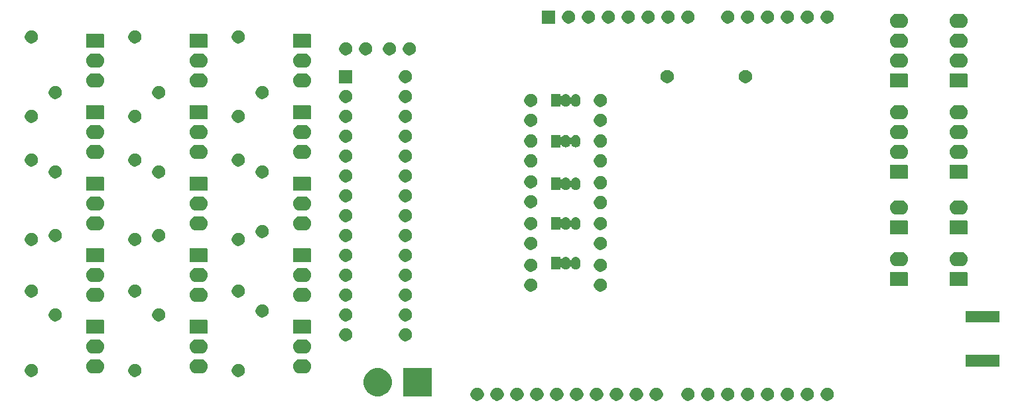
<source format=gbs>
G04 #@! TF.GenerationSoftware,KiCad,Pcbnew,5.1.5+dfsg1-2build2*
G04 #@! TF.CreationDate,2020-11-09T00:10:50+01:00*
G04 #@! TF.ProjectId,motherboard,6d6f7468-6572-4626-9f61-72642e6b6963,rev?*
G04 #@! TF.SameCoordinates,Original*
G04 #@! TF.FileFunction,Soldermask,Bot*
G04 #@! TF.FilePolarity,Negative*
%FSLAX46Y46*%
G04 Gerber Fmt 4.6, Leading zero omitted, Abs format (unit mm)*
G04 Created by KiCad (PCBNEW 5.1.5+dfsg1-2build2) date 2020-11-09 00:10:50*
%MOMM*%
%LPD*%
G04 APERTURE LIST*
%ADD10C,0.100000*%
G04 APERTURE END LIST*
D10*
G36*
X98800228Y-101289703D02*
G01*
X98955100Y-101353853D01*
X99094481Y-101446985D01*
X99213015Y-101565519D01*
X99306147Y-101704900D01*
X99370297Y-101859772D01*
X99403000Y-102024184D01*
X99403000Y-102191816D01*
X99370297Y-102356228D01*
X99306147Y-102511100D01*
X99213015Y-102650481D01*
X99094481Y-102769015D01*
X98955100Y-102862147D01*
X98800228Y-102926297D01*
X98635816Y-102959000D01*
X98468184Y-102959000D01*
X98303772Y-102926297D01*
X98148900Y-102862147D01*
X98009519Y-102769015D01*
X97890985Y-102650481D01*
X97797853Y-102511100D01*
X97733703Y-102356228D01*
X97701000Y-102191816D01*
X97701000Y-102024184D01*
X97733703Y-101859772D01*
X97797853Y-101704900D01*
X97890985Y-101565519D01*
X98009519Y-101446985D01*
X98148900Y-101353853D01*
X98303772Y-101289703D01*
X98468184Y-101257000D01*
X98635816Y-101257000D01*
X98800228Y-101289703D01*
G37*
G36*
X76960228Y-101289703D02*
G01*
X77115100Y-101353853D01*
X77254481Y-101446985D01*
X77373015Y-101565519D01*
X77466147Y-101704900D01*
X77530297Y-101859772D01*
X77563000Y-102024184D01*
X77563000Y-102191816D01*
X77530297Y-102356228D01*
X77466147Y-102511100D01*
X77373015Y-102650481D01*
X77254481Y-102769015D01*
X77115100Y-102862147D01*
X76960228Y-102926297D01*
X76795816Y-102959000D01*
X76628184Y-102959000D01*
X76463772Y-102926297D01*
X76308900Y-102862147D01*
X76169519Y-102769015D01*
X76050985Y-102650481D01*
X75957853Y-102511100D01*
X75893703Y-102356228D01*
X75861000Y-102191816D01*
X75861000Y-102024184D01*
X75893703Y-101859772D01*
X75957853Y-101704900D01*
X76050985Y-101565519D01*
X76169519Y-101446985D01*
X76308900Y-101353853D01*
X76463772Y-101289703D01*
X76628184Y-101257000D01*
X76795816Y-101257000D01*
X76960228Y-101289703D01*
G37*
G36*
X59180228Y-101289703D02*
G01*
X59335100Y-101353853D01*
X59474481Y-101446985D01*
X59593015Y-101565519D01*
X59686147Y-101704900D01*
X59750297Y-101859772D01*
X59783000Y-102024184D01*
X59783000Y-102191816D01*
X59750297Y-102356228D01*
X59686147Y-102511100D01*
X59593015Y-102650481D01*
X59474481Y-102769015D01*
X59335100Y-102862147D01*
X59180228Y-102926297D01*
X59015816Y-102959000D01*
X58848184Y-102959000D01*
X58683772Y-102926297D01*
X58528900Y-102862147D01*
X58389519Y-102769015D01*
X58270985Y-102650481D01*
X58177853Y-102511100D01*
X58113703Y-102356228D01*
X58081000Y-102191816D01*
X58081000Y-102024184D01*
X58113703Y-101859772D01*
X58177853Y-101704900D01*
X58270985Y-101565519D01*
X58389519Y-101446985D01*
X58528900Y-101353853D01*
X58683772Y-101289703D01*
X58848184Y-101257000D01*
X59015816Y-101257000D01*
X59180228Y-101289703D01*
G37*
G36*
X61720228Y-101289703D02*
G01*
X61875100Y-101353853D01*
X62014481Y-101446985D01*
X62133015Y-101565519D01*
X62226147Y-101704900D01*
X62290297Y-101859772D01*
X62323000Y-102024184D01*
X62323000Y-102191816D01*
X62290297Y-102356228D01*
X62226147Y-102511100D01*
X62133015Y-102650481D01*
X62014481Y-102769015D01*
X61875100Y-102862147D01*
X61720228Y-102926297D01*
X61555816Y-102959000D01*
X61388184Y-102959000D01*
X61223772Y-102926297D01*
X61068900Y-102862147D01*
X60929519Y-102769015D01*
X60810985Y-102650481D01*
X60717853Y-102511100D01*
X60653703Y-102356228D01*
X60621000Y-102191816D01*
X60621000Y-102024184D01*
X60653703Y-101859772D01*
X60717853Y-101704900D01*
X60810985Y-101565519D01*
X60929519Y-101446985D01*
X61068900Y-101353853D01*
X61223772Y-101289703D01*
X61388184Y-101257000D01*
X61555816Y-101257000D01*
X61720228Y-101289703D01*
G37*
G36*
X64260228Y-101289703D02*
G01*
X64415100Y-101353853D01*
X64554481Y-101446985D01*
X64673015Y-101565519D01*
X64766147Y-101704900D01*
X64830297Y-101859772D01*
X64863000Y-102024184D01*
X64863000Y-102191816D01*
X64830297Y-102356228D01*
X64766147Y-102511100D01*
X64673015Y-102650481D01*
X64554481Y-102769015D01*
X64415100Y-102862147D01*
X64260228Y-102926297D01*
X64095816Y-102959000D01*
X63928184Y-102959000D01*
X63763772Y-102926297D01*
X63608900Y-102862147D01*
X63469519Y-102769015D01*
X63350985Y-102650481D01*
X63257853Y-102511100D01*
X63193703Y-102356228D01*
X63161000Y-102191816D01*
X63161000Y-102024184D01*
X63193703Y-101859772D01*
X63257853Y-101704900D01*
X63350985Y-101565519D01*
X63469519Y-101446985D01*
X63608900Y-101353853D01*
X63763772Y-101289703D01*
X63928184Y-101257000D01*
X64095816Y-101257000D01*
X64260228Y-101289703D01*
G37*
G36*
X66800228Y-101289703D02*
G01*
X66955100Y-101353853D01*
X67094481Y-101446985D01*
X67213015Y-101565519D01*
X67306147Y-101704900D01*
X67370297Y-101859772D01*
X67403000Y-102024184D01*
X67403000Y-102191816D01*
X67370297Y-102356228D01*
X67306147Y-102511100D01*
X67213015Y-102650481D01*
X67094481Y-102769015D01*
X66955100Y-102862147D01*
X66800228Y-102926297D01*
X66635816Y-102959000D01*
X66468184Y-102959000D01*
X66303772Y-102926297D01*
X66148900Y-102862147D01*
X66009519Y-102769015D01*
X65890985Y-102650481D01*
X65797853Y-102511100D01*
X65733703Y-102356228D01*
X65701000Y-102191816D01*
X65701000Y-102024184D01*
X65733703Y-101859772D01*
X65797853Y-101704900D01*
X65890985Y-101565519D01*
X66009519Y-101446985D01*
X66148900Y-101353853D01*
X66303772Y-101289703D01*
X66468184Y-101257000D01*
X66635816Y-101257000D01*
X66800228Y-101289703D01*
G37*
G36*
X69340228Y-101289703D02*
G01*
X69495100Y-101353853D01*
X69634481Y-101446985D01*
X69753015Y-101565519D01*
X69846147Y-101704900D01*
X69910297Y-101859772D01*
X69943000Y-102024184D01*
X69943000Y-102191816D01*
X69910297Y-102356228D01*
X69846147Y-102511100D01*
X69753015Y-102650481D01*
X69634481Y-102769015D01*
X69495100Y-102862147D01*
X69340228Y-102926297D01*
X69175816Y-102959000D01*
X69008184Y-102959000D01*
X68843772Y-102926297D01*
X68688900Y-102862147D01*
X68549519Y-102769015D01*
X68430985Y-102650481D01*
X68337853Y-102511100D01*
X68273703Y-102356228D01*
X68241000Y-102191816D01*
X68241000Y-102024184D01*
X68273703Y-101859772D01*
X68337853Y-101704900D01*
X68430985Y-101565519D01*
X68549519Y-101446985D01*
X68688900Y-101353853D01*
X68843772Y-101289703D01*
X69008184Y-101257000D01*
X69175816Y-101257000D01*
X69340228Y-101289703D01*
G37*
G36*
X71880228Y-101289703D02*
G01*
X72035100Y-101353853D01*
X72174481Y-101446985D01*
X72293015Y-101565519D01*
X72386147Y-101704900D01*
X72450297Y-101859772D01*
X72483000Y-102024184D01*
X72483000Y-102191816D01*
X72450297Y-102356228D01*
X72386147Y-102511100D01*
X72293015Y-102650481D01*
X72174481Y-102769015D01*
X72035100Y-102862147D01*
X71880228Y-102926297D01*
X71715816Y-102959000D01*
X71548184Y-102959000D01*
X71383772Y-102926297D01*
X71228900Y-102862147D01*
X71089519Y-102769015D01*
X70970985Y-102650481D01*
X70877853Y-102511100D01*
X70813703Y-102356228D01*
X70781000Y-102191816D01*
X70781000Y-102024184D01*
X70813703Y-101859772D01*
X70877853Y-101704900D01*
X70970985Y-101565519D01*
X71089519Y-101446985D01*
X71228900Y-101353853D01*
X71383772Y-101289703D01*
X71548184Y-101257000D01*
X71715816Y-101257000D01*
X71880228Y-101289703D01*
G37*
G36*
X74420228Y-101289703D02*
G01*
X74575100Y-101353853D01*
X74714481Y-101446985D01*
X74833015Y-101565519D01*
X74926147Y-101704900D01*
X74990297Y-101859772D01*
X75023000Y-102024184D01*
X75023000Y-102191816D01*
X74990297Y-102356228D01*
X74926147Y-102511100D01*
X74833015Y-102650481D01*
X74714481Y-102769015D01*
X74575100Y-102862147D01*
X74420228Y-102926297D01*
X74255816Y-102959000D01*
X74088184Y-102959000D01*
X73923772Y-102926297D01*
X73768900Y-102862147D01*
X73629519Y-102769015D01*
X73510985Y-102650481D01*
X73417853Y-102511100D01*
X73353703Y-102356228D01*
X73321000Y-102191816D01*
X73321000Y-102024184D01*
X73353703Y-101859772D01*
X73417853Y-101704900D01*
X73510985Y-101565519D01*
X73629519Y-101446985D01*
X73768900Y-101353853D01*
X73923772Y-101289703D01*
X74088184Y-101257000D01*
X74255816Y-101257000D01*
X74420228Y-101289703D01*
G37*
G36*
X96260228Y-101289703D02*
G01*
X96415100Y-101353853D01*
X96554481Y-101446985D01*
X96673015Y-101565519D01*
X96766147Y-101704900D01*
X96830297Y-101859772D01*
X96863000Y-102024184D01*
X96863000Y-102191816D01*
X96830297Y-102356228D01*
X96766147Y-102511100D01*
X96673015Y-102650481D01*
X96554481Y-102769015D01*
X96415100Y-102862147D01*
X96260228Y-102926297D01*
X96095816Y-102959000D01*
X95928184Y-102959000D01*
X95763772Y-102926297D01*
X95608900Y-102862147D01*
X95469519Y-102769015D01*
X95350985Y-102650481D01*
X95257853Y-102511100D01*
X95193703Y-102356228D01*
X95161000Y-102191816D01*
X95161000Y-102024184D01*
X95193703Y-101859772D01*
X95257853Y-101704900D01*
X95350985Y-101565519D01*
X95469519Y-101446985D01*
X95608900Y-101353853D01*
X95763772Y-101289703D01*
X95928184Y-101257000D01*
X96095816Y-101257000D01*
X96260228Y-101289703D01*
G37*
G36*
X83560228Y-101289703D02*
G01*
X83715100Y-101353853D01*
X83854481Y-101446985D01*
X83973015Y-101565519D01*
X84066147Y-101704900D01*
X84130297Y-101859772D01*
X84163000Y-102024184D01*
X84163000Y-102191816D01*
X84130297Y-102356228D01*
X84066147Y-102511100D01*
X83973015Y-102650481D01*
X83854481Y-102769015D01*
X83715100Y-102862147D01*
X83560228Y-102926297D01*
X83395816Y-102959000D01*
X83228184Y-102959000D01*
X83063772Y-102926297D01*
X82908900Y-102862147D01*
X82769519Y-102769015D01*
X82650985Y-102650481D01*
X82557853Y-102511100D01*
X82493703Y-102356228D01*
X82461000Y-102191816D01*
X82461000Y-102024184D01*
X82493703Y-101859772D01*
X82557853Y-101704900D01*
X82650985Y-101565519D01*
X82769519Y-101446985D01*
X82908900Y-101353853D01*
X83063772Y-101289703D01*
X83228184Y-101257000D01*
X83395816Y-101257000D01*
X83560228Y-101289703D01*
G37*
G36*
X81020228Y-101289703D02*
G01*
X81175100Y-101353853D01*
X81314481Y-101446985D01*
X81433015Y-101565519D01*
X81526147Y-101704900D01*
X81590297Y-101859772D01*
X81623000Y-102024184D01*
X81623000Y-102191816D01*
X81590297Y-102356228D01*
X81526147Y-102511100D01*
X81433015Y-102650481D01*
X81314481Y-102769015D01*
X81175100Y-102862147D01*
X81020228Y-102926297D01*
X80855816Y-102959000D01*
X80688184Y-102959000D01*
X80523772Y-102926297D01*
X80368900Y-102862147D01*
X80229519Y-102769015D01*
X80110985Y-102650481D01*
X80017853Y-102511100D01*
X79953703Y-102356228D01*
X79921000Y-102191816D01*
X79921000Y-102024184D01*
X79953703Y-101859772D01*
X80017853Y-101704900D01*
X80110985Y-101565519D01*
X80229519Y-101446985D01*
X80368900Y-101353853D01*
X80523772Y-101289703D01*
X80688184Y-101257000D01*
X80855816Y-101257000D01*
X81020228Y-101289703D01*
G37*
G36*
X54100228Y-101289703D02*
G01*
X54255100Y-101353853D01*
X54394481Y-101446985D01*
X54513015Y-101565519D01*
X54606147Y-101704900D01*
X54670297Y-101859772D01*
X54703000Y-102024184D01*
X54703000Y-102191816D01*
X54670297Y-102356228D01*
X54606147Y-102511100D01*
X54513015Y-102650481D01*
X54394481Y-102769015D01*
X54255100Y-102862147D01*
X54100228Y-102926297D01*
X53935816Y-102959000D01*
X53768184Y-102959000D01*
X53603772Y-102926297D01*
X53448900Y-102862147D01*
X53309519Y-102769015D01*
X53190985Y-102650481D01*
X53097853Y-102511100D01*
X53033703Y-102356228D01*
X53001000Y-102191816D01*
X53001000Y-102024184D01*
X53033703Y-101859772D01*
X53097853Y-101704900D01*
X53190985Y-101565519D01*
X53309519Y-101446985D01*
X53448900Y-101353853D01*
X53603772Y-101289703D01*
X53768184Y-101257000D01*
X53935816Y-101257000D01*
X54100228Y-101289703D01*
G37*
G36*
X56640228Y-101289703D02*
G01*
X56795100Y-101353853D01*
X56934481Y-101446985D01*
X57053015Y-101565519D01*
X57146147Y-101704900D01*
X57210297Y-101859772D01*
X57243000Y-102024184D01*
X57243000Y-102191816D01*
X57210297Y-102356228D01*
X57146147Y-102511100D01*
X57053015Y-102650481D01*
X56934481Y-102769015D01*
X56795100Y-102862147D01*
X56640228Y-102926297D01*
X56475816Y-102959000D01*
X56308184Y-102959000D01*
X56143772Y-102926297D01*
X55988900Y-102862147D01*
X55849519Y-102769015D01*
X55730985Y-102650481D01*
X55637853Y-102511100D01*
X55573703Y-102356228D01*
X55541000Y-102191816D01*
X55541000Y-102024184D01*
X55573703Y-101859772D01*
X55637853Y-101704900D01*
X55730985Y-101565519D01*
X55849519Y-101446985D01*
X55988900Y-101353853D01*
X56143772Y-101289703D01*
X56308184Y-101257000D01*
X56475816Y-101257000D01*
X56640228Y-101289703D01*
G37*
G36*
X93720228Y-101289703D02*
G01*
X93875100Y-101353853D01*
X94014481Y-101446985D01*
X94133015Y-101565519D01*
X94226147Y-101704900D01*
X94290297Y-101859772D01*
X94323000Y-102024184D01*
X94323000Y-102191816D01*
X94290297Y-102356228D01*
X94226147Y-102511100D01*
X94133015Y-102650481D01*
X94014481Y-102769015D01*
X93875100Y-102862147D01*
X93720228Y-102926297D01*
X93555816Y-102959000D01*
X93388184Y-102959000D01*
X93223772Y-102926297D01*
X93068900Y-102862147D01*
X92929519Y-102769015D01*
X92810985Y-102650481D01*
X92717853Y-102511100D01*
X92653703Y-102356228D01*
X92621000Y-102191816D01*
X92621000Y-102024184D01*
X92653703Y-101859772D01*
X92717853Y-101704900D01*
X92810985Y-101565519D01*
X92929519Y-101446985D01*
X93068900Y-101353853D01*
X93223772Y-101289703D01*
X93388184Y-101257000D01*
X93555816Y-101257000D01*
X93720228Y-101289703D01*
G37*
G36*
X88640228Y-101289703D02*
G01*
X88795100Y-101353853D01*
X88934481Y-101446985D01*
X89053015Y-101565519D01*
X89146147Y-101704900D01*
X89210297Y-101859772D01*
X89243000Y-102024184D01*
X89243000Y-102191816D01*
X89210297Y-102356228D01*
X89146147Y-102511100D01*
X89053015Y-102650481D01*
X88934481Y-102769015D01*
X88795100Y-102862147D01*
X88640228Y-102926297D01*
X88475816Y-102959000D01*
X88308184Y-102959000D01*
X88143772Y-102926297D01*
X87988900Y-102862147D01*
X87849519Y-102769015D01*
X87730985Y-102650481D01*
X87637853Y-102511100D01*
X87573703Y-102356228D01*
X87541000Y-102191816D01*
X87541000Y-102024184D01*
X87573703Y-101859772D01*
X87637853Y-101704900D01*
X87730985Y-101565519D01*
X87849519Y-101446985D01*
X87988900Y-101353853D01*
X88143772Y-101289703D01*
X88308184Y-101257000D01*
X88475816Y-101257000D01*
X88640228Y-101289703D01*
G37*
G36*
X91180228Y-101289703D02*
G01*
X91335100Y-101353853D01*
X91474481Y-101446985D01*
X91593015Y-101565519D01*
X91686147Y-101704900D01*
X91750297Y-101859772D01*
X91783000Y-102024184D01*
X91783000Y-102191816D01*
X91750297Y-102356228D01*
X91686147Y-102511100D01*
X91593015Y-102650481D01*
X91474481Y-102769015D01*
X91335100Y-102862147D01*
X91180228Y-102926297D01*
X91015816Y-102959000D01*
X90848184Y-102959000D01*
X90683772Y-102926297D01*
X90528900Y-102862147D01*
X90389519Y-102769015D01*
X90270985Y-102650481D01*
X90177853Y-102511100D01*
X90113703Y-102356228D01*
X90081000Y-102191816D01*
X90081000Y-102024184D01*
X90113703Y-101859772D01*
X90177853Y-101704900D01*
X90270985Y-101565519D01*
X90389519Y-101446985D01*
X90528900Y-101353853D01*
X90683772Y-101289703D01*
X90848184Y-101257000D01*
X91015816Y-101257000D01*
X91180228Y-101289703D01*
G37*
G36*
X86100228Y-101289703D02*
G01*
X86255100Y-101353853D01*
X86394481Y-101446985D01*
X86513015Y-101565519D01*
X86606147Y-101704900D01*
X86670297Y-101859772D01*
X86703000Y-102024184D01*
X86703000Y-102191816D01*
X86670297Y-102356228D01*
X86606147Y-102511100D01*
X86513015Y-102650481D01*
X86394481Y-102769015D01*
X86255100Y-102862147D01*
X86100228Y-102926297D01*
X85935816Y-102959000D01*
X85768184Y-102959000D01*
X85603772Y-102926297D01*
X85448900Y-102862147D01*
X85309519Y-102769015D01*
X85190985Y-102650481D01*
X85097853Y-102511100D01*
X85033703Y-102356228D01*
X85001000Y-102191816D01*
X85001000Y-102024184D01*
X85033703Y-101859772D01*
X85097853Y-101704900D01*
X85190985Y-101565519D01*
X85309519Y-101446985D01*
X85448900Y-101353853D01*
X85603772Y-101289703D01*
X85768184Y-101257000D01*
X85935816Y-101257000D01*
X86100228Y-101289703D01*
G37*
G36*
X48029060Y-102385060D02*
G01*
X44426940Y-102385060D01*
X44426940Y-98782940D01*
X48029060Y-98782940D01*
X48029060Y-102385060D01*
G37*
G36*
X41374905Y-98792789D02*
G01*
X41673350Y-98852153D01*
X42001122Y-98987921D01*
X42296109Y-99185025D01*
X42546975Y-99435891D01*
X42744079Y-99730878D01*
X42879847Y-100058650D01*
X42949060Y-100406611D01*
X42949060Y-100761389D01*
X42879847Y-101109350D01*
X42744079Y-101437122D01*
X42546975Y-101732109D01*
X42296109Y-101982975D01*
X42001122Y-102180079D01*
X41673350Y-102315847D01*
X41374905Y-102375211D01*
X41325390Y-102385060D01*
X40970610Y-102385060D01*
X40921095Y-102375211D01*
X40622650Y-102315847D01*
X40294878Y-102180079D01*
X39999891Y-101982975D01*
X39749025Y-101732109D01*
X39551921Y-101437122D01*
X39416153Y-101109350D01*
X39346940Y-100761389D01*
X39346940Y-100406611D01*
X39416153Y-100058650D01*
X39551921Y-99730878D01*
X39749025Y-99435891D01*
X39999891Y-99185025D01*
X40294878Y-98987921D01*
X40622650Y-98852153D01*
X40921095Y-98792789D01*
X40970610Y-98782940D01*
X41325390Y-98782940D01*
X41374905Y-98792789D01*
G37*
G36*
X-2799772Y-98241703D02*
G01*
X-2644900Y-98305853D01*
X-2505519Y-98398985D01*
X-2386985Y-98517519D01*
X-2293853Y-98656900D01*
X-2229703Y-98811772D01*
X-2197000Y-98976184D01*
X-2197000Y-99143816D01*
X-2229703Y-99308228D01*
X-2293853Y-99463100D01*
X-2386985Y-99602481D01*
X-2505519Y-99721015D01*
X-2644900Y-99814147D01*
X-2799772Y-99878297D01*
X-2964184Y-99911000D01*
X-3131816Y-99911000D01*
X-3296228Y-99878297D01*
X-3451100Y-99814147D01*
X-3590481Y-99721015D01*
X-3709015Y-99602481D01*
X-3802147Y-99463100D01*
X-3866297Y-99308228D01*
X-3899000Y-99143816D01*
X-3899000Y-98976184D01*
X-3866297Y-98811772D01*
X-3802147Y-98656900D01*
X-3709015Y-98517519D01*
X-3590481Y-98398985D01*
X-3451100Y-98305853D01*
X-3296228Y-98241703D01*
X-3131816Y-98209000D01*
X-2964184Y-98209000D01*
X-2799772Y-98241703D01*
G37*
G36*
X23616228Y-98241703D02*
G01*
X23771100Y-98305853D01*
X23910481Y-98398985D01*
X24029015Y-98517519D01*
X24122147Y-98656900D01*
X24186297Y-98811772D01*
X24219000Y-98976184D01*
X24219000Y-99143816D01*
X24186297Y-99308228D01*
X24122147Y-99463100D01*
X24029015Y-99602481D01*
X23910481Y-99721015D01*
X23771100Y-99814147D01*
X23616228Y-99878297D01*
X23451816Y-99911000D01*
X23284184Y-99911000D01*
X23119772Y-99878297D01*
X22964900Y-99814147D01*
X22825519Y-99721015D01*
X22706985Y-99602481D01*
X22613853Y-99463100D01*
X22549703Y-99308228D01*
X22517000Y-99143816D01*
X22517000Y-98976184D01*
X22549703Y-98811772D01*
X22613853Y-98656900D01*
X22706985Y-98517519D01*
X22825519Y-98398985D01*
X22964900Y-98305853D01*
X23119772Y-98241703D01*
X23284184Y-98209000D01*
X23451816Y-98209000D01*
X23616228Y-98241703D01*
G37*
G36*
X10408228Y-98241703D02*
G01*
X10563100Y-98305853D01*
X10702481Y-98398985D01*
X10821015Y-98517519D01*
X10914147Y-98656900D01*
X10978297Y-98811772D01*
X11011000Y-98976184D01*
X11011000Y-99143816D01*
X10978297Y-99308228D01*
X10914147Y-99463100D01*
X10821015Y-99602481D01*
X10702481Y-99721015D01*
X10563100Y-99814147D01*
X10408228Y-99878297D01*
X10243816Y-99911000D01*
X10076184Y-99911000D01*
X9911772Y-99878297D01*
X9756900Y-99814147D01*
X9617519Y-99721015D01*
X9498985Y-99602481D01*
X9405853Y-99463100D01*
X9341703Y-99308228D01*
X9309000Y-99143816D01*
X9309000Y-98976184D01*
X9341703Y-98811772D01*
X9405853Y-98656900D01*
X9498985Y-98517519D01*
X9617519Y-98398985D01*
X9756900Y-98305853D01*
X9911772Y-98241703D01*
X10076184Y-98209000D01*
X10243816Y-98209000D01*
X10408228Y-98241703D01*
G37*
G36*
X31816345Y-97635442D02*
G01*
X31906548Y-97644326D01*
X32080157Y-97696990D01*
X32240156Y-97782511D01*
X32283729Y-97818271D01*
X32380397Y-97897603D01*
X32459729Y-97994271D01*
X32495489Y-98037844D01*
X32581010Y-98197843D01*
X32633674Y-98371452D01*
X32651456Y-98552000D01*
X32633674Y-98732548D01*
X32581010Y-98906157D01*
X32495489Y-99066156D01*
X32459729Y-99109729D01*
X32380397Y-99206397D01*
X32283729Y-99285729D01*
X32240156Y-99321489D01*
X32080157Y-99407010D01*
X31906548Y-99459674D01*
X31816345Y-99468558D01*
X31771245Y-99473000D01*
X31220755Y-99473000D01*
X31175655Y-99468558D01*
X31085452Y-99459674D01*
X30911843Y-99407010D01*
X30751844Y-99321489D01*
X30708271Y-99285729D01*
X30611603Y-99206397D01*
X30532271Y-99109729D01*
X30496511Y-99066156D01*
X30410990Y-98906157D01*
X30358326Y-98732548D01*
X30340544Y-98552000D01*
X30358326Y-98371452D01*
X30410990Y-98197843D01*
X30496511Y-98037844D01*
X30532271Y-97994271D01*
X30611603Y-97897603D01*
X30708271Y-97818271D01*
X30751844Y-97782511D01*
X30911843Y-97696990D01*
X31085452Y-97644326D01*
X31175655Y-97635442D01*
X31220755Y-97631000D01*
X31771245Y-97631000D01*
X31816345Y-97635442D01*
G37*
G36*
X18608345Y-97635442D02*
G01*
X18698548Y-97644326D01*
X18872157Y-97696990D01*
X19032156Y-97782511D01*
X19075729Y-97818271D01*
X19172397Y-97897603D01*
X19251729Y-97994271D01*
X19287489Y-98037844D01*
X19373010Y-98197843D01*
X19425674Y-98371452D01*
X19443456Y-98552000D01*
X19425674Y-98732548D01*
X19373010Y-98906157D01*
X19287489Y-99066156D01*
X19251729Y-99109729D01*
X19172397Y-99206397D01*
X19075729Y-99285729D01*
X19032156Y-99321489D01*
X18872157Y-99407010D01*
X18698548Y-99459674D01*
X18608345Y-99468558D01*
X18563245Y-99473000D01*
X18012755Y-99473000D01*
X17967655Y-99468558D01*
X17877452Y-99459674D01*
X17703843Y-99407010D01*
X17543844Y-99321489D01*
X17500271Y-99285729D01*
X17403603Y-99206397D01*
X17324271Y-99109729D01*
X17288511Y-99066156D01*
X17202990Y-98906157D01*
X17150326Y-98732548D01*
X17132544Y-98552000D01*
X17150326Y-98371452D01*
X17202990Y-98197843D01*
X17288511Y-98037844D01*
X17324271Y-97994271D01*
X17403603Y-97897603D01*
X17500271Y-97818271D01*
X17543844Y-97782511D01*
X17703843Y-97696990D01*
X17877452Y-97644326D01*
X17967655Y-97635442D01*
X18012755Y-97631000D01*
X18563245Y-97631000D01*
X18608345Y-97635442D01*
G37*
G36*
X5400345Y-97635442D02*
G01*
X5490548Y-97644326D01*
X5664157Y-97696990D01*
X5824156Y-97782511D01*
X5867729Y-97818271D01*
X5964397Y-97897603D01*
X6043729Y-97994271D01*
X6079489Y-98037844D01*
X6165010Y-98197843D01*
X6217674Y-98371452D01*
X6235456Y-98552000D01*
X6217674Y-98732548D01*
X6165010Y-98906157D01*
X6079489Y-99066156D01*
X6043729Y-99109729D01*
X5964397Y-99206397D01*
X5867729Y-99285729D01*
X5824156Y-99321489D01*
X5664157Y-99407010D01*
X5490548Y-99459674D01*
X5400345Y-99468558D01*
X5355245Y-99473000D01*
X4804755Y-99473000D01*
X4759655Y-99468558D01*
X4669452Y-99459674D01*
X4495843Y-99407010D01*
X4335844Y-99321489D01*
X4292271Y-99285729D01*
X4195603Y-99206397D01*
X4116271Y-99109729D01*
X4080511Y-99066156D01*
X3994990Y-98906157D01*
X3942326Y-98732548D01*
X3924544Y-98552000D01*
X3942326Y-98371452D01*
X3994990Y-98197843D01*
X4080511Y-98037844D01*
X4116271Y-97994271D01*
X4195603Y-97897603D01*
X4292271Y-97818271D01*
X4335844Y-97782511D01*
X4495843Y-97696990D01*
X4669452Y-97644326D01*
X4759655Y-97635442D01*
X4804755Y-97631000D01*
X5355245Y-97631000D01*
X5400345Y-97635442D01*
G37*
G36*
X120515000Y-98547000D02*
G01*
X116213000Y-98547000D01*
X116213000Y-97095000D01*
X120515000Y-97095000D01*
X120515000Y-98547000D01*
G37*
G36*
X31816345Y-95095442D02*
G01*
X31906548Y-95104326D01*
X32080157Y-95156990D01*
X32240156Y-95242511D01*
X32283729Y-95278271D01*
X32380397Y-95357603D01*
X32459729Y-95454271D01*
X32495489Y-95497844D01*
X32581010Y-95657843D01*
X32633674Y-95831452D01*
X32651456Y-96012000D01*
X32633674Y-96192548D01*
X32581010Y-96366157D01*
X32495489Y-96526156D01*
X32459729Y-96569729D01*
X32380397Y-96666397D01*
X32283729Y-96745729D01*
X32240156Y-96781489D01*
X32080157Y-96867010D01*
X31906548Y-96919674D01*
X31816345Y-96928558D01*
X31771245Y-96933000D01*
X31220755Y-96933000D01*
X31175655Y-96928558D01*
X31085452Y-96919674D01*
X30911843Y-96867010D01*
X30751844Y-96781489D01*
X30708271Y-96745729D01*
X30611603Y-96666397D01*
X30532271Y-96569729D01*
X30496511Y-96526156D01*
X30410990Y-96366157D01*
X30358326Y-96192548D01*
X30340544Y-96012000D01*
X30358326Y-95831452D01*
X30410990Y-95657843D01*
X30496511Y-95497844D01*
X30532271Y-95454271D01*
X30611603Y-95357603D01*
X30708271Y-95278271D01*
X30751844Y-95242511D01*
X30911843Y-95156990D01*
X31085452Y-95104326D01*
X31175655Y-95095442D01*
X31220755Y-95091000D01*
X31771245Y-95091000D01*
X31816345Y-95095442D01*
G37*
G36*
X18608345Y-95095442D02*
G01*
X18698548Y-95104326D01*
X18872157Y-95156990D01*
X19032156Y-95242511D01*
X19075729Y-95278271D01*
X19172397Y-95357603D01*
X19251729Y-95454271D01*
X19287489Y-95497844D01*
X19373010Y-95657843D01*
X19425674Y-95831452D01*
X19443456Y-96012000D01*
X19425674Y-96192548D01*
X19373010Y-96366157D01*
X19287489Y-96526156D01*
X19251729Y-96569729D01*
X19172397Y-96666397D01*
X19075729Y-96745729D01*
X19032156Y-96781489D01*
X18872157Y-96867010D01*
X18698548Y-96919674D01*
X18608345Y-96928558D01*
X18563245Y-96933000D01*
X18012755Y-96933000D01*
X17967655Y-96928558D01*
X17877452Y-96919674D01*
X17703843Y-96867010D01*
X17543844Y-96781489D01*
X17500271Y-96745729D01*
X17403603Y-96666397D01*
X17324271Y-96569729D01*
X17288511Y-96526156D01*
X17202990Y-96366157D01*
X17150326Y-96192548D01*
X17132544Y-96012000D01*
X17150326Y-95831452D01*
X17202990Y-95657843D01*
X17288511Y-95497844D01*
X17324271Y-95454271D01*
X17403603Y-95357603D01*
X17500271Y-95278271D01*
X17543844Y-95242511D01*
X17703843Y-95156990D01*
X17877452Y-95104326D01*
X17967655Y-95095442D01*
X18012755Y-95091000D01*
X18563245Y-95091000D01*
X18608345Y-95095442D01*
G37*
G36*
X5400345Y-95095442D02*
G01*
X5490548Y-95104326D01*
X5664157Y-95156990D01*
X5824156Y-95242511D01*
X5867729Y-95278271D01*
X5964397Y-95357603D01*
X6043729Y-95454271D01*
X6079489Y-95497844D01*
X6165010Y-95657843D01*
X6217674Y-95831452D01*
X6235456Y-96012000D01*
X6217674Y-96192548D01*
X6165010Y-96366157D01*
X6079489Y-96526156D01*
X6043729Y-96569729D01*
X5964397Y-96666397D01*
X5867729Y-96745729D01*
X5824156Y-96781489D01*
X5664157Y-96867010D01*
X5490548Y-96919674D01*
X5400345Y-96928558D01*
X5355245Y-96933000D01*
X4804755Y-96933000D01*
X4759655Y-96928558D01*
X4669452Y-96919674D01*
X4495843Y-96867010D01*
X4335844Y-96781489D01*
X4292271Y-96745729D01*
X4195603Y-96666397D01*
X4116271Y-96569729D01*
X4080511Y-96526156D01*
X3994990Y-96366157D01*
X3942326Y-96192548D01*
X3924544Y-96012000D01*
X3942326Y-95831452D01*
X3994990Y-95657843D01*
X4080511Y-95497844D01*
X4116271Y-95454271D01*
X4195603Y-95357603D01*
X4292271Y-95278271D01*
X4335844Y-95242511D01*
X4495843Y-95156990D01*
X4669452Y-95104326D01*
X4759655Y-95095442D01*
X4804755Y-95091000D01*
X5355245Y-95091000D01*
X5400345Y-95095442D01*
G37*
G36*
X37332228Y-93669703D02*
G01*
X37487100Y-93733853D01*
X37626481Y-93826985D01*
X37745015Y-93945519D01*
X37838147Y-94084900D01*
X37902297Y-94239772D01*
X37935000Y-94404184D01*
X37935000Y-94571816D01*
X37902297Y-94736228D01*
X37838147Y-94891100D01*
X37745015Y-95030481D01*
X37626481Y-95149015D01*
X37487100Y-95242147D01*
X37332228Y-95306297D01*
X37167816Y-95339000D01*
X37000184Y-95339000D01*
X36835772Y-95306297D01*
X36680900Y-95242147D01*
X36541519Y-95149015D01*
X36422985Y-95030481D01*
X36329853Y-94891100D01*
X36265703Y-94736228D01*
X36233000Y-94571816D01*
X36233000Y-94404184D01*
X36265703Y-94239772D01*
X36329853Y-94084900D01*
X36422985Y-93945519D01*
X36541519Y-93826985D01*
X36680900Y-93733853D01*
X36835772Y-93669703D01*
X37000184Y-93637000D01*
X37167816Y-93637000D01*
X37332228Y-93669703D01*
G37*
G36*
X44952228Y-93669703D02*
G01*
X45107100Y-93733853D01*
X45246481Y-93826985D01*
X45365015Y-93945519D01*
X45458147Y-94084900D01*
X45522297Y-94239772D01*
X45555000Y-94404184D01*
X45555000Y-94571816D01*
X45522297Y-94736228D01*
X45458147Y-94891100D01*
X45365015Y-95030481D01*
X45246481Y-95149015D01*
X45107100Y-95242147D01*
X44952228Y-95306297D01*
X44787816Y-95339000D01*
X44620184Y-95339000D01*
X44455772Y-95306297D01*
X44300900Y-95242147D01*
X44161519Y-95149015D01*
X44042985Y-95030481D01*
X43949853Y-94891100D01*
X43885703Y-94736228D01*
X43853000Y-94571816D01*
X43853000Y-94404184D01*
X43885703Y-94239772D01*
X43949853Y-94084900D01*
X44042985Y-93945519D01*
X44161519Y-93826985D01*
X44300900Y-93733853D01*
X44455772Y-93669703D01*
X44620184Y-93637000D01*
X44787816Y-93637000D01*
X44952228Y-93669703D01*
G37*
G36*
X32505561Y-92554966D02*
G01*
X32538383Y-92564923D01*
X32568632Y-92581092D01*
X32595148Y-92602852D01*
X32616908Y-92629368D01*
X32633077Y-92659617D01*
X32643034Y-92692439D01*
X32647000Y-92732713D01*
X32647000Y-94211287D01*
X32643034Y-94251561D01*
X32633077Y-94284383D01*
X32616908Y-94314632D01*
X32595148Y-94341148D01*
X32568632Y-94362908D01*
X32538383Y-94379077D01*
X32505561Y-94389034D01*
X32465287Y-94393000D01*
X30526713Y-94393000D01*
X30486439Y-94389034D01*
X30453617Y-94379077D01*
X30423368Y-94362908D01*
X30396852Y-94341148D01*
X30375092Y-94314632D01*
X30358923Y-94284383D01*
X30348966Y-94251561D01*
X30345000Y-94211287D01*
X30345000Y-92732713D01*
X30348966Y-92692439D01*
X30358923Y-92659617D01*
X30375092Y-92629368D01*
X30396852Y-92602852D01*
X30423368Y-92581092D01*
X30453617Y-92564923D01*
X30486439Y-92554966D01*
X30526713Y-92551000D01*
X32465287Y-92551000D01*
X32505561Y-92554966D01*
G37*
G36*
X19297561Y-92554966D02*
G01*
X19330383Y-92564923D01*
X19360632Y-92581092D01*
X19387148Y-92602852D01*
X19408908Y-92629368D01*
X19425077Y-92659617D01*
X19435034Y-92692439D01*
X19439000Y-92732713D01*
X19439000Y-94211287D01*
X19435034Y-94251561D01*
X19425077Y-94284383D01*
X19408908Y-94314632D01*
X19387148Y-94341148D01*
X19360632Y-94362908D01*
X19330383Y-94379077D01*
X19297561Y-94389034D01*
X19257287Y-94393000D01*
X17318713Y-94393000D01*
X17278439Y-94389034D01*
X17245617Y-94379077D01*
X17215368Y-94362908D01*
X17188852Y-94341148D01*
X17167092Y-94314632D01*
X17150923Y-94284383D01*
X17140966Y-94251561D01*
X17137000Y-94211287D01*
X17137000Y-92732713D01*
X17140966Y-92692439D01*
X17150923Y-92659617D01*
X17167092Y-92629368D01*
X17188852Y-92602852D01*
X17215368Y-92581092D01*
X17245617Y-92564923D01*
X17278439Y-92554966D01*
X17318713Y-92551000D01*
X19257287Y-92551000D01*
X19297561Y-92554966D01*
G37*
G36*
X6089561Y-92554966D02*
G01*
X6122383Y-92564923D01*
X6152632Y-92581092D01*
X6179148Y-92602852D01*
X6200908Y-92629368D01*
X6217077Y-92659617D01*
X6227034Y-92692439D01*
X6231000Y-92732713D01*
X6231000Y-94211287D01*
X6227034Y-94251561D01*
X6217077Y-94284383D01*
X6200908Y-94314632D01*
X6179148Y-94341148D01*
X6152632Y-94362908D01*
X6122383Y-94379077D01*
X6089561Y-94389034D01*
X6049287Y-94393000D01*
X4110713Y-94393000D01*
X4070439Y-94389034D01*
X4037617Y-94379077D01*
X4007368Y-94362908D01*
X3980852Y-94341148D01*
X3959092Y-94314632D01*
X3942923Y-94284383D01*
X3932966Y-94251561D01*
X3929000Y-94211287D01*
X3929000Y-92732713D01*
X3932966Y-92692439D01*
X3942923Y-92659617D01*
X3959092Y-92629368D01*
X3980852Y-92602852D01*
X4007368Y-92581092D01*
X4037617Y-92564923D01*
X4070439Y-92554966D01*
X4110713Y-92551000D01*
X6049287Y-92551000D01*
X6089561Y-92554966D01*
G37*
G36*
X120515000Y-92897000D02*
G01*
X116213000Y-92897000D01*
X116213000Y-91445000D01*
X120515000Y-91445000D01*
X120515000Y-92897000D01*
G37*
G36*
X44952228Y-91129703D02*
G01*
X45107100Y-91193853D01*
X45246481Y-91286985D01*
X45365015Y-91405519D01*
X45458147Y-91544900D01*
X45522297Y-91699772D01*
X45555000Y-91864184D01*
X45555000Y-92031816D01*
X45522297Y-92196228D01*
X45458147Y-92351100D01*
X45365015Y-92490481D01*
X45246481Y-92609015D01*
X45107100Y-92702147D01*
X44952228Y-92766297D01*
X44787816Y-92799000D01*
X44620184Y-92799000D01*
X44455772Y-92766297D01*
X44300900Y-92702147D01*
X44161519Y-92609015D01*
X44042985Y-92490481D01*
X43949853Y-92351100D01*
X43885703Y-92196228D01*
X43853000Y-92031816D01*
X43853000Y-91864184D01*
X43885703Y-91699772D01*
X43949853Y-91544900D01*
X44042985Y-91405519D01*
X44161519Y-91286985D01*
X44300900Y-91193853D01*
X44455772Y-91129703D01*
X44620184Y-91097000D01*
X44787816Y-91097000D01*
X44952228Y-91129703D01*
G37*
G36*
X248228Y-91129703D02*
G01*
X403100Y-91193853D01*
X542481Y-91286985D01*
X661015Y-91405519D01*
X754147Y-91544900D01*
X818297Y-91699772D01*
X851000Y-91864184D01*
X851000Y-92031816D01*
X818297Y-92196228D01*
X754147Y-92351100D01*
X661015Y-92490481D01*
X542481Y-92609015D01*
X403100Y-92702147D01*
X248228Y-92766297D01*
X83816Y-92799000D01*
X-83816Y-92799000D01*
X-248228Y-92766297D01*
X-403100Y-92702147D01*
X-542481Y-92609015D01*
X-661015Y-92490481D01*
X-754147Y-92351100D01*
X-818297Y-92196228D01*
X-851000Y-92031816D01*
X-851000Y-91864184D01*
X-818297Y-91699772D01*
X-754147Y-91544900D01*
X-661015Y-91405519D01*
X-542481Y-91286985D01*
X-403100Y-91193853D01*
X-248228Y-91129703D01*
X-83816Y-91097000D01*
X83816Y-91097000D01*
X248228Y-91129703D01*
G37*
G36*
X13456228Y-91129703D02*
G01*
X13611100Y-91193853D01*
X13750481Y-91286985D01*
X13869015Y-91405519D01*
X13962147Y-91544900D01*
X14026297Y-91699772D01*
X14059000Y-91864184D01*
X14059000Y-92031816D01*
X14026297Y-92196228D01*
X13962147Y-92351100D01*
X13869015Y-92490481D01*
X13750481Y-92609015D01*
X13611100Y-92702147D01*
X13456228Y-92766297D01*
X13291816Y-92799000D01*
X13124184Y-92799000D01*
X12959772Y-92766297D01*
X12804900Y-92702147D01*
X12665519Y-92609015D01*
X12546985Y-92490481D01*
X12453853Y-92351100D01*
X12389703Y-92196228D01*
X12357000Y-92031816D01*
X12357000Y-91864184D01*
X12389703Y-91699772D01*
X12453853Y-91544900D01*
X12546985Y-91405519D01*
X12665519Y-91286985D01*
X12804900Y-91193853D01*
X12959772Y-91129703D01*
X13124184Y-91097000D01*
X13291816Y-91097000D01*
X13456228Y-91129703D01*
G37*
G36*
X37332228Y-91129703D02*
G01*
X37487100Y-91193853D01*
X37626481Y-91286985D01*
X37745015Y-91405519D01*
X37838147Y-91544900D01*
X37902297Y-91699772D01*
X37935000Y-91864184D01*
X37935000Y-92031816D01*
X37902297Y-92196228D01*
X37838147Y-92351100D01*
X37745015Y-92490481D01*
X37626481Y-92609015D01*
X37487100Y-92702147D01*
X37332228Y-92766297D01*
X37167816Y-92799000D01*
X37000184Y-92799000D01*
X36835772Y-92766297D01*
X36680900Y-92702147D01*
X36541519Y-92609015D01*
X36422985Y-92490481D01*
X36329853Y-92351100D01*
X36265703Y-92196228D01*
X36233000Y-92031816D01*
X36233000Y-91864184D01*
X36265703Y-91699772D01*
X36329853Y-91544900D01*
X36422985Y-91405519D01*
X36541519Y-91286985D01*
X36680900Y-91193853D01*
X36835772Y-91129703D01*
X37000184Y-91097000D01*
X37167816Y-91097000D01*
X37332228Y-91129703D01*
G37*
G36*
X26664228Y-90621703D02*
G01*
X26819100Y-90685853D01*
X26958481Y-90778985D01*
X27077015Y-90897519D01*
X27170147Y-91036900D01*
X27234297Y-91191772D01*
X27267000Y-91356184D01*
X27267000Y-91523816D01*
X27234297Y-91688228D01*
X27170147Y-91843100D01*
X27077015Y-91982481D01*
X26958481Y-92101015D01*
X26819100Y-92194147D01*
X26664228Y-92258297D01*
X26499816Y-92291000D01*
X26332184Y-92291000D01*
X26167772Y-92258297D01*
X26012900Y-92194147D01*
X25873519Y-92101015D01*
X25754985Y-91982481D01*
X25661853Y-91843100D01*
X25597703Y-91688228D01*
X25565000Y-91523816D01*
X25565000Y-91356184D01*
X25597703Y-91191772D01*
X25661853Y-91036900D01*
X25754985Y-90897519D01*
X25873519Y-90778985D01*
X26012900Y-90685853D01*
X26167772Y-90621703D01*
X26332184Y-90589000D01*
X26499816Y-90589000D01*
X26664228Y-90621703D01*
G37*
G36*
X31816345Y-88491442D02*
G01*
X31906548Y-88500326D01*
X32080157Y-88552990D01*
X32240156Y-88638511D01*
X32258850Y-88653853D01*
X32380397Y-88753603D01*
X32459729Y-88850271D01*
X32495489Y-88893844D01*
X32581010Y-89053843D01*
X32633674Y-89227452D01*
X32651456Y-89408000D01*
X32633674Y-89588548D01*
X32581010Y-89762157D01*
X32495489Y-89922156D01*
X32472244Y-89950480D01*
X32380397Y-90062397D01*
X32283729Y-90141729D01*
X32240156Y-90177489D01*
X32080157Y-90263010D01*
X31906548Y-90315674D01*
X31816345Y-90324558D01*
X31771245Y-90329000D01*
X31220755Y-90329000D01*
X31175655Y-90324558D01*
X31085452Y-90315674D01*
X30911843Y-90263010D01*
X30751844Y-90177489D01*
X30708271Y-90141729D01*
X30611603Y-90062397D01*
X30519756Y-89950480D01*
X30496511Y-89922156D01*
X30410990Y-89762157D01*
X30358326Y-89588548D01*
X30340544Y-89408000D01*
X30358326Y-89227452D01*
X30410990Y-89053843D01*
X30496511Y-88893844D01*
X30532271Y-88850271D01*
X30611603Y-88753603D01*
X30733150Y-88653853D01*
X30751844Y-88638511D01*
X30911843Y-88552990D01*
X31085452Y-88500326D01*
X31175655Y-88491442D01*
X31220755Y-88487000D01*
X31771245Y-88487000D01*
X31816345Y-88491442D01*
G37*
G36*
X18608345Y-88491442D02*
G01*
X18698548Y-88500326D01*
X18872157Y-88552990D01*
X19032156Y-88638511D01*
X19050850Y-88653853D01*
X19172397Y-88753603D01*
X19251729Y-88850271D01*
X19287489Y-88893844D01*
X19373010Y-89053843D01*
X19425674Y-89227452D01*
X19443456Y-89408000D01*
X19425674Y-89588548D01*
X19373010Y-89762157D01*
X19287489Y-89922156D01*
X19264244Y-89950480D01*
X19172397Y-90062397D01*
X19075729Y-90141729D01*
X19032156Y-90177489D01*
X18872157Y-90263010D01*
X18698548Y-90315674D01*
X18608345Y-90324558D01*
X18563245Y-90329000D01*
X18012755Y-90329000D01*
X17967655Y-90324558D01*
X17877452Y-90315674D01*
X17703843Y-90263010D01*
X17543844Y-90177489D01*
X17500271Y-90141729D01*
X17403603Y-90062397D01*
X17311756Y-89950480D01*
X17288511Y-89922156D01*
X17202990Y-89762157D01*
X17150326Y-89588548D01*
X17132544Y-89408000D01*
X17150326Y-89227452D01*
X17202990Y-89053843D01*
X17288511Y-88893844D01*
X17324271Y-88850271D01*
X17403603Y-88753603D01*
X17525150Y-88653853D01*
X17543844Y-88638511D01*
X17703843Y-88552990D01*
X17877452Y-88500326D01*
X17967655Y-88491442D01*
X18012755Y-88487000D01*
X18563245Y-88487000D01*
X18608345Y-88491442D01*
G37*
G36*
X5400345Y-88491442D02*
G01*
X5490548Y-88500326D01*
X5664157Y-88552990D01*
X5824156Y-88638511D01*
X5842850Y-88653853D01*
X5964397Y-88753603D01*
X6043729Y-88850271D01*
X6079489Y-88893844D01*
X6165010Y-89053843D01*
X6217674Y-89227452D01*
X6235456Y-89408000D01*
X6217674Y-89588548D01*
X6165010Y-89762157D01*
X6079489Y-89922156D01*
X6056244Y-89950480D01*
X5964397Y-90062397D01*
X5867729Y-90141729D01*
X5824156Y-90177489D01*
X5664157Y-90263010D01*
X5490548Y-90315674D01*
X5400345Y-90324558D01*
X5355245Y-90329000D01*
X4804755Y-90329000D01*
X4759655Y-90324558D01*
X4669452Y-90315674D01*
X4495843Y-90263010D01*
X4335844Y-90177489D01*
X4292271Y-90141729D01*
X4195603Y-90062397D01*
X4103756Y-89950480D01*
X4080511Y-89922156D01*
X3994990Y-89762157D01*
X3942326Y-89588548D01*
X3924544Y-89408000D01*
X3942326Y-89227452D01*
X3994990Y-89053843D01*
X4080511Y-88893844D01*
X4116271Y-88850271D01*
X4195603Y-88753603D01*
X4317150Y-88653853D01*
X4335844Y-88638511D01*
X4495843Y-88552990D01*
X4669452Y-88500326D01*
X4759655Y-88491442D01*
X4804755Y-88487000D01*
X5355245Y-88487000D01*
X5400345Y-88491442D01*
G37*
G36*
X44952228Y-88589703D02*
G01*
X45107100Y-88653853D01*
X45246481Y-88746985D01*
X45365015Y-88865519D01*
X45458147Y-89004900D01*
X45522297Y-89159772D01*
X45555000Y-89324184D01*
X45555000Y-89491816D01*
X45522297Y-89656228D01*
X45458147Y-89811100D01*
X45365015Y-89950481D01*
X45246481Y-90069015D01*
X45107100Y-90162147D01*
X44952228Y-90226297D01*
X44787816Y-90259000D01*
X44620184Y-90259000D01*
X44455772Y-90226297D01*
X44300900Y-90162147D01*
X44161519Y-90069015D01*
X44042985Y-89950481D01*
X43949853Y-89811100D01*
X43885703Y-89656228D01*
X43853000Y-89491816D01*
X43853000Y-89324184D01*
X43885703Y-89159772D01*
X43949853Y-89004900D01*
X44042985Y-88865519D01*
X44161519Y-88746985D01*
X44300900Y-88653853D01*
X44455772Y-88589703D01*
X44620184Y-88557000D01*
X44787816Y-88557000D01*
X44952228Y-88589703D01*
G37*
G36*
X37332228Y-88589703D02*
G01*
X37487100Y-88653853D01*
X37626481Y-88746985D01*
X37745015Y-88865519D01*
X37838147Y-89004900D01*
X37902297Y-89159772D01*
X37935000Y-89324184D01*
X37935000Y-89491816D01*
X37902297Y-89656228D01*
X37838147Y-89811100D01*
X37745015Y-89950481D01*
X37626481Y-90069015D01*
X37487100Y-90162147D01*
X37332228Y-90226297D01*
X37167816Y-90259000D01*
X37000184Y-90259000D01*
X36835772Y-90226297D01*
X36680900Y-90162147D01*
X36541519Y-90069015D01*
X36422985Y-89950481D01*
X36329853Y-89811100D01*
X36265703Y-89656228D01*
X36233000Y-89491816D01*
X36233000Y-89324184D01*
X36265703Y-89159772D01*
X36329853Y-89004900D01*
X36422985Y-88865519D01*
X36541519Y-88746985D01*
X36680900Y-88653853D01*
X36835772Y-88589703D01*
X37000184Y-88557000D01*
X37167816Y-88557000D01*
X37332228Y-88589703D01*
G37*
G36*
X23616228Y-88081703D02*
G01*
X23771100Y-88145853D01*
X23910481Y-88238985D01*
X24029015Y-88357519D01*
X24122147Y-88496900D01*
X24186297Y-88651772D01*
X24219000Y-88816184D01*
X24219000Y-88983816D01*
X24186297Y-89148228D01*
X24122147Y-89303100D01*
X24029015Y-89442481D01*
X23910481Y-89561015D01*
X23771100Y-89654147D01*
X23616228Y-89718297D01*
X23451816Y-89751000D01*
X23284184Y-89751000D01*
X23119772Y-89718297D01*
X22964900Y-89654147D01*
X22825519Y-89561015D01*
X22706985Y-89442481D01*
X22613853Y-89303100D01*
X22549703Y-89148228D01*
X22517000Y-88983816D01*
X22517000Y-88816184D01*
X22549703Y-88651772D01*
X22613853Y-88496900D01*
X22706985Y-88357519D01*
X22825519Y-88238985D01*
X22964900Y-88145853D01*
X23119772Y-88081703D01*
X23284184Y-88049000D01*
X23451816Y-88049000D01*
X23616228Y-88081703D01*
G37*
G36*
X10408228Y-88081703D02*
G01*
X10563100Y-88145853D01*
X10702481Y-88238985D01*
X10821015Y-88357519D01*
X10914147Y-88496900D01*
X10978297Y-88651772D01*
X11011000Y-88816184D01*
X11011000Y-88983816D01*
X10978297Y-89148228D01*
X10914147Y-89303100D01*
X10821015Y-89442481D01*
X10702481Y-89561015D01*
X10563100Y-89654147D01*
X10408228Y-89718297D01*
X10243816Y-89751000D01*
X10076184Y-89751000D01*
X9911772Y-89718297D01*
X9756900Y-89654147D01*
X9617519Y-89561015D01*
X9498985Y-89442481D01*
X9405853Y-89303100D01*
X9341703Y-89148228D01*
X9309000Y-88983816D01*
X9309000Y-88816184D01*
X9341703Y-88651772D01*
X9405853Y-88496900D01*
X9498985Y-88357519D01*
X9617519Y-88238985D01*
X9756900Y-88145853D01*
X9911772Y-88081703D01*
X10076184Y-88049000D01*
X10243816Y-88049000D01*
X10408228Y-88081703D01*
G37*
G36*
X-2799772Y-88081703D02*
G01*
X-2644900Y-88145853D01*
X-2505519Y-88238985D01*
X-2386985Y-88357519D01*
X-2293853Y-88496900D01*
X-2229703Y-88651772D01*
X-2197000Y-88816184D01*
X-2197000Y-88983816D01*
X-2229703Y-89148228D01*
X-2293853Y-89303100D01*
X-2386985Y-89442481D01*
X-2505519Y-89561015D01*
X-2644900Y-89654147D01*
X-2799772Y-89718297D01*
X-2964184Y-89751000D01*
X-3131816Y-89751000D01*
X-3296228Y-89718297D01*
X-3451100Y-89654147D01*
X-3590481Y-89561015D01*
X-3709015Y-89442481D01*
X-3802147Y-89303100D01*
X-3866297Y-89148228D01*
X-3899000Y-88983816D01*
X-3899000Y-88816184D01*
X-3866297Y-88651772D01*
X-3802147Y-88496900D01*
X-3709015Y-88357519D01*
X-3590481Y-88238985D01*
X-3451100Y-88145853D01*
X-3296228Y-88081703D01*
X-3131816Y-88049000D01*
X-2964184Y-88049000D01*
X-2799772Y-88081703D01*
G37*
G36*
X69844228Y-87319703D02*
G01*
X69999100Y-87383853D01*
X70138481Y-87476985D01*
X70257015Y-87595519D01*
X70350147Y-87734900D01*
X70414297Y-87889772D01*
X70447000Y-88054184D01*
X70447000Y-88221816D01*
X70414297Y-88386228D01*
X70350147Y-88541100D01*
X70257015Y-88680481D01*
X70138481Y-88799015D01*
X69999100Y-88892147D01*
X69844228Y-88956297D01*
X69679816Y-88989000D01*
X69512184Y-88989000D01*
X69347772Y-88956297D01*
X69192900Y-88892147D01*
X69053519Y-88799015D01*
X68934985Y-88680481D01*
X68841853Y-88541100D01*
X68777703Y-88386228D01*
X68745000Y-88221816D01*
X68745000Y-88054184D01*
X68777703Y-87889772D01*
X68841853Y-87734900D01*
X68934985Y-87595519D01*
X69053519Y-87476985D01*
X69192900Y-87383853D01*
X69347772Y-87319703D01*
X69512184Y-87287000D01*
X69679816Y-87287000D01*
X69844228Y-87319703D01*
G37*
G36*
X60954228Y-87319703D02*
G01*
X61109100Y-87383853D01*
X61248481Y-87476985D01*
X61367015Y-87595519D01*
X61460147Y-87734900D01*
X61524297Y-87889772D01*
X61557000Y-88054184D01*
X61557000Y-88221816D01*
X61524297Y-88386228D01*
X61460147Y-88541100D01*
X61367015Y-88680481D01*
X61248481Y-88799015D01*
X61109100Y-88892147D01*
X60954228Y-88956297D01*
X60789816Y-88989000D01*
X60622184Y-88989000D01*
X60457772Y-88956297D01*
X60302900Y-88892147D01*
X60163519Y-88799015D01*
X60044985Y-88680481D01*
X59951853Y-88541100D01*
X59887703Y-88386228D01*
X59855000Y-88221816D01*
X59855000Y-88054184D01*
X59887703Y-87889772D01*
X59951853Y-87734900D01*
X60044985Y-87595519D01*
X60163519Y-87476985D01*
X60302900Y-87383853D01*
X60457772Y-87319703D01*
X60622184Y-87287000D01*
X60789816Y-87287000D01*
X60954228Y-87319703D01*
G37*
G36*
X108705561Y-86458966D02*
G01*
X108738383Y-86468923D01*
X108768632Y-86485092D01*
X108795148Y-86506852D01*
X108816908Y-86533368D01*
X108833077Y-86563617D01*
X108843034Y-86596439D01*
X108847000Y-86636713D01*
X108847000Y-88115287D01*
X108843034Y-88155561D01*
X108833077Y-88188383D01*
X108816908Y-88218632D01*
X108795148Y-88245148D01*
X108768632Y-88266908D01*
X108738383Y-88283077D01*
X108705561Y-88293034D01*
X108665287Y-88297000D01*
X106726713Y-88297000D01*
X106686439Y-88293034D01*
X106653617Y-88283077D01*
X106623368Y-88266908D01*
X106596852Y-88245148D01*
X106575092Y-88218632D01*
X106558923Y-88188383D01*
X106548966Y-88155561D01*
X106545000Y-88115287D01*
X106545000Y-86636713D01*
X106548966Y-86596439D01*
X106558923Y-86563617D01*
X106575092Y-86533368D01*
X106596852Y-86506852D01*
X106623368Y-86485092D01*
X106653617Y-86468923D01*
X106686439Y-86458966D01*
X106726713Y-86455000D01*
X108665287Y-86455000D01*
X108705561Y-86458966D01*
G37*
G36*
X116325561Y-86458966D02*
G01*
X116358383Y-86468923D01*
X116388632Y-86485092D01*
X116415148Y-86506852D01*
X116436908Y-86533368D01*
X116453077Y-86563617D01*
X116463034Y-86596439D01*
X116467000Y-86636713D01*
X116467000Y-88115287D01*
X116463034Y-88155561D01*
X116453077Y-88188383D01*
X116436908Y-88218632D01*
X116415148Y-88245148D01*
X116388632Y-88266908D01*
X116358383Y-88283077D01*
X116325561Y-88293034D01*
X116285287Y-88297000D01*
X114346713Y-88297000D01*
X114306439Y-88293034D01*
X114273617Y-88283077D01*
X114243368Y-88266908D01*
X114216852Y-88245148D01*
X114195092Y-88218632D01*
X114178923Y-88188383D01*
X114168966Y-88155561D01*
X114165000Y-88115287D01*
X114165000Y-86636713D01*
X114168966Y-86596439D01*
X114178923Y-86563617D01*
X114195092Y-86533368D01*
X114216852Y-86506852D01*
X114243368Y-86485092D01*
X114273617Y-86468923D01*
X114306439Y-86458966D01*
X114346713Y-86455000D01*
X116285287Y-86455000D01*
X116325561Y-86458966D01*
G37*
G36*
X31816345Y-85951442D02*
G01*
X31906548Y-85960326D01*
X32080157Y-86012990D01*
X32240156Y-86098511D01*
X32258850Y-86113853D01*
X32380397Y-86213603D01*
X32459729Y-86310271D01*
X32495489Y-86353844D01*
X32581010Y-86513843D01*
X32633674Y-86687452D01*
X32651456Y-86868000D01*
X32633674Y-87048548D01*
X32581010Y-87222157D01*
X32495489Y-87382156D01*
X32494096Y-87383853D01*
X32380397Y-87522397D01*
X32291296Y-87595519D01*
X32240156Y-87637489D01*
X32080157Y-87723010D01*
X31906548Y-87775674D01*
X31816345Y-87784558D01*
X31771245Y-87789000D01*
X31220755Y-87789000D01*
X31175655Y-87784558D01*
X31085452Y-87775674D01*
X30911843Y-87723010D01*
X30751844Y-87637489D01*
X30700704Y-87595519D01*
X30611603Y-87522397D01*
X30497904Y-87383853D01*
X30496511Y-87382156D01*
X30410990Y-87222157D01*
X30358326Y-87048548D01*
X30340544Y-86868000D01*
X30358326Y-86687452D01*
X30410990Y-86513843D01*
X30496511Y-86353844D01*
X30532271Y-86310271D01*
X30611603Y-86213603D01*
X30733150Y-86113853D01*
X30751844Y-86098511D01*
X30911843Y-86012990D01*
X31085452Y-85960326D01*
X31175655Y-85951442D01*
X31220755Y-85947000D01*
X31771245Y-85947000D01*
X31816345Y-85951442D01*
G37*
G36*
X18608345Y-85951442D02*
G01*
X18698548Y-85960326D01*
X18872157Y-86012990D01*
X19032156Y-86098511D01*
X19050850Y-86113853D01*
X19172397Y-86213603D01*
X19251729Y-86310271D01*
X19287489Y-86353844D01*
X19373010Y-86513843D01*
X19425674Y-86687452D01*
X19443456Y-86868000D01*
X19425674Y-87048548D01*
X19373010Y-87222157D01*
X19287489Y-87382156D01*
X19286096Y-87383853D01*
X19172397Y-87522397D01*
X19083296Y-87595519D01*
X19032156Y-87637489D01*
X18872157Y-87723010D01*
X18698548Y-87775674D01*
X18608345Y-87784558D01*
X18563245Y-87789000D01*
X18012755Y-87789000D01*
X17967655Y-87784558D01*
X17877452Y-87775674D01*
X17703843Y-87723010D01*
X17543844Y-87637489D01*
X17492704Y-87595519D01*
X17403603Y-87522397D01*
X17289904Y-87383853D01*
X17288511Y-87382156D01*
X17202990Y-87222157D01*
X17150326Y-87048548D01*
X17132544Y-86868000D01*
X17150326Y-86687452D01*
X17202990Y-86513843D01*
X17288511Y-86353844D01*
X17324271Y-86310271D01*
X17403603Y-86213603D01*
X17525150Y-86113853D01*
X17543844Y-86098511D01*
X17703843Y-86012990D01*
X17877452Y-85960326D01*
X17967655Y-85951442D01*
X18012755Y-85947000D01*
X18563245Y-85947000D01*
X18608345Y-85951442D01*
G37*
G36*
X5400345Y-85951442D02*
G01*
X5490548Y-85960326D01*
X5664157Y-86012990D01*
X5824156Y-86098511D01*
X5842850Y-86113853D01*
X5964397Y-86213603D01*
X6043729Y-86310271D01*
X6079489Y-86353844D01*
X6165010Y-86513843D01*
X6217674Y-86687452D01*
X6235456Y-86868000D01*
X6217674Y-87048548D01*
X6165010Y-87222157D01*
X6079489Y-87382156D01*
X6078096Y-87383853D01*
X5964397Y-87522397D01*
X5875296Y-87595519D01*
X5824156Y-87637489D01*
X5664157Y-87723010D01*
X5490548Y-87775674D01*
X5400345Y-87784558D01*
X5355245Y-87789000D01*
X4804755Y-87789000D01*
X4759655Y-87784558D01*
X4669452Y-87775674D01*
X4495843Y-87723010D01*
X4335844Y-87637489D01*
X4284704Y-87595519D01*
X4195603Y-87522397D01*
X4081904Y-87383853D01*
X4080511Y-87382156D01*
X3994990Y-87222157D01*
X3942326Y-87048548D01*
X3924544Y-86868000D01*
X3942326Y-86687452D01*
X3994990Y-86513843D01*
X4080511Y-86353844D01*
X4116271Y-86310271D01*
X4195603Y-86213603D01*
X4317150Y-86113853D01*
X4335844Y-86098511D01*
X4495843Y-86012990D01*
X4669452Y-85960326D01*
X4759655Y-85951442D01*
X4804755Y-85947000D01*
X5355245Y-85947000D01*
X5400345Y-85951442D01*
G37*
G36*
X37332228Y-86049703D02*
G01*
X37487100Y-86113853D01*
X37626481Y-86206985D01*
X37745015Y-86325519D01*
X37838147Y-86464900D01*
X37902297Y-86619772D01*
X37935000Y-86784184D01*
X37935000Y-86951816D01*
X37902297Y-87116228D01*
X37838147Y-87271100D01*
X37745015Y-87410481D01*
X37626481Y-87529015D01*
X37487100Y-87622147D01*
X37332228Y-87686297D01*
X37167816Y-87719000D01*
X37000184Y-87719000D01*
X36835772Y-87686297D01*
X36680900Y-87622147D01*
X36541519Y-87529015D01*
X36422985Y-87410481D01*
X36329853Y-87271100D01*
X36265703Y-87116228D01*
X36233000Y-86951816D01*
X36233000Y-86784184D01*
X36265703Y-86619772D01*
X36329853Y-86464900D01*
X36422985Y-86325519D01*
X36541519Y-86206985D01*
X36680900Y-86113853D01*
X36835772Y-86049703D01*
X37000184Y-86017000D01*
X37167816Y-86017000D01*
X37332228Y-86049703D01*
G37*
G36*
X44952228Y-86049703D02*
G01*
X45107100Y-86113853D01*
X45246481Y-86206985D01*
X45365015Y-86325519D01*
X45458147Y-86464900D01*
X45522297Y-86619772D01*
X45555000Y-86784184D01*
X45555000Y-86951816D01*
X45522297Y-87116228D01*
X45458147Y-87271100D01*
X45365015Y-87410481D01*
X45246481Y-87529015D01*
X45107100Y-87622147D01*
X44952228Y-87686297D01*
X44787816Y-87719000D01*
X44620184Y-87719000D01*
X44455772Y-87686297D01*
X44300900Y-87622147D01*
X44161519Y-87529015D01*
X44042985Y-87410481D01*
X43949853Y-87271100D01*
X43885703Y-87116228D01*
X43853000Y-86951816D01*
X43853000Y-86784184D01*
X43885703Y-86619772D01*
X43949853Y-86464900D01*
X44042985Y-86325519D01*
X44161519Y-86206985D01*
X44300900Y-86113853D01*
X44455772Y-86049703D01*
X44620184Y-86017000D01*
X44787816Y-86017000D01*
X44952228Y-86049703D01*
G37*
G36*
X60954228Y-84779703D02*
G01*
X61109100Y-84843853D01*
X61248481Y-84936985D01*
X61367015Y-85055519D01*
X61460147Y-85194900D01*
X61524297Y-85349772D01*
X61557000Y-85514184D01*
X61557000Y-85681816D01*
X61524297Y-85846228D01*
X61460147Y-86001100D01*
X61367015Y-86140481D01*
X61248481Y-86259015D01*
X61109100Y-86352147D01*
X60954228Y-86416297D01*
X60789816Y-86449000D01*
X60622184Y-86449000D01*
X60457772Y-86416297D01*
X60302900Y-86352147D01*
X60163519Y-86259015D01*
X60044985Y-86140481D01*
X59951853Y-86001100D01*
X59887703Y-85846228D01*
X59855000Y-85681816D01*
X59855000Y-85514184D01*
X59887703Y-85349772D01*
X59951853Y-85194900D01*
X60044985Y-85055519D01*
X60163519Y-84936985D01*
X60302900Y-84843853D01*
X60457772Y-84779703D01*
X60622184Y-84747000D01*
X60789816Y-84747000D01*
X60954228Y-84779703D01*
G37*
G36*
X69844228Y-84779703D02*
G01*
X69999100Y-84843853D01*
X70138481Y-84936985D01*
X70257015Y-85055519D01*
X70350147Y-85194900D01*
X70414297Y-85349772D01*
X70447000Y-85514184D01*
X70447000Y-85681816D01*
X70414297Y-85846228D01*
X70350147Y-86001100D01*
X70257015Y-86140481D01*
X70138481Y-86259015D01*
X69999100Y-86352147D01*
X69844228Y-86416297D01*
X69679816Y-86449000D01*
X69512184Y-86449000D01*
X69347772Y-86416297D01*
X69192900Y-86352147D01*
X69053519Y-86259015D01*
X68934985Y-86140481D01*
X68841853Y-86001100D01*
X68777703Y-85846228D01*
X68745000Y-85681816D01*
X68745000Y-85514184D01*
X68777703Y-85349772D01*
X68841853Y-85194900D01*
X68934985Y-85055519D01*
X69053519Y-84936985D01*
X69192900Y-84843853D01*
X69347772Y-84779703D01*
X69512184Y-84747000D01*
X69679816Y-84747000D01*
X69844228Y-84779703D01*
G37*
G36*
X66533915Y-84551334D02*
G01*
X66642491Y-84584271D01*
X66642494Y-84584272D01*
X66678600Y-84603571D01*
X66742556Y-84637756D01*
X66830264Y-84709736D01*
X66902244Y-84797443D01*
X66927050Y-84843853D01*
X66955728Y-84897505D01*
X66955729Y-84897508D01*
X66988666Y-85006084D01*
X66997000Y-85090702D01*
X66997000Y-85597297D01*
X66988666Y-85681916D01*
X66956252Y-85788767D01*
X66955728Y-85790495D01*
X66945761Y-85809141D01*
X66902244Y-85890557D01*
X66830264Y-85978264D01*
X66742557Y-86050244D01*
X66678601Y-86084429D01*
X66642495Y-86103728D01*
X66642492Y-86103729D01*
X66533916Y-86136666D01*
X66421000Y-86147787D01*
X66308085Y-86136666D01*
X66199509Y-86103729D01*
X66199506Y-86103728D01*
X66163400Y-86084429D01*
X66099444Y-86050244D01*
X66011737Y-85978264D01*
X65939757Y-85890557D01*
X65896239Y-85809141D01*
X65882625Y-85788766D01*
X65865298Y-85771439D01*
X65844924Y-85757826D01*
X65822285Y-85748448D01*
X65798252Y-85743668D01*
X65773748Y-85743668D01*
X65749715Y-85748448D01*
X65727076Y-85757826D01*
X65706701Y-85771440D01*
X65689374Y-85788767D01*
X65675761Y-85809141D01*
X65632244Y-85890557D01*
X65560264Y-85978264D01*
X65472557Y-86050244D01*
X65408601Y-86084429D01*
X65372495Y-86103728D01*
X65372492Y-86103729D01*
X65263916Y-86136666D01*
X65151000Y-86147787D01*
X65038085Y-86136666D01*
X64929509Y-86103729D01*
X64929506Y-86103728D01*
X64893400Y-86084429D01*
X64829444Y-86050244D01*
X64741737Y-85978264D01*
X64678622Y-85901359D01*
X64661297Y-85884034D01*
X64640923Y-85870420D01*
X64618284Y-85861043D01*
X64594250Y-85856263D01*
X64569746Y-85856263D01*
X64545713Y-85861044D01*
X64523074Y-85870421D01*
X64502700Y-85884035D01*
X64485373Y-85901362D01*
X64471759Y-85921736D01*
X64462382Y-85944375D01*
X64457000Y-85980660D01*
X64457000Y-86145000D01*
X63305000Y-86145000D01*
X63305000Y-84543000D01*
X64457000Y-84543000D01*
X64457000Y-84707341D01*
X64459402Y-84731727D01*
X64466515Y-84755176D01*
X64478066Y-84776787D01*
X64493611Y-84795729D01*
X64512553Y-84811274D01*
X64534164Y-84822825D01*
X64557613Y-84829938D01*
X64581999Y-84832340D01*
X64606385Y-84829938D01*
X64629834Y-84822825D01*
X64651445Y-84811274D01*
X64670387Y-84795729D01*
X64678608Y-84786657D01*
X64741736Y-84709736D01*
X64829443Y-84637756D01*
X64893399Y-84603571D01*
X64929505Y-84584272D01*
X64929508Y-84584271D01*
X65038084Y-84551334D01*
X65151000Y-84540213D01*
X65263915Y-84551334D01*
X65372491Y-84584271D01*
X65372494Y-84584272D01*
X65408600Y-84603571D01*
X65472556Y-84637756D01*
X65560264Y-84709736D01*
X65632244Y-84797443D01*
X65657050Y-84843853D01*
X65675761Y-84878859D01*
X65689375Y-84899234D01*
X65706702Y-84916561D01*
X65727076Y-84930174D01*
X65749715Y-84939552D01*
X65773748Y-84944332D01*
X65798252Y-84944332D01*
X65822285Y-84939552D01*
X65844924Y-84930174D01*
X65865299Y-84916560D01*
X65882626Y-84899233D01*
X65896239Y-84878860D01*
X65939756Y-84797444D01*
X66011736Y-84709736D01*
X66099443Y-84637756D01*
X66163399Y-84603571D01*
X66199505Y-84584272D01*
X66199508Y-84584271D01*
X66308084Y-84551334D01*
X66421000Y-84540213D01*
X66533915Y-84551334D01*
G37*
G36*
X108016345Y-83919442D02*
G01*
X108106548Y-83928326D01*
X108280157Y-83980990D01*
X108440156Y-84066511D01*
X108456313Y-84079771D01*
X108580397Y-84181603D01*
X108659729Y-84278271D01*
X108695489Y-84321844D01*
X108781010Y-84481843D01*
X108833674Y-84655452D01*
X108851456Y-84836000D01*
X108833674Y-85016548D01*
X108781010Y-85190157D01*
X108695489Y-85350156D01*
X108659729Y-85393729D01*
X108580397Y-85490397D01*
X108483729Y-85569729D01*
X108440156Y-85605489D01*
X108280157Y-85691010D01*
X108106548Y-85743674D01*
X108016345Y-85752558D01*
X107971245Y-85757000D01*
X107420755Y-85757000D01*
X107375655Y-85752558D01*
X107285452Y-85743674D01*
X107111843Y-85691010D01*
X106951844Y-85605489D01*
X106908271Y-85569729D01*
X106811603Y-85490397D01*
X106732271Y-85393729D01*
X106696511Y-85350156D01*
X106610990Y-85190157D01*
X106558326Y-85016548D01*
X106540544Y-84836000D01*
X106558326Y-84655452D01*
X106610990Y-84481843D01*
X106696511Y-84321844D01*
X106732271Y-84278271D01*
X106811603Y-84181603D01*
X106935687Y-84079771D01*
X106951844Y-84066511D01*
X107111843Y-83980990D01*
X107285452Y-83928326D01*
X107375655Y-83919442D01*
X107420755Y-83915000D01*
X107971245Y-83915000D01*
X108016345Y-83919442D01*
G37*
G36*
X115636345Y-83919442D02*
G01*
X115726548Y-83928326D01*
X115900157Y-83980990D01*
X116060156Y-84066511D01*
X116076313Y-84079771D01*
X116200397Y-84181603D01*
X116279729Y-84278271D01*
X116315489Y-84321844D01*
X116401010Y-84481843D01*
X116453674Y-84655452D01*
X116471456Y-84836000D01*
X116453674Y-85016548D01*
X116401010Y-85190157D01*
X116315489Y-85350156D01*
X116279729Y-85393729D01*
X116200397Y-85490397D01*
X116103729Y-85569729D01*
X116060156Y-85605489D01*
X115900157Y-85691010D01*
X115726548Y-85743674D01*
X115636345Y-85752558D01*
X115591245Y-85757000D01*
X115040755Y-85757000D01*
X114995655Y-85752558D01*
X114905452Y-85743674D01*
X114731843Y-85691010D01*
X114571844Y-85605489D01*
X114528271Y-85569729D01*
X114431603Y-85490397D01*
X114352271Y-85393729D01*
X114316511Y-85350156D01*
X114230990Y-85190157D01*
X114178326Y-85016548D01*
X114160544Y-84836000D01*
X114178326Y-84655452D01*
X114230990Y-84481843D01*
X114316511Y-84321844D01*
X114352271Y-84278271D01*
X114431603Y-84181603D01*
X114555687Y-84079771D01*
X114571844Y-84066511D01*
X114731843Y-83980990D01*
X114905452Y-83928326D01*
X114995655Y-83919442D01*
X115040755Y-83915000D01*
X115591245Y-83915000D01*
X115636345Y-83919442D01*
G37*
G36*
X6089561Y-83410966D02*
G01*
X6122383Y-83420923D01*
X6152632Y-83437092D01*
X6179148Y-83458852D01*
X6200908Y-83485368D01*
X6217077Y-83515617D01*
X6227034Y-83548439D01*
X6231000Y-83588713D01*
X6231000Y-85067287D01*
X6227034Y-85107561D01*
X6217077Y-85140383D01*
X6200908Y-85170632D01*
X6179148Y-85197148D01*
X6152632Y-85218908D01*
X6122383Y-85235077D01*
X6089561Y-85245034D01*
X6049287Y-85249000D01*
X4110713Y-85249000D01*
X4070439Y-85245034D01*
X4037617Y-85235077D01*
X4007368Y-85218908D01*
X3980852Y-85197148D01*
X3959092Y-85170632D01*
X3942923Y-85140383D01*
X3932966Y-85107561D01*
X3929000Y-85067287D01*
X3929000Y-83588713D01*
X3932966Y-83548439D01*
X3942923Y-83515617D01*
X3959092Y-83485368D01*
X3980852Y-83458852D01*
X4007368Y-83437092D01*
X4037617Y-83420923D01*
X4070439Y-83410966D01*
X4110713Y-83407000D01*
X6049287Y-83407000D01*
X6089561Y-83410966D01*
G37*
G36*
X19297561Y-83410966D02*
G01*
X19330383Y-83420923D01*
X19360632Y-83437092D01*
X19387148Y-83458852D01*
X19408908Y-83485368D01*
X19425077Y-83515617D01*
X19435034Y-83548439D01*
X19439000Y-83588713D01*
X19439000Y-85067287D01*
X19435034Y-85107561D01*
X19425077Y-85140383D01*
X19408908Y-85170632D01*
X19387148Y-85197148D01*
X19360632Y-85218908D01*
X19330383Y-85235077D01*
X19297561Y-85245034D01*
X19257287Y-85249000D01*
X17318713Y-85249000D01*
X17278439Y-85245034D01*
X17245617Y-85235077D01*
X17215368Y-85218908D01*
X17188852Y-85197148D01*
X17167092Y-85170632D01*
X17150923Y-85140383D01*
X17140966Y-85107561D01*
X17137000Y-85067287D01*
X17137000Y-83588713D01*
X17140966Y-83548439D01*
X17150923Y-83515617D01*
X17167092Y-83485368D01*
X17188852Y-83458852D01*
X17215368Y-83437092D01*
X17245617Y-83420923D01*
X17278439Y-83410966D01*
X17318713Y-83407000D01*
X19257287Y-83407000D01*
X19297561Y-83410966D01*
G37*
G36*
X32505561Y-83410966D02*
G01*
X32538383Y-83420923D01*
X32568632Y-83437092D01*
X32595148Y-83458852D01*
X32616908Y-83485368D01*
X32633077Y-83515617D01*
X32643034Y-83548439D01*
X32647000Y-83588713D01*
X32647000Y-85067287D01*
X32643034Y-85107561D01*
X32633077Y-85140383D01*
X32616908Y-85170632D01*
X32595148Y-85197148D01*
X32568632Y-85218908D01*
X32538383Y-85235077D01*
X32505561Y-85245034D01*
X32465287Y-85249000D01*
X30526713Y-85249000D01*
X30486439Y-85245034D01*
X30453617Y-85235077D01*
X30423368Y-85218908D01*
X30396852Y-85197148D01*
X30375092Y-85170632D01*
X30358923Y-85140383D01*
X30348966Y-85107561D01*
X30345000Y-85067287D01*
X30345000Y-83588713D01*
X30348966Y-83548439D01*
X30358923Y-83515617D01*
X30375092Y-83485368D01*
X30396852Y-83458852D01*
X30423368Y-83437092D01*
X30453617Y-83420923D01*
X30486439Y-83410966D01*
X30526713Y-83407000D01*
X32465287Y-83407000D01*
X32505561Y-83410966D01*
G37*
G36*
X37332228Y-83509703D02*
G01*
X37487100Y-83573853D01*
X37626481Y-83666985D01*
X37745015Y-83785519D01*
X37838147Y-83924900D01*
X37902297Y-84079772D01*
X37935000Y-84244184D01*
X37935000Y-84411816D01*
X37902297Y-84576228D01*
X37838147Y-84731100D01*
X37745015Y-84870481D01*
X37626481Y-84989015D01*
X37487100Y-85082147D01*
X37332228Y-85146297D01*
X37167816Y-85179000D01*
X37000184Y-85179000D01*
X36835772Y-85146297D01*
X36680900Y-85082147D01*
X36541519Y-84989015D01*
X36422985Y-84870481D01*
X36329853Y-84731100D01*
X36265703Y-84576228D01*
X36233000Y-84411816D01*
X36233000Y-84244184D01*
X36265703Y-84079772D01*
X36329853Y-83924900D01*
X36422985Y-83785519D01*
X36541519Y-83666985D01*
X36680900Y-83573853D01*
X36835772Y-83509703D01*
X37000184Y-83477000D01*
X37167816Y-83477000D01*
X37332228Y-83509703D01*
G37*
G36*
X44952228Y-83509703D02*
G01*
X45107100Y-83573853D01*
X45246481Y-83666985D01*
X45365015Y-83785519D01*
X45458147Y-83924900D01*
X45522297Y-84079772D01*
X45555000Y-84244184D01*
X45555000Y-84411816D01*
X45522297Y-84576228D01*
X45458147Y-84731100D01*
X45365015Y-84870481D01*
X45246481Y-84989015D01*
X45107100Y-85082147D01*
X44952228Y-85146297D01*
X44787816Y-85179000D01*
X44620184Y-85179000D01*
X44455772Y-85146297D01*
X44300900Y-85082147D01*
X44161519Y-84989015D01*
X44042985Y-84870481D01*
X43949853Y-84731100D01*
X43885703Y-84576228D01*
X43853000Y-84411816D01*
X43853000Y-84244184D01*
X43885703Y-84079772D01*
X43949853Y-83924900D01*
X44042985Y-83785519D01*
X44161519Y-83666985D01*
X44300900Y-83573853D01*
X44455772Y-83509703D01*
X44620184Y-83477000D01*
X44787816Y-83477000D01*
X44952228Y-83509703D01*
G37*
G36*
X69844228Y-81985703D02*
G01*
X69999100Y-82049853D01*
X70138481Y-82142985D01*
X70257015Y-82261519D01*
X70350147Y-82400900D01*
X70414297Y-82555772D01*
X70447000Y-82720184D01*
X70447000Y-82887816D01*
X70414297Y-83052228D01*
X70350147Y-83207100D01*
X70257015Y-83346481D01*
X70138481Y-83465015D01*
X69999100Y-83558147D01*
X69844228Y-83622297D01*
X69679816Y-83655000D01*
X69512184Y-83655000D01*
X69347772Y-83622297D01*
X69192900Y-83558147D01*
X69053519Y-83465015D01*
X68934985Y-83346481D01*
X68841853Y-83207100D01*
X68777703Y-83052228D01*
X68745000Y-82887816D01*
X68745000Y-82720184D01*
X68777703Y-82555772D01*
X68841853Y-82400900D01*
X68934985Y-82261519D01*
X69053519Y-82142985D01*
X69192900Y-82049853D01*
X69347772Y-81985703D01*
X69512184Y-81953000D01*
X69679816Y-81953000D01*
X69844228Y-81985703D01*
G37*
G36*
X60954228Y-81985703D02*
G01*
X61109100Y-82049853D01*
X61248481Y-82142985D01*
X61367015Y-82261519D01*
X61460147Y-82400900D01*
X61524297Y-82555772D01*
X61557000Y-82720184D01*
X61557000Y-82887816D01*
X61524297Y-83052228D01*
X61460147Y-83207100D01*
X61367015Y-83346481D01*
X61248481Y-83465015D01*
X61109100Y-83558147D01*
X60954228Y-83622297D01*
X60789816Y-83655000D01*
X60622184Y-83655000D01*
X60457772Y-83622297D01*
X60302900Y-83558147D01*
X60163519Y-83465015D01*
X60044985Y-83346481D01*
X59951853Y-83207100D01*
X59887703Y-83052228D01*
X59855000Y-82887816D01*
X59855000Y-82720184D01*
X59887703Y-82555772D01*
X59951853Y-82400900D01*
X60044985Y-82261519D01*
X60163519Y-82142985D01*
X60302900Y-82049853D01*
X60457772Y-81985703D01*
X60622184Y-81953000D01*
X60789816Y-81953000D01*
X60954228Y-81985703D01*
G37*
G36*
X-2799772Y-81477703D02*
G01*
X-2644900Y-81541853D01*
X-2505519Y-81634985D01*
X-2386985Y-81753519D01*
X-2293853Y-81892900D01*
X-2229703Y-82047772D01*
X-2197000Y-82212184D01*
X-2197000Y-82379816D01*
X-2229703Y-82544228D01*
X-2293853Y-82699100D01*
X-2386985Y-82838481D01*
X-2505519Y-82957015D01*
X-2644900Y-83050147D01*
X-2799772Y-83114297D01*
X-2964184Y-83147000D01*
X-3131816Y-83147000D01*
X-3296228Y-83114297D01*
X-3451100Y-83050147D01*
X-3590481Y-82957015D01*
X-3709015Y-82838481D01*
X-3802147Y-82699100D01*
X-3866297Y-82544228D01*
X-3899000Y-82379816D01*
X-3899000Y-82212184D01*
X-3866297Y-82047772D01*
X-3802147Y-81892900D01*
X-3709015Y-81753519D01*
X-3590481Y-81634985D01*
X-3451100Y-81541853D01*
X-3296228Y-81477703D01*
X-3131816Y-81445000D01*
X-2964184Y-81445000D01*
X-2799772Y-81477703D01*
G37*
G36*
X10408228Y-81477703D02*
G01*
X10563100Y-81541853D01*
X10702481Y-81634985D01*
X10821015Y-81753519D01*
X10914147Y-81892900D01*
X10978297Y-82047772D01*
X11011000Y-82212184D01*
X11011000Y-82379816D01*
X10978297Y-82544228D01*
X10914147Y-82699100D01*
X10821015Y-82838481D01*
X10702481Y-82957015D01*
X10563100Y-83050147D01*
X10408228Y-83114297D01*
X10243816Y-83147000D01*
X10076184Y-83147000D01*
X9911772Y-83114297D01*
X9756900Y-83050147D01*
X9617519Y-82957015D01*
X9498985Y-82838481D01*
X9405853Y-82699100D01*
X9341703Y-82544228D01*
X9309000Y-82379816D01*
X9309000Y-82212184D01*
X9341703Y-82047772D01*
X9405853Y-81892900D01*
X9498985Y-81753519D01*
X9617519Y-81634985D01*
X9756900Y-81541853D01*
X9911772Y-81477703D01*
X10076184Y-81445000D01*
X10243816Y-81445000D01*
X10408228Y-81477703D01*
G37*
G36*
X23616228Y-81477703D02*
G01*
X23771100Y-81541853D01*
X23910481Y-81634985D01*
X24029015Y-81753519D01*
X24122147Y-81892900D01*
X24186297Y-82047772D01*
X24219000Y-82212184D01*
X24219000Y-82379816D01*
X24186297Y-82544228D01*
X24122147Y-82699100D01*
X24029015Y-82838481D01*
X23910481Y-82957015D01*
X23771100Y-83050147D01*
X23616228Y-83114297D01*
X23451816Y-83147000D01*
X23284184Y-83147000D01*
X23119772Y-83114297D01*
X22964900Y-83050147D01*
X22825519Y-82957015D01*
X22706985Y-82838481D01*
X22613853Y-82699100D01*
X22549703Y-82544228D01*
X22517000Y-82379816D01*
X22517000Y-82212184D01*
X22549703Y-82047772D01*
X22613853Y-81892900D01*
X22706985Y-81753519D01*
X22825519Y-81634985D01*
X22964900Y-81541853D01*
X23119772Y-81477703D01*
X23284184Y-81445000D01*
X23451816Y-81445000D01*
X23616228Y-81477703D01*
G37*
G36*
X44952228Y-80969703D02*
G01*
X45107100Y-81033853D01*
X45246481Y-81126985D01*
X45365015Y-81245519D01*
X45458147Y-81384900D01*
X45522297Y-81539772D01*
X45555000Y-81704184D01*
X45555000Y-81871816D01*
X45522297Y-82036228D01*
X45458147Y-82191100D01*
X45365015Y-82330481D01*
X45246481Y-82449015D01*
X45107100Y-82542147D01*
X44952228Y-82606297D01*
X44787816Y-82639000D01*
X44620184Y-82639000D01*
X44455772Y-82606297D01*
X44300900Y-82542147D01*
X44161519Y-82449015D01*
X44042985Y-82330481D01*
X43949853Y-82191100D01*
X43885703Y-82036228D01*
X43853000Y-81871816D01*
X43853000Y-81704184D01*
X43885703Y-81539772D01*
X43949853Y-81384900D01*
X44042985Y-81245519D01*
X44161519Y-81126985D01*
X44300900Y-81033853D01*
X44455772Y-80969703D01*
X44620184Y-80937000D01*
X44787816Y-80937000D01*
X44952228Y-80969703D01*
G37*
G36*
X37332228Y-80969703D02*
G01*
X37487100Y-81033853D01*
X37626481Y-81126985D01*
X37745015Y-81245519D01*
X37838147Y-81384900D01*
X37902297Y-81539772D01*
X37935000Y-81704184D01*
X37935000Y-81871816D01*
X37902297Y-82036228D01*
X37838147Y-82191100D01*
X37745015Y-82330481D01*
X37626481Y-82449015D01*
X37487100Y-82542147D01*
X37332228Y-82606297D01*
X37167816Y-82639000D01*
X37000184Y-82639000D01*
X36835772Y-82606297D01*
X36680900Y-82542147D01*
X36541519Y-82449015D01*
X36422985Y-82330481D01*
X36329853Y-82191100D01*
X36265703Y-82036228D01*
X36233000Y-81871816D01*
X36233000Y-81704184D01*
X36265703Y-81539772D01*
X36329853Y-81384900D01*
X36422985Y-81245519D01*
X36541519Y-81126985D01*
X36680900Y-81033853D01*
X36835772Y-80969703D01*
X37000184Y-80937000D01*
X37167816Y-80937000D01*
X37332228Y-80969703D01*
G37*
G36*
X13456228Y-80969703D02*
G01*
X13611100Y-81033853D01*
X13750481Y-81126985D01*
X13869015Y-81245519D01*
X13962147Y-81384900D01*
X14026297Y-81539772D01*
X14059000Y-81704184D01*
X14059000Y-81871816D01*
X14026297Y-82036228D01*
X13962147Y-82191100D01*
X13869015Y-82330481D01*
X13750481Y-82449015D01*
X13611100Y-82542147D01*
X13456228Y-82606297D01*
X13291816Y-82639000D01*
X13124184Y-82639000D01*
X12959772Y-82606297D01*
X12804900Y-82542147D01*
X12665519Y-82449015D01*
X12546985Y-82330481D01*
X12453853Y-82191100D01*
X12389703Y-82036228D01*
X12357000Y-81871816D01*
X12357000Y-81704184D01*
X12389703Y-81539772D01*
X12453853Y-81384900D01*
X12546985Y-81245519D01*
X12665519Y-81126985D01*
X12804900Y-81033853D01*
X12959772Y-80969703D01*
X13124184Y-80937000D01*
X13291816Y-80937000D01*
X13456228Y-80969703D01*
G37*
G36*
X248228Y-80969703D02*
G01*
X403100Y-81033853D01*
X542481Y-81126985D01*
X661015Y-81245519D01*
X754147Y-81384900D01*
X818297Y-81539772D01*
X851000Y-81704184D01*
X851000Y-81871816D01*
X818297Y-82036228D01*
X754147Y-82191100D01*
X661015Y-82330481D01*
X542481Y-82449015D01*
X403100Y-82542147D01*
X248228Y-82606297D01*
X83816Y-82639000D01*
X-83816Y-82639000D01*
X-248228Y-82606297D01*
X-403100Y-82542147D01*
X-542481Y-82449015D01*
X-661015Y-82330481D01*
X-754147Y-82191100D01*
X-818297Y-82036228D01*
X-851000Y-81871816D01*
X-851000Y-81704184D01*
X-818297Y-81539772D01*
X-754147Y-81384900D01*
X-661015Y-81245519D01*
X-542481Y-81126985D01*
X-403100Y-81033853D01*
X-248228Y-80969703D01*
X-83816Y-80937000D01*
X83816Y-80937000D01*
X248228Y-80969703D01*
G37*
G36*
X26664228Y-80461703D02*
G01*
X26819100Y-80525853D01*
X26958481Y-80618985D01*
X27077015Y-80737519D01*
X27170147Y-80876900D01*
X27234297Y-81031772D01*
X27267000Y-81196184D01*
X27267000Y-81363816D01*
X27234297Y-81528228D01*
X27170147Y-81683100D01*
X27077015Y-81822481D01*
X26958481Y-81941015D01*
X26819100Y-82034147D01*
X26664228Y-82098297D01*
X26499816Y-82131000D01*
X26332184Y-82131000D01*
X26167772Y-82098297D01*
X26012900Y-82034147D01*
X25873519Y-81941015D01*
X25754985Y-81822481D01*
X25661853Y-81683100D01*
X25597703Y-81528228D01*
X25565000Y-81363816D01*
X25565000Y-81196184D01*
X25597703Y-81031772D01*
X25661853Y-80876900D01*
X25754985Y-80737519D01*
X25873519Y-80618985D01*
X26012900Y-80525853D01*
X26167772Y-80461703D01*
X26332184Y-80429000D01*
X26499816Y-80429000D01*
X26664228Y-80461703D01*
G37*
G36*
X108705561Y-79854966D02*
G01*
X108738383Y-79864923D01*
X108768632Y-79881092D01*
X108795148Y-79902852D01*
X108816908Y-79929368D01*
X108833077Y-79959617D01*
X108843034Y-79992439D01*
X108847000Y-80032713D01*
X108847000Y-81511287D01*
X108843034Y-81551561D01*
X108833077Y-81584383D01*
X108816908Y-81614632D01*
X108795148Y-81641148D01*
X108768632Y-81662908D01*
X108738383Y-81679077D01*
X108705561Y-81689034D01*
X108665287Y-81693000D01*
X106726713Y-81693000D01*
X106686439Y-81689034D01*
X106653617Y-81679077D01*
X106623368Y-81662908D01*
X106596852Y-81641148D01*
X106575092Y-81614632D01*
X106558923Y-81584383D01*
X106548966Y-81551561D01*
X106545000Y-81511287D01*
X106545000Y-80032713D01*
X106548966Y-79992439D01*
X106558923Y-79959617D01*
X106575092Y-79929368D01*
X106596852Y-79902852D01*
X106623368Y-79881092D01*
X106653617Y-79864923D01*
X106686439Y-79854966D01*
X106726713Y-79851000D01*
X108665287Y-79851000D01*
X108705561Y-79854966D01*
G37*
G36*
X116325561Y-79854966D02*
G01*
X116358383Y-79864923D01*
X116388632Y-79881092D01*
X116415148Y-79902852D01*
X116436908Y-79929368D01*
X116453077Y-79959617D01*
X116463034Y-79992439D01*
X116467000Y-80032713D01*
X116467000Y-81511287D01*
X116463034Y-81551561D01*
X116453077Y-81584383D01*
X116436908Y-81614632D01*
X116415148Y-81641148D01*
X116388632Y-81662908D01*
X116358383Y-81679077D01*
X116325561Y-81689034D01*
X116285287Y-81693000D01*
X114346713Y-81693000D01*
X114306439Y-81689034D01*
X114273617Y-81679077D01*
X114243368Y-81662908D01*
X114216852Y-81641148D01*
X114195092Y-81614632D01*
X114178923Y-81584383D01*
X114168966Y-81551561D01*
X114165000Y-81511287D01*
X114165000Y-80032713D01*
X114168966Y-79992439D01*
X114178923Y-79959617D01*
X114195092Y-79929368D01*
X114216852Y-79902852D01*
X114243368Y-79881092D01*
X114273617Y-79864923D01*
X114306439Y-79854966D01*
X114346713Y-79851000D01*
X116285287Y-79851000D01*
X116325561Y-79854966D01*
G37*
G36*
X31816345Y-79347442D02*
G01*
X31906548Y-79356326D01*
X32080157Y-79408990D01*
X32240156Y-79494511D01*
X32258850Y-79509853D01*
X32380397Y-79609603D01*
X32451946Y-79696787D01*
X32495489Y-79749844D01*
X32581010Y-79909843D01*
X32633674Y-80083452D01*
X32651456Y-80264000D01*
X32633674Y-80444548D01*
X32581010Y-80618157D01*
X32495489Y-80778156D01*
X32468898Y-80810557D01*
X32380397Y-80918397D01*
X32317220Y-80970244D01*
X32240156Y-81033489D01*
X32080157Y-81119010D01*
X31906548Y-81171674D01*
X31816345Y-81180558D01*
X31771245Y-81185000D01*
X31220755Y-81185000D01*
X31175655Y-81180558D01*
X31085452Y-81171674D01*
X30911843Y-81119010D01*
X30751844Y-81033489D01*
X30674780Y-80970244D01*
X30611603Y-80918397D01*
X30523102Y-80810557D01*
X30496511Y-80778156D01*
X30410990Y-80618157D01*
X30358326Y-80444548D01*
X30340544Y-80264000D01*
X30358326Y-80083452D01*
X30410990Y-79909843D01*
X30496511Y-79749844D01*
X30540054Y-79696787D01*
X30611603Y-79609603D01*
X30733150Y-79509853D01*
X30751844Y-79494511D01*
X30911843Y-79408990D01*
X31085452Y-79356326D01*
X31175655Y-79347442D01*
X31220755Y-79343000D01*
X31771245Y-79343000D01*
X31816345Y-79347442D01*
G37*
G36*
X18608345Y-79347442D02*
G01*
X18698548Y-79356326D01*
X18872157Y-79408990D01*
X19032156Y-79494511D01*
X19050850Y-79509853D01*
X19172397Y-79609603D01*
X19243946Y-79696787D01*
X19287489Y-79749844D01*
X19373010Y-79909843D01*
X19425674Y-80083452D01*
X19443456Y-80264000D01*
X19425674Y-80444548D01*
X19373010Y-80618157D01*
X19287489Y-80778156D01*
X19260898Y-80810557D01*
X19172397Y-80918397D01*
X19109220Y-80970244D01*
X19032156Y-81033489D01*
X18872157Y-81119010D01*
X18698548Y-81171674D01*
X18608345Y-81180558D01*
X18563245Y-81185000D01*
X18012755Y-81185000D01*
X17967655Y-81180558D01*
X17877452Y-81171674D01*
X17703843Y-81119010D01*
X17543844Y-81033489D01*
X17466780Y-80970244D01*
X17403603Y-80918397D01*
X17315102Y-80810557D01*
X17288511Y-80778156D01*
X17202990Y-80618157D01*
X17150326Y-80444548D01*
X17132544Y-80264000D01*
X17150326Y-80083452D01*
X17202990Y-79909843D01*
X17288511Y-79749844D01*
X17332054Y-79696787D01*
X17403603Y-79609603D01*
X17525150Y-79509853D01*
X17543844Y-79494511D01*
X17703843Y-79408990D01*
X17877452Y-79356326D01*
X17967655Y-79347442D01*
X18012755Y-79343000D01*
X18563245Y-79343000D01*
X18608345Y-79347442D01*
G37*
G36*
X5400345Y-79347442D02*
G01*
X5490548Y-79356326D01*
X5664157Y-79408990D01*
X5824156Y-79494511D01*
X5842850Y-79509853D01*
X5964397Y-79609603D01*
X6035946Y-79696787D01*
X6079489Y-79749844D01*
X6165010Y-79909843D01*
X6217674Y-80083452D01*
X6235456Y-80264000D01*
X6217674Y-80444548D01*
X6165010Y-80618157D01*
X6079489Y-80778156D01*
X6052898Y-80810557D01*
X5964397Y-80918397D01*
X5901220Y-80970244D01*
X5824156Y-81033489D01*
X5664157Y-81119010D01*
X5490548Y-81171674D01*
X5400345Y-81180558D01*
X5355245Y-81185000D01*
X4804755Y-81185000D01*
X4759655Y-81180558D01*
X4669452Y-81171674D01*
X4495843Y-81119010D01*
X4335844Y-81033489D01*
X4258780Y-80970244D01*
X4195603Y-80918397D01*
X4107102Y-80810557D01*
X4080511Y-80778156D01*
X3994990Y-80618157D01*
X3942326Y-80444548D01*
X3924544Y-80264000D01*
X3942326Y-80083452D01*
X3994990Y-79909843D01*
X4080511Y-79749844D01*
X4124054Y-79696787D01*
X4195603Y-79609603D01*
X4317150Y-79509853D01*
X4335844Y-79494511D01*
X4495843Y-79408990D01*
X4669452Y-79356326D01*
X4759655Y-79347442D01*
X4804755Y-79343000D01*
X5355245Y-79343000D01*
X5400345Y-79347442D01*
G37*
G36*
X69844228Y-79445703D02*
G01*
X69999100Y-79509853D01*
X70138481Y-79602985D01*
X70257015Y-79721519D01*
X70350147Y-79860900D01*
X70414297Y-80015772D01*
X70447000Y-80180184D01*
X70447000Y-80347816D01*
X70414297Y-80512228D01*
X70350147Y-80667100D01*
X70257015Y-80806481D01*
X70138481Y-80925015D01*
X69999100Y-81018147D01*
X69844228Y-81082297D01*
X69679816Y-81115000D01*
X69512184Y-81115000D01*
X69347772Y-81082297D01*
X69192900Y-81018147D01*
X69053519Y-80925015D01*
X68934985Y-80806481D01*
X68841853Y-80667100D01*
X68777703Y-80512228D01*
X68745000Y-80347816D01*
X68745000Y-80180184D01*
X68777703Y-80015772D01*
X68841853Y-79860900D01*
X68934985Y-79721519D01*
X69053519Y-79602985D01*
X69192900Y-79509853D01*
X69347772Y-79445703D01*
X69512184Y-79413000D01*
X69679816Y-79413000D01*
X69844228Y-79445703D01*
G37*
G36*
X60954228Y-79445703D02*
G01*
X61109100Y-79509853D01*
X61248481Y-79602985D01*
X61367015Y-79721519D01*
X61460147Y-79860900D01*
X61524297Y-80015772D01*
X61557000Y-80180184D01*
X61557000Y-80347816D01*
X61524297Y-80512228D01*
X61460147Y-80667100D01*
X61367015Y-80806481D01*
X61248481Y-80925015D01*
X61109100Y-81018147D01*
X60954228Y-81082297D01*
X60789816Y-81115000D01*
X60622184Y-81115000D01*
X60457772Y-81082297D01*
X60302900Y-81018147D01*
X60163519Y-80925015D01*
X60044985Y-80806481D01*
X59951853Y-80667100D01*
X59887703Y-80512228D01*
X59855000Y-80347816D01*
X59855000Y-80180184D01*
X59887703Y-80015772D01*
X59951853Y-79860900D01*
X60044985Y-79721519D01*
X60163519Y-79602985D01*
X60302900Y-79509853D01*
X60457772Y-79445703D01*
X60622184Y-79413000D01*
X60789816Y-79413000D01*
X60954228Y-79445703D01*
G37*
G36*
X66533915Y-79471334D02*
G01*
X66642491Y-79504271D01*
X66642494Y-79504272D01*
X66678600Y-79523571D01*
X66742556Y-79557756D01*
X66830264Y-79629736D01*
X66902244Y-79717443D01*
X66936429Y-79781399D01*
X66955728Y-79817505D01*
X66955729Y-79817508D01*
X66988666Y-79926084D01*
X66997000Y-80010702D01*
X66997000Y-80517297D01*
X66988666Y-80601916D01*
X66956252Y-80708767D01*
X66955728Y-80710495D01*
X66936429Y-80746601D01*
X66902244Y-80810557D01*
X66830264Y-80898264D01*
X66742557Y-80970244D01*
X66678601Y-81004429D01*
X66642495Y-81023728D01*
X66642492Y-81023729D01*
X66533916Y-81056666D01*
X66421000Y-81067787D01*
X66308085Y-81056666D01*
X66199509Y-81023729D01*
X66199506Y-81023728D01*
X66163400Y-81004429D01*
X66099444Y-80970244D01*
X66011737Y-80898264D01*
X65939757Y-80810557D01*
X65896239Y-80729141D01*
X65882625Y-80708766D01*
X65865298Y-80691439D01*
X65844924Y-80677826D01*
X65822285Y-80668448D01*
X65798252Y-80663668D01*
X65773748Y-80663668D01*
X65749715Y-80668448D01*
X65727076Y-80677826D01*
X65706701Y-80691440D01*
X65689374Y-80708767D01*
X65675761Y-80729141D01*
X65632244Y-80810557D01*
X65560264Y-80898264D01*
X65472557Y-80970244D01*
X65408601Y-81004429D01*
X65372495Y-81023728D01*
X65372492Y-81023729D01*
X65263916Y-81056666D01*
X65151000Y-81067787D01*
X65038085Y-81056666D01*
X64929509Y-81023729D01*
X64929506Y-81023728D01*
X64893400Y-81004429D01*
X64829444Y-80970244D01*
X64741737Y-80898264D01*
X64678622Y-80821359D01*
X64661297Y-80804034D01*
X64640923Y-80790420D01*
X64618284Y-80781043D01*
X64594250Y-80776263D01*
X64569746Y-80776263D01*
X64545713Y-80781044D01*
X64523074Y-80790421D01*
X64502700Y-80804035D01*
X64485373Y-80821362D01*
X64471759Y-80841736D01*
X64462382Y-80864375D01*
X64457000Y-80900660D01*
X64457000Y-81065000D01*
X63305000Y-81065000D01*
X63305000Y-79463000D01*
X64457000Y-79463000D01*
X64457000Y-79627341D01*
X64459402Y-79651727D01*
X64466515Y-79675176D01*
X64478066Y-79696787D01*
X64493611Y-79715729D01*
X64512553Y-79731274D01*
X64534164Y-79742825D01*
X64557613Y-79749938D01*
X64581999Y-79752340D01*
X64606385Y-79749938D01*
X64629834Y-79742825D01*
X64651445Y-79731274D01*
X64670387Y-79715729D01*
X64678608Y-79706657D01*
X64741736Y-79629736D01*
X64829443Y-79557756D01*
X64893399Y-79523571D01*
X64929505Y-79504272D01*
X64929508Y-79504271D01*
X65038084Y-79471334D01*
X65151000Y-79460213D01*
X65263915Y-79471334D01*
X65372491Y-79504271D01*
X65372494Y-79504272D01*
X65408600Y-79523571D01*
X65472556Y-79557756D01*
X65560264Y-79629736D01*
X65632244Y-79717443D01*
X65671282Y-79790480D01*
X65675761Y-79798859D01*
X65689375Y-79819234D01*
X65706702Y-79836561D01*
X65727076Y-79850174D01*
X65749715Y-79859552D01*
X65773748Y-79864332D01*
X65798252Y-79864332D01*
X65822285Y-79859552D01*
X65844924Y-79850174D01*
X65865299Y-79836560D01*
X65882626Y-79819233D01*
X65896239Y-79798860D01*
X65939756Y-79717444D01*
X66011736Y-79629736D01*
X66099443Y-79557756D01*
X66163399Y-79523571D01*
X66199505Y-79504272D01*
X66199508Y-79504271D01*
X66308084Y-79471334D01*
X66421000Y-79460213D01*
X66533915Y-79471334D01*
G37*
G36*
X37332228Y-78429703D02*
G01*
X37487100Y-78493853D01*
X37626481Y-78586985D01*
X37745015Y-78705519D01*
X37838147Y-78844900D01*
X37902297Y-78999772D01*
X37935000Y-79164184D01*
X37935000Y-79331816D01*
X37902297Y-79496228D01*
X37838147Y-79651100D01*
X37745015Y-79790481D01*
X37626481Y-79909015D01*
X37487100Y-80002147D01*
X37332228Y-80066297D01*
X37167816Y-80099000D01*
X37000184Y-80099000D01*
X36835772Y-80066297D01*
X36680900Y-80002147D01*
X36541519Y-79909015D01*
X36422985Y-79790481D01*
X36329853Y-79651100D01*
X36265703Y-79496228D01*
X36233000Y-79331816D01*
X36233000Y-79164184D01*
X36265703Y-78999772D01*
X36329853Y-78844900D01*
X36422985Y-78705519D01*
X36541519Y-78586985D01*
X36680900Y-78493853D01*
X36835772Y-78429703D01*
X37000184Y-78397000D01*
X37167816Y-78397000D01*
X37332228Y-78429703D01*
G37*
G36*
X44952228Y-78429703D02*
G01*
X45107100Y-78493853D01*
X45246481Y-78586985D01*
X45365015Y-78705519D01*
X45458147Y-78844900D01*
X45522297Y-78999772D01*
X45555000Y-79164184D01*
X45555000Y-79331816D01*
X45522297Y-79496228D01*
X45458147Y-79651100D01*
X45365015Y-79790481D01*
X45246481Y-79909015D01*
X45107100Y-80002147D01*
X44952228Y-80066297D01*
X44787816Y-80099000D01*
X44620184Y-80099000D01*
X44455772Y-80066297D01*
X44300900Y-80002147D01*
X44161519Y-79909015D01*
X44042985Y-79790481D01*
X43949853Y-79651100D01*
X43885703Y-79496228D01*
X43853000Y-79331816D01*
X43853000Y-79164184D01*
X43885703Y-78999772D01*
X43949853Y-78844900D01*
X44042985Y-78705519D01*
X44161519Y-78586985D01*
X44300900Y-78493853D01*
X44455772Y-78429703D01*
X44620184Y-78397000D01*
X44787816Y-78397000D01*
X44952228Y-78429703D01*
G37*
G36*
X108016345Y-77315442D02*
G01*
X108106548Y-77324326D01*
X108280157Y-77376990D01*
X108440156Y-77462511D01*
X108483729Y-77498271D01*
X108580397Y-77577603D01*
X108659729Y-77674271D01*
X108695489Y-77717844D01*
X108781010Y-77877843D01*
X108833674Y-78051452D01*
X108851456Y-78232000D01*
X108833674Y-78412548D01*
X108781010Y-78586157D01*
X108695489Y-78746156D01*
X108659729Y-78789729D01*
X108580397Y-78886397D01*
X108483729Y-78965729D01*
X108440156Y-79001489D01*
X108280157Y-79087010D01*
X108106548Y-79139674D01*
X108016345Y-79148558D01*
X107971245Y-79153000D01*
X107420755Y-79153000D01*
X107375655Y-79148558D01*
X107285452Y-79139674D01*
X107111843Y-79087010D01*
X106951844Y-79001489D01*
X106908271Y-78965729D01*
X106811603Y-78886397D01*
X106732271Y-78789729D01*
X106696511Y-78746156D01*
X106610990Y-78586157D01*
X106558326Y-78412548D01*
X106540544Y-78232000D01*
X106558326Y-78051452D01*
X106610990Y-77877843D01*
X106696511Y-77717844D01*
X106732271Y-77674271D01*
X106811603Y-77577603D01*
X106908271Y-77498271D01*
X106951844Y-77462511D01*
X107111843Y-77376990D01*
X107285452Y-77324326D01*
X107375655Y-77315442D01*
X107420755Y-77311000D01*
X107971245Y-77311000D01*
X108016345Y-77315442D01*
G37*
G36*
X115636345Y-77315442D02*
G01*
X115726548Y-77324326D01*
X115900157Y-77376990D01*
X116060156Y-77462511D01*
X116103729Y-77498271D01*
X116200397Y-77577603D01*
X116279729Y-77674271D01*
X116315489Y-77717844D01*
X116401010Y-77877843D01*
X116453674Y-78051452D01*
X116471456Y-78232000D01*
X116453674Y-78412548D01*
X116401010Y-78586157D01*
X116315489Y-78746156D01*
X116279729Y-78789729D01*
X116200397Y-78886397D01*
X116103729Y-78965729D01*
X116060156Y-79001489D01*
X115900157Y-79087010D01*
X115726548Y-79139674D01*
X115636345Y-79148558D01*
X115591245Y-79153000D01*
X115040755Y-79153000D01*
X114995655Y-79148558D01*
X114905452Y-79139674D01*
X114731843Y-79087010D01*
X114571844Y-79001489D01*
X114528271Y-78965729D01*
X114431603Y-78886397D01*
X114352271Y-78789729D01*
X114316511Y-78746156D01*
X114230990Y-78586157D01*
X114178326Y-78412548D01*
X114160544Y-78232000D01*
X114178326Y-78051452D01*
X114230990Y-77877843D01*
X114316511Y-77717844D01*
X114352271Y-77674271D01*
X114431603Y-77577603D01*
X114528271Y-77498271D01*
X114571844Y-77462511D01*
X114731843Y-77376990D01*
X114905452Y-77324326D01*
X114995655Y-77315442D01*
X115040755Y-77311000D01*
X115591245Y-77311000D01*
X115636345Y-77315442D01*
G37*
G36*
X5400345Y-76807442D02*
G01*
X5490548Y-76816326D01*
X5664157Y-76868990D01*
X5824156Y-76954511D01*
X5867729Y-76990271D01*
X5964397Y-77069603D01*
X6043729Y-77166271D01*
X6079489Y-77209844D01*
X6165010Y-77369843D01*
X6217674Y-77543452D01*
X6235456Y-77724000D01*
X6217674Y-77904548D01*
X6165010Y-78078157D01*
X6079489Y-78238156D01*
X6063191Y-78258015D01*
X5964397Y-78378397D01*
X5879584Y-78448000D01*
X5824156Y-78493489D01*
X5664157Y-78579010D01*
X5490548Y-78631674D01*
X5400345Y-78640558D01*
X5355245Y-78645000D01*
X4804755Y-78645000D01*
X4759655Y-78640558D01*
X4669452Y-78631674D01*
X4495843Y-78579010D01*
X4335844Y-78493489D01*
X4280416Y-78448000D01*
X4195603Y-78378397D01*
X4096809Y-78258015D01*
X4080511Y-78238156D01*
X3994990Y-78078157D01*
X3942326Y-77904548D01*
X3924544Y-77724000D01*
X3942326Y-77543452D01*
X3994990Y-77369843D01*
X4080511Y-77209844D01*
X4116271Y-77166271D01*
X4195603Y-77069603D01*
X4292271Y-76990271D01*
X4335844Y-76954511D01*
X4495843Y-76868990D01*
X4669452Y-76816326D01*
X4759655Y-76807442D01*
X4804755Y-76803000D01*
X5355245Y-76803000D01*
X5400345Y-76807442D01*
G37*
G36*
X18608345Y-76807442D02*
G01*
X18698548Y-76816326D01*
X18872157Y-76868990D01*
X19032156Y-76954511D01*
X19075729Y-76990271D01*
X19172397Y-77069603D01*
X19251729Y-77166271D01*
X19287489Y-77209844D01*
X19373010Y-77369843D01*
X19425674Y-77543452D01*
X19443456Y-77724000D01*
X19425674Y-77904548D01*
X19373010Y-78078157D01*
X19287489Y-78238156D01*
X19271191Y-78258015D01*
X19172397Y-78378397D01*
X19087584Y-78448000D01*
X19032156Y-78493489D01*
X18872157Y-78579010D01*
X18698548Y-78631674D01*
X18608345Y-78640558D01*
X18563245Y-78645000D01*
X18012755Y-78645000D01*
X17967655Y-78640558D01*
X17877452Y-78631674D01*
X17703843Y-78579010D01*
X17543844Y-78493489D01*
X17488416Y-78448000D01*
X17403603Y-78378397D01*
X17304809Y-78258015D01*
X17288511Y-78238156D01*
X17202990Y-78078157D01*
X17150326Y-77904548D01*
X17132544Y-77724000D01*
X17150326Y-77543452D01*
X17202990Y-77369843D01*
X17288511Y-77209844D01*
X17324271Y-77166271D01*
X17403603Y-77069603D01*
X17500271Y-76990271D01*
X17543844Y-76954511D01*
X17703843Y-76868990D01*
X17877452Y-76816326D01*
X17967655Y-76807442D01*
X18012755Y-76803000D01*
X18563245Y-76803000D01*
X18608345Y-76807442D01*
G37*
G36*
X31816345Y-76807442D02*
G01*
X31906548Y-76816326D01*
X32080157Y-76868990D01*
X32240156Y-76954511D01*
X32283729Y-76990271D01*
X32380397Y-77069603D01*
X32459729Y-77166271D01*
X32495489Y-77209844D01*
X32581010Y-77369843D01*
X32633674Y-77543452D01*
X32651456Y-77724000D01*
X32633674Y-77904548D01*
X32581010Y-78078157D01*
X32495489Y-78238156D01*
X32479191Y-78258015D01*
X32380397Y-78378397D01*
X32295584Y-78448000D01*
X32240156Y-78493489D01*
X32080157Y-78579010D01*
X31906548Y-78631674D01*
X31816345Y-78640558D01*
X31771245Y-78645000D01*
X31220755Y-78645000D01*
X31175655Y-78640558D01*
X31085452Y-78631674D01*
X30911843Y-78579010D01*
X30751844Y-78493489D01*
X30696416Y-78448000D01*
X30611603Y-78378397D01*
X30512809Y-78258015D01*
X30496511Y-78238156D01*
X30410990Y-78078157D01*
X30358326Y-77904548D01*
X30340544Y-77724000D01*
X30358326Y-77543452D01*
X30410990Y-77369843D01*
X30496511Y-77209844D01*
X30532271Y-77166271D01*
X30611603Y-77069603D01*
X30708271Y-76990271D01*
X30751844Y-76954511D01*
X30911843Y-76868990D01*
X31085452Y-76816326D01*
X31175655Y-76807442D01*
X31220755Y-76803000D01*
X31771245Y-76803000D01*
X31816345Y-76807442D01*
G37*
G36*
X69844228Y-76778703D02*
G01*
X69999100Y-76842853D01*
X70138481Y-76935985D01*
X70257015Y-77054519D01*
X70350147Y-77193900D01*
X70414297Y-77348772D01*
X70447000Y-77513184D01*
X70447000Y-77680816D01*
X70414297Y-77845228D01*
X70350147Y-78000100D01*
X70257015Y-78139481D01*
X70138481Y-78258015D01*
X69999100Y-78351147D01*
X69844228Y-78415297D01*
X69679816Y-78448000D01*
X69512184Y-78448000D01*
X69347772Y-78415297D01*
X69192900Y-78351147D01*
X69053519Y-78258015D01*
X68934985Y-78139481D01*
X68841853Y-78000100D01*
X68777703Y-77845228D01*
X68745000Y-77680816D01*
X68745000Y-77513184D01*
X68777703Y-77348772D01*
X68841853Y-77193900D01*
X68934985Y-77054519D01*
X69053519Y-76935985D01*
X69192900Y-76842853D01*
X69347772Y-76778703D01*
X69512184Y-76746000D01*
X69679816Y-76746000D01*
X69844228Y-76778703D01*
G37*
G36*
X60954228Y-76651703D02*
G01*
X61109100Y-76715853D01*
X61248481Y-76808985D01*
X61367015Y-76927519D01*
X61460147Y-77066900D01*
X61524297Y-77221772D01*
X61557000Y-77386184D01*
X61557000Y-77553816D01*
X61524297Y-77718228D01*
X61460147Y-77873100D01*
X61367015Y-78012481D01*
X61248481Y-78131015D01*
X61109100Y-78224147D01*
X60954228Y-78288297D01*
X60789816Y-78321000D01*
X60622184Y-78321000D01*
X60457772Y-78288297D01*
X60302900Y-78224147D01*
X60163519Y-78131015D01*
X60044985Y-78012481D01*
X59951853Y-77873100D01*
X59887703Y-77718228D01*
X59855000Y-77553816D01*
X59855000Y-77386184D01*
X59887703Y-77221772D01*
X59951853Y-77066900D01*
X60044985Y-76927519D01*
X60163519Y-76808985D01*
X60302900Y-76715853D01*
X60457772Y-76651703D01*
X60622184Y-76619000D01*
X60789816Y-76619000D01*
X60954228Y-76651703D01*
G37*
G36*
X37332228Y-75889703D02*
G01*
X37487100Y-75953853D01*
X37626481Y-76046985D01*
X37745015Y-76165519D01*
X37838147Y-76304900D01*
X37902297Y-76459772D01*
X37935000Y-76624184D01*
X37935000Y-76791816D01*
X37902297Y-76956228D01*
X37838147Y-77111100D01*
X37745015Y-77250481D01*
X37626481Y-77369015D01*
X37487100Y-77462147D01*
X37332228Y-77526297D01*
X37167816Y-77559000D01*
X37000184Y-77559000D01*
X36835772Y-77526297D01*
X36680900Y-77462147D01*
X36541519Y-77369015D01*
X36422985Y-77250481D01*
X36329853Y-77111100D01*
X36265703Y-76956228D01*
X36233000Y-76791816D01*
X36233000Y-76624184D01*
X36265703Y-76459772D01*
X36329853Y-76304900D01*
X36422985Y-76165519D01*
X36541519Y-76046985D01*
X36680900Y-75953853D01*
X36835772Y-75889703D01*
X37000184Y-75857000D01*
X37167816Y-75857000D01*
X37332228Y-75889703D01*
G37*
G36*
X44952228Y-75889703D02*
G01*
X45107100Y-75953853D01*
X45246481Y-76046985D01*
X45365015Y-76165519D01*
X45458147Y-76304900D01*
X45522297Y-76459772D01*
X45555000Y-76624184D01*
X45555000Y-76791816D01*
X45522297Y-76956228D01*
X45458147Y-77111100D01*
X45365015Y-77250481D01*
X45246481Y-77369015D01*
X45107100Y-77462147D01*
X44952228Y-77526297D01*
X44787816Y-77559000D01*
X44620184Y-77559000D01*
X44455772Y-77526297D01*
X44300900Y-77462147D01*
X44161519Y-77369015D01*
X44042985Y-77250481D01*
X43949853Y-77111100D01*
X43885703Y-76956228D01*
X43853000Y-76791816D01*
X43853000Y-76624184D01*
X43885703Y-76459772D01*
X43949853Y-76304900D01*
X44042985Y-76165519D01*
X44161519Y-76046985D01*
X44300900Y-75953853D01*
X44455772Y-75889703D01*
X44620184Y-75857000D01*
X44787816Y-75857000D01*
X44952228Y-75889703D01*
G37*
G36*
X32505561Y-74266966D02*
G01*
X32538383Y-74276923D01*
X32568632Y-74293092D01*
X32595148Y-74314852D01*
X32616908Y-74341368D01*
X32633077Y-74371617D01*
X32643034Y-74404439D01*
X32647000Y-74444713D01*
X32647000Y-75923287D01*
X32643034Y-75963561D01*
X32633077Y-75996383D01*
X32616908Y-76026632D01*
X32595148Y-76053148D01*
X32568632Y-76074908D01*
X32538383Y-76091077D01*
X32505561Y-76101034D01*
X32465287Y-76105000D01*
X30526713Y-76105000D01*
X30486439Y-76101034D01*
X30453617Y-76091077D01*
X30423368Y-76074908D01*
X30396852Y-76053148D01*
X30375092Y-76026632D01*
X30358923Y-75996383D01*
X30348966Y-75963561D01*
X30345000Y-75923287D01*
X30345000Y-74444713D01*
X30348966Y-74404439D01*
X30358923Y-74371617D01*
X30375092Y-74341368D01*
X30396852Y-74314852D01*
X30423368Y-74293092D01*
X30453617Y-74276923D01*
X30486439Y-74266966D01*
X30526713Y-74263000D01*
X32465287Y-74263000D01*
X32505561Y-74266966D01*
G37*
G36*
X6089561Y-74266966D02*
G01*
X6122383Y-74276923D01*
X6152632Y-74293092D01*
X6179148Y-74314852D01*
X6200908Y-74341368D01*
X6217077Y-74371617D01*
X6227034Y-74404439D01*
X6231000Y-74444713D01*
X6231000Y-75923287D01*
X6227034Y-75963561D01*
X6217077Y-75996383D01*
X6200908Y-76026632D01*
X6179148Y-76053148D01*
X6152632Y-76074908D01*
X6122383Y-76091077D01*
X6089561Y-76101034D01*
X6049287Y-76105000D01*
X4110713Y-76105000D01*
X4070439Y-76101034D01*
X4037617Y-76091077D01*
X4007368Y-76074908D01*
X3980852Y-76053148D01*
X3959092Y-76026632D01*
X3942923Y-75996383D01*
X3932966Y-75963561D01*
X3929000Y-75923287D01*
X3929000Y-74444713D01*
X3932966Y-74404439D01*
X3942923Y-74371617D01*
X3959092Y-74341368D01*
X3980852Y-74314852D01*
X4007368Y-74293092D01*
X4037617Y-74276923D01*
X4070439Y-74266966D01*
X4110713Y-74263000D01*
X6049287Y-74263000D01*
X6089561Y-74266966D01*
G37*
G36*
X19297561Y-74266966D02*
G01*
X19330383Y-74276923D01*
X19360632Y-74293092D01*
X19387148Y-74314852D01*
X19408908Y-74341368D01*
X19425077Y-74371617D01*
X19435034Y-74404439D01*
X19439000Y-74444713D01*
X19439000Y-75923287D01*
X19435034Y-75963561D01*
X19425077Y-75996383D01*
X19408908Y-76026632D01*
X19387148Y-76053148D01*
X19360632Y-76074908D01*
X19330383Y-76091077D01*
X19297561Y-76101034D01*
X19257287Y-76105000D01*
X17318713Y-76105000D01*
X17278439Y-76101034D01*
X17245617Y-76091077D01*
X17215368Y-76074908D01*
X17188852Y-76053148D01*
X17167092Y-76026632D01*
X17150923Y-75996383D01*
X17140966Y-75963561D01*
X17137000Y-75923287D01*
X17137000Y-74444713D01*
X17140966Y-74404439D01*
X17150923Y-74371617D01*
X17167092Y-74341368D01*
X17188852Y-74314852D01*
X17215368Y-74293092D01*
X17245617Y-74276923D01*
X17278439Y-74266966D01*
X17318713Y-74263000D01*
X19257287Y-74263000D01*
X19297561Y-74266966D01*
G37*
G36*
X66533915Y-74391334D02*
G01*
X66642491Y-74424271D01*
X66642494Y-74424272D01*
X66671097Y-74439561D01*
X66742556Y-74477756D01*
X66830264Y-74549736D01*
X66902244Y-74637443D01*
X66925937Y-74681771D01*
X66955728Y-74737505D01*
X66955729Y-74737508D01*
X66988666Y-74846084D01*
X66997000Y-74930702D01*
X66997000Y-75437297D01*
X66988666Y-75521916D01*
X66956252Y-75628767D01*
X66955728Y-75630495D01*
X66945761Y-75649141D01*
X66902244Y-75730557D01*
X66830264Y-75818264D01*
X66742557Y-75890244D01*
X66680737Y-75923287D01*
X66642495Y-75943728D01*
X66642492Y-75943729D01*
X66533916Y-75976666D01*
X66421000Y-75987787D01*
X66308085Y-75976666D01*
X66199509Y-75943729D01*
X66199506Y-75943728D01*
X66161264Y-75923287D01*
X66099444Y-75890244D01*
X66011737Y-75818264D01*
X65939757Y-75730557D01*
X65896239Y-75649141D01*
X65882625Y-75628766D01*
X65865298Y-75611439D01*
X65844924Y-75597826D01*
X65822285Y-75588448D01*
X65798252Y-75583668D01*
X65773748Y-75583668D01*
X65749715Y-75588448D01*
X65727076Y-75597826D01*
X65706701Y-75611440D01*
X65689374Y-75628767D01*
X65675761Y-75649141D01*
X65632244Y-75730557D01*
X65560264Y-75818264D01*
X65472557Y-75890244D01*
X65410737Y-75923287D01*
X65372495Y-75943728D01*
X65372492Y-75943729D01*
X65263916Y-75976666D01*
X65151000Y-75987787D01*
X65038085Y-75976666D01*
X64929509Y-75943729D01*
X64929506Y-75943728D01*
X64891264Y-75923287D01*
X64829444Y-75890244D01*
X64741737Y-75818264D01*
X64678622Y-75741359D01*
X64661297Y-75724034D01*
X64640923Y-75710420D01*
X64618284Y-75701043D01*
X64594250Y-75696263D01*
X64569746Y-75696263D01*
X64545713Y-75701044D01*
X64523074Y-75710421D01*
X64502700Y-75724035D01*
X64485373Y-75741362D01*
X64471759Y-75761736D01*
X64462382Y-75784375D01*
X64457000Y-75820660D01*
X64457000Y-75985000D01*
X63305000Y-75985000D01*
X63305000Y-74383000D01*
X64457000Y-74383000D01*
X64457000Y-74547341D01*
X64459402Y-74571727D01*
X64466515Y-74595176D01*
X64478066Y-74616787D01*
X64493611Y-74635729D01*
X64512553Y-74651274D01*
X64534164Y-74662825D01*
X64557613Y-74669938D01*
X64581999Y-74672340D01*
X64606385Y-74669938D01*
X64629834Y-74662825D01*
X64651445Y-74651274D01*
X64670387Y-74635729D01*
X64678608Y-74626657D01*
X64741736Y-74549736D01*
X64829443Y-74477756D01*
X64900902Y-74439561D01*
X64929505Y-74424272D01*
X64929508Y-74424271D01*
X65038084Y-74391334D01*
X65151000Y-74380213D01*
X65263915Y-74391334D01*
X65372491Y-74424271D01*
X65372494Y-74424272D01*
X65401097Y-74439561D01*
X65472556Y-74477756D01*
X65560264Y-74549736D01*
X65632244Y-74637443D01*
X65671282Y-74710480D01*
X65675761Y-74718859D01*
X65689375Y-74739234D01*
X65706702Y-74756561D01*
X65727076Y-74770174D01*
X65749715Y-74779552D01*
X65773748Y-74784332D01*
X65798252Y-74784332D01*
X65822285Y-74779552D01*
X65844924Y-74770174D01*
X65865299Y-74756560D01*
X65882626Y-74739233D01*
X65896239Y-74718860D01*
X65939756Y-74637444D01*
X66011736Y-74549736D01*
X66099443Y-74477756D01*
X66170902Y-74439561D01*
X66199505Y-74424272D01*
X66199508Y-74424271D01*
X66308084Y-74391334D01*
X66421000Y-74380213D01*
X66533915Y-74391334D01*
G37*
G36*
X69844228Y-74238703D02*
G01*
X69999100Y-74302853D01*
X70138481Y-74395985D01*
X70257015Y-74514519D01*
X70350147Y-74653900D01*
X70414297Y-74808772D01*
X70447000Y-74973184D01*
X70447000Y-75140816D01*
X70414297Y-75305228D01*
X70350147Y-75460100D01*
X70257015Y-75599481D01*
X70138481Y-75718015D01*
X69999100Y-75811147D01*
X69844228Y-75875297D01*
X69679816Y-75908000D01*
X69512184Y-75908000D01*
X69347772Y-75875297D01*
X69192900Y-75811147D01*
X69053519Y-75718015D01*
X68934985Y-75599481D01*
X68841853Y-75460100D01*
X68777703Y-75305228D01*
X68745000Y-75140816D01*
X68745000Y-74973184D01*
X68777703Y-74808772D01*
X68841853Y-74653900D01*
X68934985Y-74514519D01*
X69053519Y-74395985D01*
X69192900Y-74302853D01*
X69347772Y-74238703D01*
X69512184Y-74206000D01*
X69679816Y-74206000D01*
X69844228Y-74238703D01*
G37*
G36*
X60954228Y-74111703D02*
G01*
X61109100Y-74175853D01*
X61248481Y-74268985D01*
X61367015Y-74387519D01*
X61460147Y-74526900D01*
X61524297Y-74681772D01*
X61557000Y-74846184D01*
X61557000Y-75013816D01*
X61524297Y-75178228D01*
X61460147Y-75333100D01*
X61367015Y-75472481D01*
X61248481Y-75591015D01*
X61109100Y-75684147D01*
X60954228Y-75748297D01*
X60789816Y-75781000D01*
X60622184Y-75781000D01*
X60457772Y-75748297D01*
X60302900Y-75684147D01*
X60163519Y-75591015D01*
X60044985Y-75472481D01*
X59951853Y-75333100D01*
X59887703Y-75178228D01*
X59855000Y-75013816D01*
X59855000Y-74846184D01*
X59887703Y-74681772D01*
X59951853Y-74526900D01*
X60044985Y-74387519D01*
X60163519Y-74268985D01*
X60302900Y-74175853D01*
X60457772Y-74111703D01*
X60622184Y-74079000D01*
X60789816Y-74079000D01*
X60954228Y-74111703D01*
G37*
G36*
X37332228Y-73349703D02*
G01*
X37487100Y-73413853D01*
X37626481Y-73506985D01*
X37745015Y-73625519D01*
X37838147Y-73764900D01*
X37902297Y-73919772D01*
X37935000Y-74084184D01*
X37935000Y-74251816D01*
X37902297Y-74416228D01*
X37838147Y-74571100D01*
X37745015Y-74710481D01*
X37626481Y-74829015D01*
X37487100Y-74922147D01*
X37332228Y-74986297D01*
X37167816Y-75019000D01*
X37000184Y-75019000D01*
X36835772Y-74986297D01*
X36680900Y-74922147D01*
X36541519Y-74829015D01*
X36422985Y-74710481D01*
X36329853Y-74571100D01*
X36265703Y-74416228D01*
X36233000Y-74251816D01*
X36233000Y-74084184D01*
X36265703Y-73919772D01*
X36329853Y-73764900D01*
X36422985Y-73625519D01*
X36541519Y-73506985D01*
X36680900Y-73413853D01*
X36835772Y-73349703D01*
X37000184Y-73317000D01*
X37167816Y-73317000D01*
X37332228Y-73349703D01*
G37*
G36*
X44952228Y-73349703D02*
G01*
X45107100Y-73413853D01*
X45246481Y-73506985D01*
X45365015Y-73625519D01*
X45458147Y-73764900D01*
X45522297Y-73919772D01*
X45555000Y-74084184D01*
X45555000Y-74251816D01*
X45522297Y-74416228D01*
X45458147Y-74571100D01*
X45365015Y-74710481D01*
X45246481Y-74829015D01*
X45107100Y-74922147D01*
X44952228Y-74986297D01*
X44787816Y-75019000D01*
X44620184Y-75019000D01*
X44455772Y-74986297D01*
X44300900Y-74922147D01*
X44161519Y-74829015D01*
X44042985Y-74710481D01*
X43949853Y-74571100D01*
X43885703Y-74416228D01*
X43853000Y-74251816D01*
X43853000Y-74084184D01*
X43885703Y-73919772D01*
X43949853Y-73764900D01*
X44042985Y-73625519D01*
X44161519Y-73506985D01*
X44300900Y-73413853D01*
X44455772Y-73349703D01*
X44620184Y-73317000D01*
X44787816Y-73317000D01*
X44952228Y-73349703D01*
G37*
G36*
X108705561Y-72742966D02*
G01*
X108738383Y-72752923D01*
X108768632Y-72769092D01*
X108795148Y-72790852D01*
X108816908Y-72817368D01*
X108833077Y-72847617D01*
X108843034Y-72880439D01*
X108847000Y-72920713D01*
X108847000Y-74399287D01*
X108843034Y-74439561D01*
X108833077Y-74472383D01*
X108816908Y-74502632D01*
X108795148Y-74529148D01*
X108768632Y-74550908D01*
X108738383Y-74567077D01*
X108705561Y-74577034D01*
X108665287Y-74581000D01*
X106726713Y-74581000D01*
X106686439Y-74577034D01*
X106653617Y-74567077D01*
X106623368Y-74550908D01*
X106596852Y-74529148D01*
X106575092Y-74502632D01*
X106558923Y-74472383D01*
X106548966Y-74439561D01*
X106545000Y-74399287D01*
X106545000Y-72920713D01*
X106548966Y-72880439D01*
X106558923Y-72847617D01*
X106575092Y-72817368D01*
X106596852Y-72790852D01*
X106623368Y-72769092D01*
X106653617Y-72752923D01*
X106686439Y-72742966D01*
X106726713Y-72739000D01*
X108665287Y-72739000D01*
X108705561Y-72742966D01*
G37*
G36*
X116325561Y-72742966D02*
G01*
X116358383Y-72752923D01*
X116388632Y-72769092D01*
X116415148Y-72790852D01*
X116436908Y-72817368D01*
X116453077Y-72847617D01*
X116463034Y-72880439D01*
X116467000Y-72920713D01*
X116467000Y-74399287D01*
X116463034Y-74439561D01*
X116453077Y-74472383D01*
X116436908Y-74502632D01*
X116415148Y-74529148D01*
X116388632Y-74550908D01*
X116358383Y-74567077D01*
X116325561Y-74577034D01*
X116285287Y-74581000D01*
X114346713Y-74581000D01*
X114306439Y-74577034D01*
X114273617Y-74567077D01*
X114243368Y-74550908D01*
X114216852Y-74529148D01*
X114195092Y-74502632D01*
X114178923Y-74472383D01*
X114168966Y-74439561D01*
X114165000Y-74399287D01*
X114165000Y-72920713D01*
X114168966Y-72880439D01*
X114178923Y-72847617D01*
X114195092Y-72817368D01*
X114216852Y-72790852D01*
X114243368Y-72769092D01*
X114273617Y-72752923D01*
X114306439Y-72742966D01*
X114346713Y-72739000D01*
X116285287Y-72739000D01*
X116325561Y-72742966D01*
G37*
G36*
X26664228Y-72841703D02*
G01*
X26819100Y-72905853D01*
X26958481Y-72998985D01*
X27077015Y-73117519D01*
X27170147Y-73256900D01*
X27234297Y-73411772D01*
X27267000Y-73576184D01*
X27267000Y-73743816D01*
X27234297Y-73908228D01*
X27170147Y-74063100D01*
X27077015Y-74202481D01*
X26958481Y-74321015D01*
X26819100Y-74414147D01*
X26664228Y-74478297D01*
X26499816Y-74511000D01*
X26332184Y-74511000D01*
X26167772Y-74478297D01*
X26012900Y-74414147D01*
X25873519Y-74321015D01*
X25754985Y-74202481D01*
X25661853Y-74063100D01*
X25597703Y-73908228D01*
X25565000Y-73743816D01*
X25565000Y-73576184D01*
X25597703Y-73411772D01*
X25661853Y-73256900D01*
X25754985Y-73117519D01*
X25873519Y-72998985D01*
X26012900Y-72905853D01*
X26167772Y-72841703D01*
X26332184Y-72809000D01*
X26499816Y-72809000D01*
X26664228Y-72841703D01*
G37*
G36*
X13456228Y-72841703D02*
G01*
X13611100Y-72905853D01*
X13750481Y-72998985D01*
X13869015Y-73117519D01*
X13962147Y-73256900D01*
X14026297Y-73411772D01*
X14059000Y-73576184D01*
X14059000Y-73743816D01*
X14026297Y-73908228D01*
X13962147Y-74063100D01*
X13869015Y-74202481D01*
X13750481Y-74321015D01*
X13611100Y-74414147D01*
X13456228Y-74478297D01*
X13291816Y-74511000D01*
X13124184Y-74511000D01*
X12959772Y-74478297D01*
X12804900Y-74414147D01*
X12665519Y-74321015D01*
X12546985Y-74202481D01*
X12453853Y-74063100D01*
X12389703Y-73908228D01*
X12357000Y-73743816D01*
X12357000Y-73576184D01*
X12389703Y-73411772D01*
X12453853Y-73256900D01*
X12546985Y-73117519D01*
X12665519Y-72998985D01*
X12804900Y-72905853D01*
X12959772Y-72841703D01*
X13124184Y-72809000D01*
X13291816Y-72809000D01*
X13456228Y-72841703D01*
G37*
G36*
X248228Y-72841703D02*
G01*
X403100Y-72905853D01*
X542481Y-72998985D01*
X661015Y-73117519D01*
X754147Y-73256900D01*
X818297Y-73411772D01*
X851000Y-73576184D01*
X851000Y-73743816D01*
X818297Y-73908228D01*
X754147Y-74063100D01*
X661015Y-74202481D01*
X542481Y-74321015D01*
X403100Y-74414147D01*
X248228Y-74478297D01*
X83816Y-74511000D01*
X-83816Y-74511000D01*
X-248228Y-74478297D01*
X-403100Y-74414147D01*
X-542481Y-74321015D01*
X-661015Y-74202481D01*
X-754147Y-74063100D01*
X-818297Y-73908228D01*
X-851000Y-73743816D01*
X-851000Y-73576184D01*
X-818297Y-73411772D01*
X-754147Y-73256900D01*
X-661015Y-73117519D01*
X-542481Y-72998985D01*
X-403100Y-72905853D01*
X-248228Y-72841703D01*
X-83816Y-72809000D01*
X83816Y-72809000D01*
X248228Y-72841703D01*
G37*
G36*
X60954228Y-71444703D02*
G01*
X61109100Y-71508853D01*
X61248481Y-71601985D01*
X61367015Y-71720519D01*
X61460147Y-71859900D01*
X61524297Y-72014772D01*
X61557000Y-72179184D01*
X61557000Y-72346816D01*
X61524297Y-72511228D01*
X61460147Y-72666100D01*
X61367015Y-72805481D01*
X61248481Y-72924015D01*
X61109100Y-73017147D01*
X60954228Y-73081297D01*
X60789816Y-73114000D01*
X60622184Y-73114000D01*
X60457772Y-73081297D01*
X60302900Y-73017147D01*
X60163519Y-72924015D01*
X60044985Y-72805481D01*
X59951853Y-72666100D01*
X59887703Y-72511228D01*
X59855000Y-72346816D01*
X59855000Y-72179184D01*
X59887703Y-72014772D01*
X59951853Y-71859900D01*
X60044985Y-71720519D01*
X60163519Y-71601985D01*
X60302900Y-71508853D01*
X60457772Y-71444703D01*
X60622184Y-71412000D01*
X60789816Y-71412000D01*
X60954228Y-71444703D01*
G37*
G36*
X69844228Y-71444703D02*
G01*
X69999100Y-71508853D01*
X70138481Y-71601985D01*
X70257015Y-71720519D01*
X70350147Y-71859900D01*
X70414297Y-72014772D01*
X70447000Y-72179184D01*
X70447000Y-72346816D01*
X70414297Y-72511228D01*
X70350147Y-72666100D01*
X70257015Y-72805481D01*
X70138481Y-72924015D01*
X69999100Y-73017147D01*
X69844228Y-73081297D01*
X69679816Y-73114000D01*
X69512184Y-73114000D01*
X69347772Y-73081297D01*
X69192900Y-73017147D01*
X69053519Y-72924015D01*
X68934985Y-72805481D01*
X68841853Y-72666100D01*
X68777703Y-72511228D01*
X68745000Y-72346816D01*
X68745000Y-72179184D01*
X68777703Y-72014772D01*
X68841853Y-71859900D01*
X68934985Y-71720519D01*
X69053519Y-71601985D01*
X69192900Y-71508853D01*
X69347772Y-71444703D01*
X69512184Y-71412000D01*
X69679816Y-71412000D01*
X69844228Y-71444703D01*
G37*
G36*
X10408228Y-71317703D02*
G01*
X10563100Y-71381853D01*
X10702481Y-71474985D01*
X10821015Y-71593519D01*
X10914147Y-71732900D01*
X10978297Y-71887772D01*
X11011000Y-72052184D01*
X11011000Y-72219816D01*
X10978297Y-72384228D01*
X10914147Y-72539100D01*
X10821015Y-72678481D01*
X10702481Y-72797015D01*
X10563100Y-72890147D01*
X10408228Y-72954297D01*
X10243816Y-72987000D01*
X10076184Y-72987000D01*
X9911772Y-72954297D01*
X9756900Y-72890147D01*
X9617519Y-72797015D01*
X9498985Y-72678481D01*
X9405853Y-72539100D01*
X9341703Y-72384228D01*
X9309000Y-72219816D01*
X9309000Y-72052184D01*
X9341703Y-71887772D01*
X9405853Y-71732900D01*
X9498985Y-71593519D01*
X9617519Y-71474985D01*
X9756900Y-71381853D01*
X9911772Y-71317703D01*
X10076184Y-71285000D01*
X10243816Y-71285000D01*
X10408228Y-71317703D01*
G37*
G36*
X23616228Y-71317703D02*
G01*
X23771100Y-71381853D01*
X23910481Y-71474985D01*
X24029015Y-71593519D01*
X24122147Y-71732900D01*
X24186297Y-71887772D01*
X24219000Y-72052184D01*
X24219000Y-72219816D01*
X24186297Y-72384228D01*
X24122147Y-72539100D01*
X24029015Y-72678481D01*
X23910481Y-72797015D01*
X23771100Y-72890147D01*
X23616228Y-72954297D01*
X23451816Y-72987000D01*
X23284184Y-72987000D01*
X23119772Y-72954297D01*
X22964900Y-72890147D01*
X22825519Y-72797015D01*
X22706985Y-72678481D01*
X22613853Y-72539100D01*
X22549703Y-72384228D01*
X22517000Y-72219816D01*
X22517000Y-72052184D01*
X22549703Y-71887772D01*
X22613853Y-71732900D01*
X22706985Y-71593519D01*
X22825519Y-71474985D01*
X22964900Y-71381853D01*
X23119772Y-71317703D01*
X23284184Y-71285000D01*
X23451816Y-71285000D01*
X23616228Y-71317703D01*
G37*
G36*
X-2799772Y-71317703D02*
G01*
X-2644900Y-71381853D01*
X-2505519Y-71474985D01*
X-2386985Y-71593519D01*
X-2293853Y-71732900D01*
X-2229703Y-71887772D01*
X-2197000Y-72052184D01*
X-2197000Y-72219816D01*
X-2229703Y-72384228D01*
X-2293853Y-72539100D01*
X-2386985Y-72678481D01*
X-2505519Y-72797015D01*
X-2644900Y-72890147D01*
X-2799772Y-72954297D01*
X-2964184Y-72987000D01*
X-3131816Y-72987000D01*
X-3296228Y-72954297D01*
X-3451100Y-72890147D01*
X-3590481Y-72797015D01*
X-3709015Y-72678481D01*
X-3802147Y-72539100D01*
X-3866297Y-72384228D01*
X-3899000Y-72219816D01*
X-3899000Y-72052184D01*
X-3866297Y-71887772D01*
X-3802147Y-71732900D01*
X-3709015Y-71593519D01*
X-3590481Y-71474985D01*
X-3451100Y-71381853D01*
X-3296228Y-71317703D01*
X-3131816Y-71285000D01*
X-2964184Y-71285000D01*
X-2799772Y-71317703D01*
G37*
G36*
X37332228Y-70809703D02*
G01*
X37487100Y-70873853D01*
X37626481Y-70966985D01*
X37745015Y-71085519D01*
X37838147Y-71224900D01*
X37902297Y-71379772D01*
X37935000Y-71544184D01*
X37935000Y-71711816D01*
X37902297Y-71876228D01*
X37838147Y-72031100D01*
X37745015Y-72170481D01*
X37626481Y-72289015D01*
X37487100Y-72382147D01*
X37332228Y-72446297D01*
X37167816Y-72479000D01*
X37000184Y-72479000D01*
X36835772Y-72446297D01*
X36680900Y-72382147D01*
X36541519Y-72289015D01*
X36422985Y-72170481D01*
X36329853Y-72031100D01*
X36265703Y-71876228D01*
X36233000Y-71711816D01*
X36233000Y-71544184D01*
X36265703Y-71379772D01*
X36329853Y-71224900D01*
X36422985Y-71085519D01*
X36541519Y-70966985D01*
X36680900Y-70873853D01*
X36835772Y-70809703D01*
X37000184Y-70777000D01*
X37167816Y-70777000D01*
X37332228Y-70809703D01*
G37*
G36*
X44952228Y-70809703D02*
G01*
X45107100Y-70873853D01*
X45246481Y-70966985D01*
X45365015Y-71085519D01*
X45458147Y-71224900D01*
X45522297Y-71379772D01*
X45555000Y-71544184D01*
X45555000Y-71711816D01*
X45522297Y-71876228D01*
X45458147Y-72031100D01*
X45365015Y-72170481D01*
X45246481Y-72289015D01*
X45107100Y-72382147D01*
X44952228Y-72446297D01*
X44787816Y-72479000D01*
X44620184Y-72479000D01*
X44455772Y-72446297D01*
X44300900Y-72382147D01*
X44161519Y-72289015D01*
X44042985Y-72170481D01*
X43949853Y-72031100D01*
X43885703Y-71876228D01*
X43853000Y-71711816D01*
X43853000Y-71544184D01*
X43885703Y-71379772D01*
X43949853Y-71224900D01*
X44042985Y-71085519D01*
X44161519Y-70966985D01*
X44300900Y-70873853D01*
X44455772Y-70809703D01*
X44620184Y-70777000D01*
X44787816Y-70777000D01*
X44952228Y-70809703D01*
G37*
G36*
X115636345Y-70203442D02*
G01*
X115726548Y-70212326D01*
X115900157Y-70264990D01*
X116060156Y-70350511D01*
X116100980Y-70384015D01*
X116200397Y-70465603D01*
X116279729Y-70562271D01*
X116315489Y-70605844D01*
X116401010Y-70765843D01*
X116453674Y-70939452D01*
X116471456Y-71120000D01*
X116453674Y-71300548D01*
X116401010Y-71474157D01*
X116315489Y-71634156D01*
X116279729Y-71677729D01*
X116200397Y-71774397D01*
X116103729Y-71853729D01*
X116060156Y-71889489D01*
X115900157Y-71975010D01*
X115726548Y-72027674D01*
X115636345Y-72036558D01*
X115591245Y-72041000D01*
X115040755Y-72041000D01*
X114995655Y-72036558D01*
X114905452Y-72027674D01*
X114731843Y-71975010D01*
X114571844Y-71889489D01*
X114528271Y-71853729D01*
X114431603Y-71774397D01*
X114352271Y-71677729D01*
X114316511Y-71634156D01*
X114230990Y-71474157D01*
X114178326Y-71300548D01*
X114160544Y-71120000D01*
X114178326Y-70939452D01*
X114230990Y-70765843D01*
X114316511Y-70605844D01*
X114352271Y-70562271D01*
X114431603Y-70465603D01*
X114531020Y-70384015D01*
X114571844Y-70350511D01*
X114731843Y-70264990D01*
X114905452Y-70212326D01*
X114995655Y-70203442D01*
X115040755Y-70199000D01*
X115591245Y-70199000D01*
X115636345Y-70203442D01*
G37*
G36*
X31816345Y-70203442D02*
G01*
X31906548Y-70212326D01*
X32080157Y-70264990D01*
X32240156Y-70350511D01*
X32280980Y-70384015D01*
X32380397Y-70465603D01*
X32459729Y-70562271D01*
X32495489Y-70605844D01*
X32581010Y-70765843D01*
X32633674Y-70939452D01*
X32651456Y-71120000D01*
X32633674Y-71300548D01*
X32581010Y-71474157D01*
X32495489Y-71634156D01*
X32459729Y-71677729D01*
X32380397Y-71774397D01*
X32283729Y-71853729D01*
X32240156Y-71889489D01*
X32080157Y-71975010D01*
X31906548Y-72027674D01*
X31816345Y-72036558D01*
X31771245Y-72041000D01*
X31220755Y-72041000D01*
X31175655Y-72036558D01*
X31085452Y-72027674D01*
X30911843Y-71975010D01*
X30751844Y-71889489D01*
X30708271Y-71853729D01*
X30611603Y-71774397D01*
X30532271Y-71677729D01*
X30496511Y-71634156D01*
X30410990Y-71474157D01*
X30358326Y-71300548D01*
X30340544Y-71120000D01*
X30358326Y-70939452D01*
X30410990Y-70765843D01*
X30496511Y-70605844D01*
X30532271Y-70562271D01*
X30611603Y-70465603D01*
X30711020Y-70384015D01*
X30751844Y-70350511D01*
X30911843Y-70264990D01*
X31085452Y-70212326D01*
X31175655Y-70203442D01*
X31220755Y-70199000D01*
X31771245Y-70199000D01*
X31816345Y-70203442D01*
G37*
G36*
X5400345Y-70203442D02*
G01*
X5490548Y-70212326D01*
X5664157Y-70264990D01*
X5824156Y-70350511D01*
X5864980Y-70384015D01*
X5964397Y-70465603D01*
X6043729Y-70562271D01*
X6079489Y-70605844D01*
X6165010Y-70765843D01*
X6217674Y-70939452D01*
X6235456Y-71120000D01*
X6217674Y-71300548D01*
X6165010Y-71474157D01*
X6079489Y-71634156D01*
X6043729Y-71677729D01*
X5964397Y-71774397D01*
X5867729Y-71853729D01*
X5824156Y-71889489D01*
X5664157Y-71975010D01*
X5490548Y-72027674D01*
X5400345Y-72036558D01*
X5355245Y-72041000D01*
X4804755Y-72041000D01*
X4759655Y-72036558D01*
X4669452Y-72027674D01*
X4495843Y-71975010D01*
X4335844Y-71889489D01*
X4292271Y-71853729D01*
X4195603Y-71774397D01*
X4116271Y-71677729D01*
X4080511Y-71634156D01*
X3994990Y-71474157D01*
X3942326Y-71300548D01*
X3924544Y-71120000D01*
X3942326Y-70939452D01*
X3994990Y-70765843D01*
X4080511Y-70605844D01*
X4116271Y-70562271D01*
X4195603Y-70465603D01*
X4295020Y-70384015D01*
X4335844Y-70350511D01*
X4495843Y-70264990D01*
X4669452Y-70212326D01*
X4759655Y-70203442D01*
X4804755Y-70199000D01*
X5355245Y-70199000D01*
X5400345Y-70203442D01*
G37*
G36*
X18608345Y-70203442D02*
G01*
X18698548Y-70212326D01*
X18872157Y-70264990D01*
X19032156Y-70350511D01*
X19072980Y-70384015D01*
X19172397Y-70465603D01*
X19251729Y-70562271D01*
X19287489Y-70605844D01*
X19373010Y-70765843D01*
X19425674Y-70939452D01*
X19443456Y-71120000D01*
X19425674Y-71300548D01*
X19373010Y-71474157D01*
X19287489Y-71634156D01*
X19251729Y-71677729D01*
X19172397Y-71774397D01*
X19075729Y-71853729D01*
X19032156Y-71889489D01*
X18872157Y-71975010D01*
X18698548Y-72027674D01*
X18608345Y-72036558D01*
X18563245Y-72041000D01*
X18012755Y-72041000D01*
X17967655Y-72036558D01*
X17877452Y-72027674D01*
X17703843Y-71975010D01*
X17543844Y-71889489D01*
X17500271Y-71853729D01*
X17403603Y-71774397D01*
X17324271Y-71677729D01*
X17288511Y-71634156D01*
X17202990Y-71474157D01*
X17150326Y-71300548D01*
X17132544Y-71120000D01*
X17150326Y-70939452D01*
X17202990Y-70765843D01*
X17288511Y-70605844D01*
X17324271Y-70562271D01*
X17403603Y-70465603D01*
X17503020Y-70384015D01*
X17543844Y-70350511D01*
X17703843Y-70264990D01*
X17877452Y-70212326D01*
X17967655Y-70203442D01*
X18012755Y-70199000D01*
X18563245Y-70199000D01*
X18608345Y-70203442D01*
G37*
G36*
X108016345Y-70203442D02*
G01*
X108106548Y-70212326D01*
X108280157Y-70264990D01*
X108440156Y-70350511D01*
X108480980Y-70384015D01*
X108580397Y-70465603D01*
X108659729Y-70562271D01*
X108695489Y-70605844D01*
X108781010Y-70765843D01*
X108833674Y-70939452D01*
X108851456Y-71120000D01*
X108833674Y-71300548D01*
X108781010Y-71474157D01*
X108695489Y-71634156D01*
X108659729Y-71677729D01*
X108580397Y-71774397D01*
X108483729Y-71853729D01*
X108440156Y-71889489D01*
X108280157Y-71975010D01*
X108106548Y-72027674D01*
X108016345Y-72036558D01*
X107971245Y-72041000D01*
X107420755Y-72041000D01*
X107375655Y-72036558D01*
X107285452Y-72027674D01*
X107111843Y-71975010D01*
X106951844Y-71889489D01*
X106908271Y-71853729D01*
X106811603Y-71774397D01*
X106732271Y-71677729D01*
X106696511Y-71634156D01*
X106610990Y-71474157D01*
X106558326Y-71300548D01*
X106540544Y-71120000D01*
X106558326Y-70939452D01*
X106610990Y-70765843D01*
X106696511Y-70605844D01*
X106732271Y-70562271D01*
X106811603Y-70465603D01*
X106911020Y-70384015D01*
X106951844Y-70350511D01*
X107111843Y-70264990D01*
X107285452Y-70212326D01*
X107375655Y-70203442D01*
X107420755Y-70199000D01*
X107971245Y-70199000D01*
X108016345Y-70203442D01*
G37*
G36*
X69844228Y-68904703D02*
G01*
X69999100Y-68968853D01*
X70138481Y-69061985D01*
X70257015Y-69180519D01*
X70350147Y-69319900D01*
X70414297Y-69474772D01*
X70447000Y-69639184D01*
X70447000Y-69806816D01*
X70414297Y-69971228D01*
X70350147Y-70126100D01*
X70257015Y-70265481D01*
X70138481Y-70384015D01*
X69999100Y-70477147D01*
X69844228Y-70541297D01*
X69679816Y-70574000D01*
X69512184Y-70574000D01*
X69347772Y-70541297D01*
X69192900Y-70477147D01*
X69053519Y-70384015D01*
X68934985Y-70265481D01*
X68841853Y-70126100D01*
X68777703Y-69971228D01*
X68745000Y-69806816D01*
X68745000Y-69639184D01*
X68777703Y-69474772D01*
X68841853Y-69319900D01*
X68934985Y-69180519D01*
X69053519Y-69061985D01*
X69192900Y-68968853D01*
X69347772Y-68904703D01*
X69512184Y-68872000D01*
X69679816Y-68872000D01*
X69844228Y-68904703D01*
G37*
G36*
X60954228Y-68904703D02*
G01*
X61109100Y-68968853D01*
X61248481Y-69061985D01*
X61367015Y-69180519D01*
X61460147Y-69319900D01*
X61524297Y-69474772D01*
X61557000Y-69639184D01*
X61557000Y-69806816D01*
X61524297Y-69971228D01*
X61460147Y-70126100D01*
X61367015Y-70265481D01*
X61248481Y-70384015D01*
X61109100Y-70477147D01*
X60954228Y-70541297D01*
X60789816Y-70574000D01*
X60622184Y-70574000D01*
X60457772Y-70541297D01*
X60302900Y-70477147D01*
X60163519Y-70384015D01*
X60044985Y-70265481D01*
X59951853Y-70126100D01*
X59887703Y-69971228D01*
X59855000Y-69806816D01*
X59855000Y-69639184D01*
X59887703Y-69474772D01*
X59951853Y-69319900D01*
X60044985Y-69180519D01*
X60163519Y-69061985D01*
X60302900Y-68968853D01*
X60457772Y-68904703D01*
X60622184Y-68872000D01*
X60789816Y-68872000D01*
X60954228Y-68904703D01*
G37*
G36*
X66533915Y-68930334D02*
G01*
X66642491Y-68963271D01*
X66642494Y-68963272D01*
X66678600Y-68982571D01*
X66742556Y-69016756D01*
X66830264Y-69088736D01*
X66902244Y-69176443D01*
X66936429Y-69240399D01*
X66955728Y-69276505D01*
X66955729Y-69276508D01*
X66988666Y-69385084D01*
X66997000Y-69469702D01*
X66997000Y-69976297D01*
X66988666Y-70060916D01*
X66956252Y-70167767D01*
X66955728Y-70169495D01*
X66945761Y-70188141D01*
X66902244Y-70269557D01*
X66830264Y-70357264D01*
X66742557Y-70429244D01*
X66678601Y-70463429D01*
X66642495Y-70482728D01*
X66642492Y-70482729D01*
X66533916Y-70515666D01*
X66421000Y-70526787D01*
X66308085Y-70515666D01*
X66199509Y-70482729D01*
X66199506Y-70482728D01*
X66163400Y-70463429D01*
X66099444Y-70429244D01*
X66011737Y-70357264D01*
X65939757Y-70269557D01*
X65896239Y-70188141D01*
X65882625Y-70167766D01*
X65865298Y-70150439D01*
X65844924Y-70136826D01*
X65822285Y-70127448D01*
X65798252Y-70122668D01*
X65773748Y-70122668D01*
X65749715Y-70127448D01*
X65727076Y-70136826D01*
X65706701Y-70150440D01*
X65689374Y-70167767D01*
X65675761Y-70188141D01*
X65632244Y-70269557D01*
X65560264Y-70357264D01*
X65472557Y-70429244D01*
X65408601Y-70463429D01*
X65372495Y-70482728D01*
X65372492Y-70482729D01*
X65263916Y-70515666D01*
X65151000Y-70526787D01*
X65038085Y-70515666D01*
X64929509Y-70482729D01*
X64929506Y-70482728D01*
X64893400Y-70463429D01*
X64829444Y-70429244D01*
X64741737Y-70357264D01*
X64678622Y-70280359D01*
X64661297Y-70263034D01*
X64640923Y-70249420D01*
X64618284Y-70240043D01*
X64594250Y-70235263D01*
X64569746Y-70235263D01*
X64545713Y-70240044D01*
X64523074Y-70249421D01*
X64502700Y-70263035D01*
X64485373Y-70280362D01*
X64471759Y-70300736D01*
X64462382Y-70323375D01*
X64457000Y-70359660D01*
X64457000Y-70524000D01*
X63305000Y-70524000D01*
X63305000Y-68922000D01*
X64457000Y-68922000D01*
X64457000Y-69086341D01*
X64459402Y-69110727D01*
X64466515Y-69134176D01*
X64478066Y-69155787D01*
X64493611Y-69174729D01*
X64512553Y-69190274D01*
X64534164Y-69201825D01*
X64557613Y-69208938D01*
X64581999Y-69211340D01*
X64606385Y-69208938D01*
X64629834Y-69201825D01*
X64651445Y-69190274D01*
X64670387Y-69174729D01*
X64678608Y-69165657D01*
X64741736Y-69088736D01*
X64829443Y-69016756D01*
X64893399Y-68982571D01*
X64929505Y-68963272D01*
X64929508Y-68963271D01*
X65038084Y-68930334D01*
X65151000Y-68919213D01*
X65263915Y-68930334D01*
X65372491Y-68963271D01*
X65372494Y-68963272D01*
X65408600Y-68982571D01*
X65472556Y-69016756D01*
X65560264Y-69088736D01*
X65632244Y-69176443D01*
X65675761Y-69257859D01*
X65689375Y-69278234D01*
X65706702Y-69295561D01*
X65727076Y-69309174D01*
X65749715Y-69318552D01*
X65773748Y-69323332D01*
X65798252Y-69323332D01*
X65822285Y-69318552D01*
X65844924Y-69309174D01*
X65865299Y-69295560D01*
X65882626Y-69278233D01*
X65896239Y-69257860D01*
X65939756Y-69176444D01*
X66011736Y-69088736D01*
X66099443Y-69016756D01*
X66163399Y-68982571D01*
X66199505Y-68963272D01*
X66199508Y-68963271D01*
X66308084Y-68930334D01*
X66421000Y-68919213D01*
X66533915Y-68930334D01*
G37*
G36*
X44952228Y-68269703D02*
G01*
X45107100Y-68333853D01*
X45246481Y-68426985D01*
X45365015Y-68545519D01*
X45458147Y-68684900D01*
X45522297Y-68839772D01*
X45555000Y-69004184D01*
X45555000Y-69171816D01*
X45522297Y-69336228D01*
X45458147Y-69491100D01*
X45365015Y-69630481D01*
X45246481Y-69749015D01*
X45107100Y-69842147D01*
X44952228Y-69906297D01*
X44787816Y-69939000D01*
X44620184Y-69939000D01*
X44455772Y-69906297D01*
X44300900Y-69842147D01*
X44161519Y-69749015D01*
X44042985Y-69630481D01*
X43949853Y-69491100D01*
X43885703Y-69336228D01*
X43853000Y-69171816D01*
X43853000Y-69004184D01*
X43885703Y-68839772D01*
X43949853Y-68684900D01*
X44042985Y-68545519D01*
X44161519Y-68426985D01*
X44300900Y-68333853D01*
X44455772Y-68269703D01*
X44620184Y-68237000D01*
X44787816Y-68237000D01*
X44952228Y-68269703D01*
G37*
G36*
X37332228Y-68269703D02*
G01*
X37487100Y-68333853D01*
X37626481Y-68426985D01*
X37745015Y-68545519D01*
X37838147Y-68684900D01*
X37902297Y-68839772D01*
X37935000Y-69004184D01*
X37935000Y-69171816D01*
X37902297Y-69336228D01*
X37838147Y-69491100D01*
X37745015Y-69630481D01*
X37626481Y-69749015D01*
X37487100Y-69842147D01*
X37332228Y-69906297D01*
X37167816Y-69939000D01*
X37000184Y-69939000D01*
X36835772Y-69906297D01*
X36680900Y-69842147D01*
X36541519Y-69749015D01*
X36422985Y-69630481D01*
X36329853Y-69491100D01*
X36265703Y-69336228D01*
X36233000Y-69171816D01*
X36233000Y-69004184D01*
X36265703Y-68839772D01*
X36329853Y-68684900D01*
X36422985Y-68545519D01*
X36541519Y-68426985D01*
X36680900Y-68333853D01*
X36835772Y-68269703D01*
X37000184Y-68237000D01*
X37167816Y-68237000D01*
X37332228Y-68269703D01*
G37*
G36*
X18608345Y-67663442D02*
G01*
X18698548Y-67672326D01*
X18872157Y-67724990D01*
X19032156Y-67810511D01*
X19075729Y-67846271D01*
X19172397Y-67925603D01*
X19251729Y-68022271D01*
X19287489Y-68065844D01*
X19373010Y-68225843D01*
X19425674Y-68399452D01*
X19443456Y-68580000D01*
X19425674Y-68760548D01*
X19373010Y-68934157D01*
X19287489Y-69094156D01*
X19273889Y-69110727D01*
X19172397Y-69234397D01*
X19097867Y-69295561D01*
X19032156Y-69349489D01*
X18872157Y-69435010D01*
X18698548Y-69487674D01*
X18608345Y-69496558D01*
X18563245Y-69501000D01*
X18012755Y-69501000D01*
X17967655Y-69496558D01*
X17877452Y-69487674D01*
X17703843Y-69435010D01*
X17543844Y-69349489D01*
X17478133Y-69295561D01*
X17403603Y-69234397D01*
X17302111Y-69110727D01*
X17288511Y-69094156D01*
X17202990Y-68934157D01*
X17150326Y-68760548D01*
X17132544Y-68580000D01*
X17150326Y-68399452D01*
X17202990Y-68225843D01*
X17288511Y-68065844D01*
X17324271Y-68022271D01*
X17403603Y-67925603D01*
X17500271Y-67846271D01*
X17543844Y-67810511D01*
X17703843Y-67724990D01*
X17877452Y-67672326D01*
X17967655Y-67663442D01*
X18012755Y-67659000D01*
X18563245Y-67659000D01*
X18608345Y-67663442D01*
G37*
G36*
X5400345Y-67663442D02*
G01*
X5490548Y-67672326D01*
X5664157Y-67724990D01*
X5824156Y-67810511D01*
X5867729Y-67846271D01*
X5964397Y-67925603D01*
X6043729Y-68022271D01*
X6079489Y-68065844D01*
X6165010Y-68225843D01*
X6217674Y-68399452D01*
X6235456Y-68580000D01*
X6217674Y-68760548D01*
X6165010Y-68934157D01*
X6079489Y-69094156D01*
X6065889Y-69110727D01*
X5964397Y-69234397D01*
X5889867Y-69295561D01*
X5824156Y-69349489D01*
X5664157Y-69435010D01*
X5490548Y-69487674D01*
X5400345Y-69496558D01*
X5355245Y-69501000D01*
X4804755Y-69501000D01*
X4759655Y-69496558D01*
X4669452Y-69487674D01*
X4495843Y-69435010D01*
X4335844Y-69349489D01*
X4270133Y-69295561D01*
X4195603Y-69234397D01*
X4094111Y-69110727D01*
X4080511Y-69094156D01*
X3994990Y-68934157D01*
X3942326Y-68760548D01*
X3924544Y-68580000D01*
X3942326Y-68399452D01*
X3994990Y-68225843D01*
X4080511Y-68065844D01*
X4116271Y-68022271D01*
X4195603Y-67925603D01*
X4292271Y-67846271D01*
X4335844Y-67810511D01*
X4495843Y-67724990D01*
X4669452Y-67672326D01*
X4759655Y-67663442D01*
X4804755Y-67659000D01*
X5355245Y-67659000D01*
X5400345Y-67663442D01*
G37*
G36*
X31816345Y-67663442D02*
G01*
X31906548Y-67672326D01*
X32080157Y-67724990D01*
X32240156Y-67810511D01*
X32283729Y-67846271D01*
X32380397Y-67925603D01*
X32459729Y-68022271D01*
X32495489Y-68065844D01*
X32581010Y-68225843D01*
X32633674Y-68399452D01*
X32651456Y-68580000D01*
X32633674Y-68760548D01*
X32581010Y-68934157D01*
X32495489Y-69094156D01*
X32481889Y-69110727D01*
X32380397Y-69234397D01*
X32305867Y-69295561D01*
X32240156Y-69349489D01*
X32080157Y-69435010D01*
X31906548Y-69487674D01*
X31816345Y-69496558D01*
X31771245Y-69501000D01*
X31220755Y-69501000D01*
X31175655Y-69496558D01*
X31085452Y-69487674D01*
X30911843Y-69435010D01*
X30751844Y-69349489D01*
X30686133Y-69295561D01*
X30611603Y-69234397D01*
X30510111Y-69110727D01*
X30496511Y-69094156D01*
X30410990Y-68934157D01*
X30358326Y-68760548D01*
X30340544Y-68580000D01*
X30358326Y-68399452D01*
X30410990Y-68225843D01*
X30496511Y-68065844D01*
X30532271Y-68022271D01*
X30611603Y-67925603D01*
X30708271Y-67846271D01*
X30751844Y-67810511D01*
X30911843Y-67724990D01*
X31085452Y-67672326D01*
X31175655Y-67663442D01*
X31220755Y-67659000D01*
X31771245Y-67659000D01*
X31816345Y-67663442D01*
G37*
G36*
X108016345Y-67663442D02*
G01*
X108106548Y-67672326D01*
X108280157Y-67724990D01*
X108440156Y-67810511D01*
X108483729Y-67846271D01*
X108580397Y-67925603D01*
X108659729Y-68022271D01*
X108695489Y-68065844D01*
X108781010Y-68225843D01*
X108833674Y-68399452D01*
X108851456Y-68580000D01*
X108833674Y-68760548D01*
X108781010Y-68934157D01*
X108695489Y-69094156D01*
X108681889Y-69110727D01*
X108580397Y-69234397D01*
X108505867Y-69295561D01*
X108440156Y-69349489D01*
X108280157Y-69435010D01*
X108106548Y-69487674D01*
X108016345Y-69496558D01*
X107971245Y-69501000D01*
X107420755Y-69501000D01*
X107375655Y-69496558D01*
X107285452Y-69487674D01*
X107111843Y-69435010D01*
X106951844Y-69349489D01*
X106886133Y-69295561D01*
X106811603Y-69234397D01*
X106710111Y-69110727D01*
X106696511Y-69094156D01*
X106610990Y-68934157D01*
X106558326Y-68760548D01*
X106540544Y-68580000D01*
X106558326Y-68399452D01*
X106610990Y-68225843D01*
X106696511Y-68065844D01*
X106732271Y-68022271D01*
X106811603Y-67925603D01*
X106908271Y-67846271D01*
X106951844Y-67810511D01*
X107111843Y-67724990D01*
X107285452Y-67672326D01*
X107375655Y-67663442D01*
X107420755Y-67659000D01*
X107971245Y-67659000D01*
X108016345Y-67663442D01*
G37*
G36*
X115636345Y-67663442D02*
G01*
X115726548Y-67672326D01*
X115900157Y-67724990D01*
X116060156Y-67810511D01*
X116103729Y-67846271D01*
X116200397Y-67925603D01*
X116279729Y-68022271D01*
X116315489Y-68065844D01*
X116401010Y-68225843D01*
X116453674Y-68399452D01*
X116471456Y-68580000D01*
X116453674Y-68760548D01*
X116401010Y-68934157D01*
X116315489Y-69094156D01*
X116301889Y-69110727D01*
X116200397Y-69234397D01*
X116125867Y-69295561D01*
X116060156Y-69349489D01*
X115900157Y-69435010D01*
X115726548Y-69487674D01*
X115636345Y-69496558D01*
X115591245Y-69501000D01*
X115040755Y-69501000D01*
X114995655Y-69496558D01*
X114905452Y-69487674D01*
X114731843Y-69435010D01*
X114571844Y-69349489D01*
X114506133Y-69295561D01*
X114431603Y-69234397D01*
X114330111Y-69110727D01*
X114316511Y-69094156D01*
X114230990Y-68934157D01*
X114178326Y-68760548D01*
X114160544Y-68580000D01*
X114178326Y-68399452D01*
X114230990Y-68225843D01*
X114316511Y-68065844D01*
X114352271Y-68022271D01*
X114431603Y-67925603D01*
X114528271Y-67846271D01*
X114571844Y-67810511D01*
X114731843Y-67724990D01*
X114905452Y-67672326D01*
X114995655Y-67663442D01*
X115040755Y-67659000D01*
X115591245Y-67659000D01*
X115636345Y-67663442D01*
G37*
G36*
X69844228Y-66237703D02*
G01*
X69999100Y-66301853D01*
X70138481Y-66394985D01*
X70257015Y-66513519D01*
X70350147Y-66652900D01*
X70414297Y-66807772D01*
X70447000Y-66972184D01*
X70447000Y-67139816D01*
X70414297Y-67304228D01*
X70350147Y-67459100D01*
X70257015Y-67598481D01*
X70138481Y-67717015D01*
X69999100Y-67810147D01*
X69844228Y-67874297D01*
X69679816Y-67907000D01*
X69512184Y-67907000D01*
X69347772Y-67874297D01*
X69192900Y-67810147D01*
X69053519Y-67717015D01*
X68934985Y-67598481D01*
X68841853Y-67459100D01*
X68777703Y-67304228D01*
X68745000Y-67139816D01*
X68745000Y-66972184D01*
X68777703Y-66807772D01*
X68841853Y-66652900D01*
X68934985Y-66513519D01*
X69053519Y-66394985D01*
X69192900Y-66301853D01*
X69347772Y-66237703D01*
X69512184Y-66205000D01*
X69679816Y-66205000D01*
X69844228Y-66237703D01*
G37*
G36*
X60954228Y-66237703D02*
G01*
X61109100Y-66301853D01*
X61248481Y-66394985D01*
X61367015Y-66513519D01*
X61460147Y-66652900D01*
X61524297Y-66807772D01*
X61557000Y-66972184D01*
X61557000Y-67139816D01*
X61524297Y-67304228D01*
X61460147Y-67459100D01*
X61367015Y-67598481D01*
X61248481Y-67717015D01*
X61109100Y-67810147D01*
X60954228Y-67874297D01*
X60789816Y-67907000D01*
X60622184Y-67907000D01*
X60457772Y-67874297D01*
X60302900Y-67810147D01*
X60163519Y-67717015D01*
X60044985Y-67598481D01*
X59951853Y-67459100D01*
X59887703Y-67304228D01*
X59855000Y-67139816D01*
X59855000Y-66972184D01*
X59887703Y-66807772D01*
X59951853Y-66652900D01*
X60044985Y-66513519D01*
X60163519Y-66394985D01*
X60302900Y-66301853D01*
X60457772Y-66237703D01*
X60622184Y-66205000D01*
X60789816Y-66205000D01*
X60954228Y-66237703D01*
G37*
G36*
X44952228Y-65729703D02*
G01*
X45107100Y-65793853D01*
X45246481Y-65886985D01*
X45365015Y-66005519D01*
X45458147Y-66144900D01*
X45522297Y-66299772D01*
X45555000Y-66464184D01*
X45555000Y-66631816D01*
X45522297Y-66796228D01*
X45458147Y-66951100D01*
X45365015Y-67090481D01*
X45246481Y-67209015D01*
X45107100Y-67302147D01*
X44952228Y-67366297D01*
X44787816Y-67399000D01*
X44620184Y-67399000D01*
X44455772Y-67366297D01*
X44300900Y-67302147D01*
X44161519Y-67209015D01*
X44042985Y-67090481D01*
X43949853Y-66951100D01*
X43885703Y-66796228D01*
X43853000Y-66631816D01*
X43853000Y-66464184D01*
X43885703Y-66299772D01*
X43949853Y-66144900D01*
X44042985Y-66005519D01*
X44161519Y-65886985D01*
X44300900Y-65793853D01*
X44455772Y-65729703D01*
X44620184Y-65697000D01*
X44787816Y-65697000D01*
X44952228Y-65729703D01*
G37*
G36*
X-2799772Y-65729703D02*
G01*
X-2644900Y-65793853D01*
X-2505519Y-65886985D01*
X-2386985Y-66005519D01*
X-2293853Y-66144900D01*
X-2229703Y-66299772D01*
X-2197000Y-66464184D01*
X-2197000Y-66631816D01*
X-2229703Y-66796228D01*
X-2293853Y-66951100D01*
X-2386985Y-67090481D01*
X-2505519Y-67209015D01*
X-2644900Y-67302147D01*
X-2799772Y-67366297D01*
X-2964184Y-67399000D01*
X-3131816Y-67399000D01*
X-3296228Y-67366297D01*
X-3451100Y-67302147D01*
X-3590481Y-67209015D01*
X-3709015Y-67090481D01*
X-3802147Y-66951100D01*
X-3866297Y-66796228D01*
X-3899000Y-66631816D01*
X-3899000Y-66464184D01*
X-3866297Y-66299772D01*
X-3802147Y-66144900D01*
X-3709015Y-66005519D01*
X-3590481Y-65886985D01*
X-3451100Y-65793853D01*
X-3296228Y-65729703D01*
X-3131816Y-65697000D01*
X-2964184Y-65697000D01*
X-2799772Y-65729703D01*
G37*
G36*
X10408228Y-65729703D02*
G01*
X10563100Y-65793853D01*
X10702481Y-65886985D01*
X10821015Y-66005519D01*
X10914147Y-66144900D01*
X10978297Y-66299772D01*
X11011000Y-66464184D01*
X11011000Y-66631816D01*
X10978297Y-66796228D01*
X10914147Y-66951100D01*
X10821015Y-67090481D01*
X10702481Y-67209015D01*
X10563100Y-67302147D01*
X10408228Y-67366297D01*
X10243816Y-67399000D01*
X10076184Y-67399000D01*
X9911772Y-67366297D01*
X9756900Y-67302147D01*
X9617519Y-67209015D01*
X9498985Y-67090481D01*
X9405853Y-66951100D01*
X9341703Y-66796228D01*
X9309000Y-66631816D01*
X9309000Y-66464184D01*
X9341703Y-66299772D01*
X9405853Y-66144900D01*
X9498985Y-66005519D01*
X9617519Y-65886985D01*
X9756900Y-65793853D01*
X9911772Y-65729703D01*
X10076184Y-65697000D01*
X10243816Y-65697000D01*
X10408228Y-65729703D01*
G37*
G36*
X23616228Y-65729703D02*
G01*
X23771100Y-65793853D01*
X23910481Y-65886985D01*
X24029015Y-66005519D01*
X24122147Y-66144900D01*
X24186297Y-66299772D01*
X24219000Y-66464184D01*
X24219000Y-66631816D01*
X24186297Y-66796228D01*
X24122147Y-66951100D01*
X24029015Y-67090481D01*
X23910481Y-67209015D01*
X23771100Y-67302147D01*
X23616228Y-67366297D01*
X23451816Y-67399000D01*
X23284184Y-67399000D01*
X23119772Y-67366297D01*
X22964900Y-67302147D01*
X22825519Y-67209015D01*
X22706985Y-67090481D01*
X22613853Y-66951100D01*
X22549703Y-66796228D01*
X22517000Y-66631816D01*
X22517000Y-66464184D01*
X22549703Y-66299772D01*
X22613853Y-66144900D01*
X22706985Y-66005519D01*
X22825519Y-65886985D01*
X22964900Y-65793853D01*
X23119772Y-65729703D01*
X23284184Y-65697000D01*
X23451816Y-65697000D01*
X23616228Y-65729703D01*
G37*
G36*
X37332228Y-65729703D02*
G01*
X37487100Y-65793853D01*
X37626481Y-65886985D01*
X37745015Y-66005519D01*
X37838147Y-66144900D01*
X37902297Y-66299772D01*
X37935000Y-66464184D01*
X37935000Y-66631816D01*
X37902297Y-66796228D01*
X37838147Y-66951100D01*
X37745015Y-67090481D01*
X37626481Y-67209015D01*
X37487100Y-67302147D01*
X37332228Y-67366297D01*
X37167816Y-67399000D01*
X37000184Y-67399000D01*
X36835772Y-67366297D01*
X36680900Y-67302147D01*
X36541519Y-67209015D01*
X36422985Y-67090481D01*
X36329853Y-66951100D01*
X36265703Y-66796228D01*
X36233000Y-66631816D01*
X36233000Y-66464184D01*
X36265703Y-66299772D01*
X36329853Y-66144900D01*
X36422985Y-66005519D01*
X36541519Y-65886985D01*
X36680900Y-65793853D01*
X36835772Y-65729703D01*
X37000184Y-65697000D01*
X37167816Y-65697000D01*
X37332228Y-65729703D01*
G37*
G36*
X32505561Y-65122966D02*
G01*
X32538383Y-65132923D01*
X32568632Y-65149092D01*
X32595148Y-65170852D01*
X32616908Y-65197368D01*
X32633077Y-65227617D01*
X32643034Y-65260439D01*
X32647000Y-65300713D01*
X32647000Y-66779287D01*
X32643034Y-66819561D01*
X32633077Y-66852383D01*
X32616908Y-66882632D01*
X32595148Y-66909148D01*
X32568632Y-66930908D01*
X32538383Y-66947077D01*
X32505561Y-66957034D01*
X32465287Y-66961000D01*
X30526713Y-66961000D01*
X30486439Y-66957034D01*
X30453617Y-66947077D01*
X30423368Y-66930908D01*
X30396852Y-66909148D01*
X30375092Y-66882632D01*
X30358923Y-66852383D01*
X30348966Y-66819561D01*
X30345000Y-66779287D01*
X30345000Y-65300713D01*
X30348966Y-65260439D01*
X30358923Y-65227617D01*
X30375092Y-65197368D01*
X30396852Y-65170852D01*
X30423368Y-65149092D01*
X30453617Y-65132923D01*
X30486439Y-65122966D01*
X30526713Y-65119000D01*
X32465287Y-65119000D01*
X32505561Y-65122966D01*
G37*
G36*
X108011512Y-65122966D02*
G01*
X108106548Y-65132326D01*
X108280157Y-65184990D01*
X108440156Y-65270511D01*
X108454612Y-65282375D01*
X108580397Y-65385603D01*
X108659729Y-65482271D01*
X108695489Y-65525844D01*
X108781010Y-65685843D01*
X108833674Y-65859452D01*
X108851456Y-66040000D01*
X108833674Y-66220548D01*
X108781010Y-66394157D01*
X108695489Y-66554156D01*
X108659729Y-66597729D01*
X108580397Y-66694397D01*
X108483729Y-66773729D01*
X108440156Y-66809489D01*
X108280157Y-66895010D01*
X108106548Y-66947674D01*
X108022874Y-66955915D01*
X107971245Y-66961000D01*
X107420755Y-66961000D01*
X107369126Y-66955915D01*
X107285452Y-66947674D01*
X107111843Y-66895010D01*
X106951844Y-66809489D01*
X106908271Y-66773729D01*
X106811603Y-66694397D01*
X106732271Y-66597729D01*
X106696511Y-66554156D01*
X106610990Y-66394157D01*
X106558326Y-66220548D01*
X106540544Y-66040000D01*
X106558326Y-65859452D01*
X106610990Y-65685843D01*
X106696511Y-65525844D01*
X106732271Y-65482271D01*
X106811603Y-65385603D01*
X106937388Y-65282375D01*
X106951844Y-65270511D01*
X107111843Y-65184990D01*
X107285452Y-65132326D01*
X107380488Y-65122966D01*
X107420755Y-65119000D01*
X107971245Y-65119000D01*
X108011512Y-65122966D01*
G37*
G36*
X6089561Y-65122966D02*
G01*
X6122383Y-65132923D01*
X6152632Y-65149092D01*
X6179148Y-65170852D01*
X6200908Y-65197368D01*
X6217077Y-65227617D01*
X6227034Y-65260439D01*
X6231000Y-65300713D01*
X6231000Y-66779287D01*
X6227034Y-66819561D01*
X6217077Y-66852383D01*
X6200908Y-66882632D01*
X6179148Y-66909148D01*
X6152632Y-66930908D01*
X6122383Y-66947077D01*
X6089561Y-66957034D01*
X6049287Y-66961000D01*
X4110713Y-66961000D01*
X4070439Y-66957034D01*
X4037617Y-66947077D01*
X4007368Y-66930908D01*
X3980852Y-66909148D01*
X3959092Y-66882632D01*
X3942923Y-66852383D01*
X3932966Y-66819561D01*
X3929000Y-66779287D01*
X3929000Y-65300713D01*
X3932966Y-65260439D01*
X3942923Y-65227617D01*
X3959092Y-65197368D01*
X3980852Y-65170852D01*
X4007368Y-65149092D01*
X4037617Y-65132923D01*
X4070439Y-65122966D01*
X4110713Y-65119000D01*
X6049287Y-65119000D01*
X6089561Y-65122966D01*
G37*
G36*
X19297561Y-65122966D02*
G01*
X19330383Y-65132923D01*
X19360632Y-65149092D01*
X19387148Y-65170852D01*
X19408908Y-65197368D01*
X19425077Y-65227617D01*
X19435034Y-65260439D01*
X19439000Y-65300713D01*
X19439000Y-66779287D01*
X19435034Y-66819561D01*
X19425077Y-66852383D01*
X19408908Y-66882632D01*
X19387148Y-66909148D01*
X19360632Y-66930908D01*
X19330383Y-66947077D01*
X19297561Y-66957034D01*
X19257287Y-66961000D01*
X17318713Y-66961000D01*
X17278439Y-66957034D01*
X17245617Y-66947077D01*
X17215368Y-66930908D01*
X17188852Y-66909148D01*
X17167092Y-66882632D01*
X17150923Y-66852383D01*
X17140966Y-66819561D01*
X17137000Y-66779287D01*
X17137000Y-65300713D01*
X17140966Y-65260439D01*
X17150923Y-65227617D01*
X17167092Y-65197368D01*
X17188852Y-65170852D01*
X17215368Y-65149092D01*
X17245617Y-65132923D01*
X17278439Y-65122966D01*
X17318713Y-65119000D01*
X19257287Y-65119000D01*
X19297561Y-65122966D01*
G37*
G36*
X115631512Y-65122966D02*
G01*
X115726548Y-65132326D01*
X115900157Y-65184990D01*
X116060156Y-65270511D01*
X116074612Y-65282375D01*
X116200397Y-65385603D01*
X116279729Y-65482271D01*
X116315489Y-65525844D01*
X116401010Y-65685843D01*
X116453674Y-65859452D01*
X116471456Y-66040000D01*
X116453674Y-66220548D01*
X116401010Y-66394157D01*
X116315489Y-66554156D01*
X116279729Y-66597729D01*
X116200397Y-66694397D01*
X116103729Y-66773729D01*
X116060156Y-66809489D01*
X115900157Y-66895010D01*
X115726548Y-66947674D01*
X115642874Y-66955915D01*
X115591245Y-66961000D01*
X115040755Y-66961000D01*
X114989126Y-66955915D01*
X114905452Y-66947674D01*
X114731843Y-66895010D01*
X114571844Y-66809489D01*
X114528271Y-66773729D01*
X114431603Y-66694397D01*
X114352271Y-66597729D01*
X114316511Y-66554156D01*
X114230990Y-66394157D01*
X114178326Y-66220548D01*
X114160544Y-66040000D01*
X114178326Y-65859452D01*
X114230990Y-65685843D01*
X114316511Y-65525844D01*
X114352271Y-65482271D01*
X114431603Y-65385603D01*
X114557388Y-65282375D01*
X114571844Y-65270511D01*
X114731843Y-65184990D01*
X114905452Y-65132326D01*
X115000488Y-65122966D01*
X115040755Y-65119000D01*
X115591245Y-65119000D01*
X115631512Y-65122966D01*
G37*
G36*
X60954228Y-63697703D02*
G01*
X61109100Y-63761853D01*
X61248481Y-63854985D01*
X61367015Y-63973519D01*
X61460147Y-64112900D01*
X61524297Y-64267772D01*
X61557000Y-64432184D01*
X61557000Y-64599816D01*
X61524297Y-64764228D01*
X61460147Y-64919100D01*
X61367015Y-65058481D01*
X61248481Y-65177015D01*
X61109100Y-65270147D01*
X60954228Y-65334297D01*
X60789816Y-65367000D01*
X60622184Y-65367000D01*
X60457772Y-65334297D01*
X60302900Y-65270147D01*
X60163519Y-65177015D01*
X60044985Y-65058481D01*
X59951853Y-64919100D01*
X59887703Y-64764228D01*
X59855000Y-64599816D01*
X59855000Y-64432184D01*
X59887703Y-64267772D01*
X59951853Y-64112900D01*
X60044985Y-63973519D01*
X60163519Y-63854985D01*
X60302900Y-63761853D01*
X60457772Y-63697703D01*
X60622184Y-63665000D01*
X60789816Y-63665000D01*
X60954228Y-63697703D01*
G37*
G36*
X69844228Y-63697703D02*
G01*
X69999100Y-63761853D01*
X70138481Y-63854985D01*
X70257015Y-63973519D01*
X70350147Y-64112900D01*
X70414297Y-64267772D01*
X70447000Y-64432184D01*
X70447000Y-64599816D01*
X70414297Y-64764228D01*
X70350147Y-64919100D01*
X70257015Y-65058481D01*
X70138481Y-65177015D01*
X69999100Y-65270147D01*
X69844228Y-65334297D01*
X69679816Y-65367000D01*
X69512184Y-65367000D01*
X69347772Y-65334297D01*
X69192900Y-65270147D01*
X69053519Y-65177015D01*
X68934985Y-65058481D01*
X68841853Y-64919100D01*
X68777703Y-64764228D01*
X68745000Y-64599816D01*
X68745000Y-64432184D01*
X68777703Y-64267772D01*
X68841853Y-64112900D01*
X68934985Y-63973519D01*
X69053519Y-63854985D01*
X69192900Y-63761853D01*
X69347772Y-63697703D01*
X69512184Y-63665000D01*
X69679816Y-63665000D01*
X69844228Y-63697703D01*
G37*
G36*
X66533915Y-63723334D02*
G01*
X66642491Y-63756271D01*
X66642494Y-63756272D01*
X66678600Y-63775571D01*
X66742556Y-63809756D01*
X66830264Y-63881736D01*
X66902244Y-63969443D01*
X66936429Y-64033399D01*
X66955728Y-64069505D01*
X66955729Y-64069508D01*
X66988666Y-64178084D01*
X66997000Y-64262702D01*
X66997000Y-64769297D01*
X66988666Y-64853916D01*
X66956252Y-64960767D01*
X66955728Y-64962495D01*
X66945761Y-64981141D01*
X66902244Y-65062557D01*
X66830264Y-65150264D01*
X66742557Y-65222244D01*
X66678601Y-65256429D01*
X66642495Y-65275728D01*
X66642492Y-65275729D01*
X66533916Y-65308666D01*
X66421000Y-65319787D01*
X66308085Y-65308666D01*
X66199509Y-65275729D01*
X66199506Y-65275728D01*
X66163400Y-65256429D01*
X66099444Y-65222244D01*
X66011737Y-65150264D01*
X65939757Y-65062557D01*
X65896239Y-64981141D01*
X65882625Y-64960766D01*
X65865298Y-64943439D01*
X65844924Y-64929826D01*
X65822285Y-64920448D01*
X65798252Y-64915668D01*
X65773748Y-64915668D01*
X65749715Y-64920448D01*
X65727076Y-64929826D01*
X65706701Y-64943440D01*
X65689374Y-64960767D01*
X65675761Y-64981141D01*
X65632244Y-65062557D01*
X65560264Y-65150264D01*
X65472557Y-65222244D01*
X65408601Y-65256429D01*
X65372495Y-65275728D01*
X65372492Y-65275729D01*
X65263916Y-65308666D01*
X65151000Y-65319787D01*
X65038085Y-65308666D01*
X64929509Y-65275729D01*
X64929506Y-65275728D01*
X64893400Y-65256429D01*
X64829444Y-65222244D01*
X64741737Y-65150264D01*
X64678622Y-65073359D01*
X64661297Y-65056034D01*
X64640923Y-65042420D01*
X64618284Y-65033043D01*
X64594250Y-65028263D01*
X64569746Y-65028263D01*
X64545713Y-65033044D01*
X64523074Y-65042421D01*
X64502700Y-65056035D01*
X64485373Y-65073362D01*
X64471759Y-65093736D01*
X64462382Y-65116375D01*
X64457000Y-65152660D01*
X64457000Y-65317000D01*
X63305000Y-65317000D01*
X63305000Y-63715000D01*
X64457000Y-63715000D01*
X64457000Y-63879341D01*
X64459402Y-63903727D01*
X64466515Y-63927176D01*
X64478066Y-63948787D01*
X64493611Y-63967729D01*
X64512553Y-63983274D01*
X64534164Y-63994825D01*
X64557613Y-64001938D01*
X64581999Y-64004340D01*
X64606385Y-64001938D01*
X64629834Y-63994825D01*
X64651445Y-63983274D01*
X64670387Y-63967729D01*
X64678608Y-63958657D01*
X64741736Y-63881736D01*
X64829443Y-63809756D01*
X64893399Y-63775571D01*
X64929505Y-63756272D01*
X64929508Y-63756271D01*
X65038084Y-63723334D01*
X65151000Y-63712213D01*
X65263915Y-63723334D01*
X65372491Y-63756271D01*
X65372494Y-63756272D01*
X65408600Y-63775571D01*
X65472556Y-63809756D01*
X65560264Y-63881736D01*
X65632244Y-63969443D01*
X65671282Y-64042480D01*
X65675761Y-64050859D01*
X65689375Y-64071234D01*
X65706702Y-64088561D01*
X65727076Y-64102174D01*
X65749715Y-64111552D01*
X65773748Y-64116332D01*
X65798252Y-64116332D01*
X65822285Y-64111552D01*
X65844924Y-64102174D01*
X65865299Y-64088560D01*
X65882626Y-64071233D01*
X65896239Y-64050860D01*
X65939756Y-63969444D01*
X66011736Y-63881736D01*
X66099443Y-63809756D01*
X66163399Y-63775571D01*
X66199505Y-63756272D01*
X66199508Y-63756271D01*
X66308084Y-63723334D01*
X66421000Y-63712213D01*
X66533915Y-63723334D01*
G37*
G36*
X37332228Y-63189703D02*
G01*
X37487100Y-63253853D01*
X37626481Y-63346985D01*
X37745015Y-63465519D01*
X37838147Y-63604900D01*
X37902297Y-63759772D01*
X37935000Y-63924184D01*
X37935000Y-64091816D01*
X37902297Y-64256228D01*
X37838147Y-64411100D01*
X37745015Y-64550481D01*
X37626481Y-64669015D01*
X37487100Y-64762147D01*
X37332228Y-64826297D01*
X37167816Y-64859000D01*
X37000184Y-64859000D01*
X36835772Y-64826297D01*
X36680900Y-64762147D01*
X36541519Y-64669015D01*
X36422985Y-64550481D01*
X36329853Y-64411100D01*
X36265703Y-64256228D01*
X36233000Y-64091816D01*
X36233000Y-63924184D01*
X36265703Y-63759772D01*
X36329853Y-63604900D01*
X36422985Y-63465519D01*
X36541519Y-63346985D01*
X36680900Y-63253853D01*
X36835772Y-63189703D01*
X37000184Y-63157000D01*
X37167816Y-63157000D01*
X37332228Y-63189703D01*
G37*
G36*
X44952228Y-63189703D02*
G01*
X45107100Y-63253853D01*
X45246481Y-63346985D01*
X45365015Y-63465519D01*
X45458147Y-63604900D01*
X45522297Y-63759772D01*
X45555000Y-63924184D01*
X45555000Y-64091816D01*
X45522297Y-64256228D01*
X45458147Y-64411100D01*
X45365015Y-64550481D01*
X45246481Y-64669015D01*
X45107100Y-64762147D01*
X44952228Y-64826297D01*
X44787816Y-64859000D01*
X44620184Y-64859000D01*
X44455772Y-64826297D01*
X44300900Y-64762147D01*
X44161519Y-64669015D01*
X44042985Y-64550481D01*
X43949853Y-64411100D01*
X43885703Y-64256228D01*
X43853000Y-64091816D01*
X43853000Y-63924184D01*
X43885703Y-63759772D01*
X43949853Y-63604900D01*
X44042985Y-63465519D01*
X44161519Y-63346985D01*
X44300900Y-63253853D01*
X44455772Y-63189703D01*
X44620184Y-63157000D01*
X44787816Y-63157000D01*
X44952228Y-63189703D01*
G37*
G36*
X248228Y-62681703D02*
G01*
X403100Y-62745853D01*
X542481Y-62838985D01*
X661015Y-62957519D01*
X754147Y-63096900D01*
X818297Y-63251772D01*
X851000Y-63416184D01*
X851000Y-63583816D01*
X818297Y-63748228D01*
X754147Y-63903100D01*
X661015Y-64042481D01*
X542481Y-64161015D01*
X403100Y-64254147D01*
X248228Y-64318297D01*
X83816Y-64351000D01*
X-83816Y-64351000D01*
X-248228Y-64318297D01*
X-403100Y-64254147D01*
X-542481Y-64161015D01*
X-661015Y-64042481D01*
X-754147Y-63903100D01*
X-818297Y-63748228D01*
X-851000Y-63583816D01*
X-851000Y-63416184D01*
X-818297Y-63251772D01*
X-754147Y-63096900D01*
X-661015Y-62957519D01*
X-542481Y-62838985D01*
X-403100Y-62745853D01*
X-248228Y-62681703D01*
X-83816Y-62649000D01*
X83816Y-62649000D01*
X248228Y-62681703D01*
G37*
G36*
X26664228Y-62681703D02*
G01*
X26819100Y-62745853D01*
X26958481Y-62838985D01*
X27077015Y-62957519D01*
X27170147Y-63096900D01*
X27234297Y-63251772D01*
X27267000Y-63416184D01*
X27267000Y-63583816D01*
X27234297Y-63748228D01*
X27170147Y-63903100D01*
X27077015Y-64042481D01*
X26958481Y-64161015D01*
X26819100Y-64254147D01*
X26664228Y-64318297D01*
X26499816Y-64351000D01*
X26332184Y-64351000D01*
X26167772Y-64318297D01*
X26012900Y-64254147D01*
X25873519Y-64161015D01*
X25754985Y-64042481D01*
X25661853Y-63903100D01*
X25597703Y-63748228D01*
X25565000Y-63583816D01*
X25565000Y-63416184D01*
X25597703Y-63251772D01*
X25661853Y-63096900D01*
X25754985Y-62957519D01*
X25873519Y-62838985D01*
X26012900Y-62745853D01*
X26167772Y-62681703D01*
X26332184Y-62649000D01*
X26499816Y-62649000D01*
X26664228Y-62681703D01*
G37*
G36*
X13456228Y-62681703D02*
G01*
X13611100Y-62745853D01*
X13750481Y-62838985D01*
X13869015Y-62957519D01*
X13962147Y-63096900D01*
X14026297Y-63251772D01*
X14059000Y-63416184D01*
X14059000Y-63583816D01*
X14026297Y-63748228D01*
X13962147Y-63903100D01*
X13869015Y-64042481D01*
X13750481Y-64161015D01*
X13611100Y-64254147D01*
X13456228Y-64318297D01*
X13291816Y-64351000D01*
X13124184Y-64351000D01*
X12959772Y-64318297D01*
X12804900Y-64254147D01*
X12665519Y-64161015D01*
X12546985Y-64042481D01*
X12453853Y-63903100D01*
X12389703Y-63748228D01*
X12357000Y-63583816D01*
X12357000Y-63416184D01*
X12389703Y-63251772D01*
X12453853Y-63096900D01*
X12546985Y-62957519D01*
X12665519Y-62838985D01*
X12804900Y-62745853D01*
X12959772Y-62681703D01*
X13124184Y-62649000D01*
X13291816Y-62649000D01*
X13456228Y-62681703D01*
G37*
G36*
X18603512Y-61058966D02*
G01*
X18698548Y-61068326D01*
X18872157Y-61120990D01*
X19032156Y-61206511D01*
X19046612Y-61218375D01*
X19172397Y-61321603D01*
X19251729Y-61418271D01*
X19287489Y-61461844D01*
X19373010Y-61621843D01*
X19425674Y-61795452D01*
X19443456Y-61976000D01*
X19425674Y-62156548D01*
X19373010Y-62330157D01*
X19287489Y-62490156D01*
X19251729Y-62533729D01*
X19172397Y-62630397D01*
X19075729Y-62709729D01*
X19032156Y-62745489D01*
X18872157Y-62831010D01*
X18698548Y-62883674D01*
X18614874Y-62891915D01*
X18563245Y-62897000D01*
X18012755Y-62897000D01*
X17961126Y-62891915D01*
X17877452Y-62883674D01*
X17703843Y-62831010D01*
X17543844Y-62745489D01*
X17500271Y-62709729D01*
X17403603Y-62630397D01*
X17324271Y-62533729D01*
X17288511Y-62490156D01*
X17202990Y-62330157D01*
X17150326Y-62156548D01*
X17132544Y-61976000D01*
X17150326Y-61795452D01*
X17202990Y-61621843D01*
X17288511Y-61461844D01*
X17324271Y-61418271D01*
X17403603Y-61321603D01*
X17529388Y-61218375D01*
X17543844Y-61206511D01*
X17703843Y-61120990D01*
X17877452Y-61068326D01*
X17972488Y-61058966D01*
X18012755Y-61055000D01*
X18563245Y-61055000D01*
X18603512Y-61058966D01*
G37*
G36*
X31811512Y-61058966D02*
G01*
X31906548Y-61068326D01*
X32080157Y-61120990D01*
X32240156Y-61206511D01*
X32254612Y-61218375D01*
X32380397Y-61321603D01*
X32459729Y-61418271D01*
X32495489Y-61461844D01*
X32581010Y-61621843D01*
X32633674Y-61795452D01*
X32651456Y-61976000D01*
X32633674Y-62156548D01*
X32581010Y-62330157D01*
X32495489Y-62490156D01*
X32459729Y-62533729D01*
X32380397Y-62630397D01*
X32283729Y-62709729D01*
X32240156Y-62745489D01*
X32080157Y-62831010D01*
X31906548Y-62883674D01*
X31822874Y-62891915D01*
X31771245Y-62897000D01*
X31220755Y-62897000D01*
X31169126Y-62891915D01*
X31085452Y-62883674D01*
X30911843Y-62831010D01*
X30751844Y-62745489D01*
X30708271Y-62709729D01*
X30611603Y-62630397D01*
X30532271Y-62533729D01*
X30496511Y-62490156D01*
X30410990Y-62330157D01*
X30358326Y-62156548D01*
X30340544Y-61976000D01*
X30358326Y-61795452D01*
X30410990Y-61621843D01*
X30496511Y-61461844D01*
X30532271Y-61418271D01*
X30611603Y-61321603D01*
X30737388Y-61218375D01*
X30751844Y-61206511D01*
X30911843Y-61120990D01*
X31085452Y-61068326D01*
X31180488Y-61058966D01*
X31220755Y-61055000D01*
X31771245Y-61055000D01*
X31811512Y-61058966D01*
G37*
G36*
X108705561Y-61058966D02*
G01*
X108738383Y-61068923D01*
X108768632Y-61085092D01*
X108795148Y-61106852D01*
X108816908Y-61133368D01*
X108833077Y-61163617D01*
X108843034Y-61196439D01*
X108847000Y-61236713D01*
X108847000Y-62715287D01*
X108843034Y-62755561D01*
X108833077Y-62788383D01*
X108816908Y-62818632D01*
X108795148Y-62845148D01*
X108768632Y-62866908D01*
X108738383Y-62883077D01*
X108705561Y-62893034D01*
X108665287Y-62897000D01*
X106726713Y-62897000D01*
X106686439Y-62893034D01*
X106653617Y-62883077D01*
X106623368Y-62866908D01*
X106596852Y-62845148D01*
X106575092Y-62818632D01*
X106558923Y-62788383D01*
X106548966Y-62755561D01*
X106545000Y-62715287D01*
X106545000Y-61236713D01*
X106548966Y-61196439D01*
X106558923Y-61163617D01*
X106575092Y-61133368D01*
X106596852Y-61106852D01*
X106623368Y-61085092D01*
X106653617Y-61068923D01*
X106686439Y-61058966D01*
X106726713Y-61055000D01*
X108665287Y-61055000D01*
X108705561Y-61058966D01*
G37*
G36*
X5395512Y-61058966D02*
G01*
X5490548Y-61068326D01*
X5664157Y-61120990D01*
X5824156Y-61206511D01*
X5838612Y-61218375D01*
X5964397Y-61321603D01*
X6043729Y-61418271D01*
X6079489Y-61461844D01*
X6165010Y-61621843D01*
X6217674Y-61795452D01*
X6235456Y-61976000D01*
X6217674Y-62156548D01*
X6165010Y-62330157D01*
X6079489Y-62490156D01*
X6043729Y-62533729D01*
X5964397Y-62630397D01*
X5867729Y-62709729D01*
X5824156Y-62745489D01*
X5664157Y-62831010D01*
X5490548Y-62883674D01*
X5406874Y-62891915D01*
X5355245Y-62897000D01*
X4804755Y-62897000D01*
X4753126Y-62891915D01*
X4669452Y-62883674D01*
X4495843Y-62831010D01*
X4335844Y-62745489D01*
X4292271Y-62709729D01*
X4195603Y-62630397D01*
X4116271Y-62533729D01*
X4080511Y-62490156D01*
X3994990Y-62330157D01*
X3942326Y-62156548D01*
X3924544Y-61976000D01*
X3942326Y-61795452D01*
X3994990Y-61621843D01*
X4080511Y-61461844D01*
X4116271Y-61418271D01*
X4195603Y-61321603D01*
X4321388Y-61218375D01*
X4335844Y-61206511D01*
X4495843Y-61120990D01*
X4669452Y-61068326D01*
X4764488Y-61058966D01*
X4804755Y-61055000D01*
X5355245Y-61055000D01*
X5395512Y-61058966D01*
G37*
G36*
X116325561Y-61058966D02*
G01*
X116358383Y-61068923D01*
X116388632Y-61085092D01*
X116415148Y-61106852D01*
X116436908Y-61133368D01*
X116453077Y-61163617D01*
X116463034Y-61196439D01*
X116467000Y-61236713D01*
X116467000Y-62715287D01*
X116463034Y-62755561D01*
X116453077Y-62788383D01*
X116436908Y-62818632D01*
X116415148Y-62845148D01*
X116388632Y-62866908D01*
X116358383Y-62883077D01*
X116325561Y-62893034D01*
X116285287Y-62897000D01*
X114346713Y-62897000D01*
X114306439Y-62893034D01*
X114273617Y-62883077D01*
X114243368Y-62866908D01*
X114216852Y-62845148D01*
X114195092Y-62818632D01*
X114178923Y-62788383D01*
X114168966Y-62755561D01*
X114165000Y-62715287D01*
X114165000Y-61236713D01*
X114168966Y-61196439D01*
X114178923Y-61163617D01*
X114195092Y-61133368D01*
X114216852Y-61106852D01*
X114243368Y-61085092D01*
X114273617Y-61068923D01*
X114306439Y-61058966D01*
X114346713Y-61055000D01*
X116285287Y-61055000D01*
X116325561Y-61058966D01*
G37*
G36*
X44952228Y-60649703D02*
G01*
X45107100Y-60713853D01*
X45246481Y-60806985D01*
X45365015Y-60925519D01*
X45458147Y-61064900D01*
X45522297Y-61219772D01*
X45555000Y-61384184D01*
X45555000Y-61551816D01*
X45522297Y-61716228D01*
X45458147Y-61871100D01*
X45365015Y-62010481D01*
X45246481Y-62129015D01*
X45107100Y-62222147D01*
X44952228Y-62286297D01*
X44787816Y-62319000D01*
X44620184Y-62319000D01*
X44455772Y-62286297D01*
X44300900Y-62222147D01*
X44161519Y-62129015D01*
X44042985Y-62010481D01*
X43949853Y-61871100D01*
X43885703Y-61716228D01*
X43853000Y-61551816D01*
X43853000Y-61384184D01*
X43885703Y-61219772D01*
X43949853Y-61064900D01*
X44042985Y-60925519D01*
X44161519Y-60806985D01*
X44300900Y-60713853D01*
X44455772Y-60649703D01*
X44620184Y-60617000D01*
X44787816Y-60617000D01*
X44952228Y-60649703D01*
G37*
G36*
X78353228Y-60649703D02*
G01*
X78508100Y-60713853D01*
X78647481Y-60806985D01*
X78766015Y-60925519D01*
X78859147Y-61064900D01*
X78923297Y-61219772D01*
X78956000Y-61384184D01*
X78956000Y-61551816D01*
X78923297Y-61716228D01*
X78859147Y-61871100D01*
X78766015Y-62010481D01*
X78647481Y-62129015D01*
X78508100Y-62222147D01*
X78353228Y-62286297D01*
X78188816Y-62319000D01*
X78021184Y-62319000D01*
X77856772Y-62286297D01*
X77701900Y-62222147D01*
X77562519Y-62129015D01*
X77443985Y-62010481D01*
X77350853Y-61871100D01*
X77286703Y-61716228D01*
X77254000Y-61551816D01*
X77254000Y-61384184D01*
X77286703Y-61219772D01*
X77350853Y-61064900D01*
X77443985Y-60925519D01*
X77562519Y-60806985D01*
X77701900Y-60713853D01*
X77856772Y-60649703D01*
X78021184Y-60617000D01*
X78188816Y-60617000D01*
X78353228Y-60649703D01*
G37*
G36*
X88353228Y-60649703D02*
G01*
X88508100Y-60713853D01*
X88647481Y-60806985D01*
X88766015Y-60925519D01*
X88859147Y-61064900D01*
X88923297Y-61219772D01*
X88956000Y-61384184D01*
X88956000Y-61551816D01*
X88923297Y-61716228D01*
X88859147Y-61871100D01*
X88766015Y-62010481D01*
X88647481Y-62129015D01*
X88508100Y-62222147D01*
X88353228Y-62286297D01*
X88188816Y-62319000D01*
X88021184Y-62319000D01*
X87856772Y-62286297D01*
X87701900Y-62222147D01*
X87562519Y-62129015D01*
X87443985Y-62010481D01*
X87350853Y-61871100D01*
X87286703Y-61716228D01*
X87254000Y-61551816D01*
X87254000Y-61384184D01*
X87286703Y-61219772D01*
X87350853Y-61064900D01*
X87443985Y-60925519D01*
X87562519Y-60806985D01*
X87701900Y-60713853D01*
X87856772Y-60649703D01*
X88021184Y-60617000D01*
X88188816Y-60617000D01*
X88353228Y-60649703D01*
G37*
G36*
X37935000Y-62319000D02*
G01*
X36233000Y-62319000D01*
X36233000Y-60617000D01*
X37935000Y-60617000D01*
X37935000Y-62319000D01*
G37*
G36*
X115636345Y-58519442D02*
G01*
X115726548Y-58528326D01*
X115900157Y-58580990D01*
X116060156Y-58666511D01*
X116103729Y-58702271D01*
X116200397Y-58781603D01*
X116279729Y-58878271D01*
X116315489Y-58921844D01*
X116401010Y-59081843D01*
X116453674Y-59255452D01*
X116471456Y-59436000D01*
X116453674Y-59616548D01*
X116401010Y-59790157D01*
X116315489Y-59950156D01*
X116279729Y-59993729D01*
X116200397Y-60090397D01*
X116103729Y-60169729D01*
X116060156Y-60205489D01*
X115900157Y-60291010D01*
X115726548Y-60343674D01*
X115636345Y-60352558D01*
X115591245Y-60357000D01*
X115040755Y-60357000D01*
X114995655Y-60352558D01*
X114905452Y-60343674D01*
X114731843Y-60291010D01*
X114571844Y-60205489D01*
X114528271Y-60169729D01*
X114431603Y-60090397D01*
X114352271Y-59993729D01*
X114316511Y-59950156D01*
X114230990Y-59790157D01*
X114178326Y-59616548D01*
X114160544Y-59436000D01*
X114178326Y-59255452D01*
X114230990Y-59081843D01*
X114316511Y-58921844D01*
X114352271Y-58878271D01*
X114431603Y-58781603D01*
X114528271Y-58702271D01*
X114571844Y-58666511D01*
X114731843Y-58580990D01*
X114905452Y-58528326D01*
X114995655Y-58519442D01*
X115040755Y-58515000D01*
X115591245Y-58515000D01*
X115636345Y-58519442D01*
G37*
G36*
X108016345Y-58519442D02*
G01*
X108106548Y-58528326D01*
X108280157Y-58580990D01*
X108440156Y-58666511D01*
X108483729Y-58702271D01*
X108580397Y-58781603D01*
X108659729Y-58878271D01*
X108695489Y-58921844D01*
X108781010Y-59081843D01*
X108833674Y-59255452D01*
X108851456Y-59436000D01*
X108833674Y-59616548D01*
X108781010Y-59790157D01*
X108695489Y-59950156D01*
X108659729Y-59993729D01*
X108580397Y-60090397D01*
X108483729Y-60169729D01*
X108440156Y-60205489D01*
X108280157Y-60291010D01*
X108106548Y-60343674D01*
X108016345Y-60352558D01*
X107971245Y-60357000D01*
X107420755Y-60357000D01*
X107375655Y-60352558D01*
X107285452Y-60343674D01*
X107111843Y-60291010D01*
X106951844Y-60205489D01*
X106908271Y-60169729D01*
X106811603Y-60090397D01*
X106732271Y-59993729D01*
X106696511Y-59950156D01*
X106610990Y-59790157D01*
X106558326Y-59616548D01*
X106540544Y-59436000D01*
X106558326Y-59255452D01*
X106610990Y-59081843D01*
X106696511Y-58921844D01*
X106732271Y-58878271D01*
X106811603Y-58781603D01*
X106908271Y-58702271D01*
X106951844Y-58666511D01*
X107111843Y-58580990D01*
X107285452Y-58528326D01*
X107375655Y-58519442D01*
X107420755Y-58515000D01*
X107971245Y-58515000D01*
X108016345Y-58519442D01*
G37*
G36*
X31816345Y-58519442D02*
G01*
X31906548Y-58528326D01*
X32080157Y-58580990D01*
X32240156Y-58666511D01*
X32283729Y-58702271D01*
X32380397Y-58781603D01*
X32459729Y-58878271D01*
X32495489Y-58921844D01*
X32581010Y-59081843D01*
X32633674Y-59255452D01*
X32651456Y-59436000D01*
X32633674Y-59616548D01*
X32581010Y-59790157D01*
X32495489Y-59950156D01*
X32459729Y-59993729D01*
X32380397Y-60090397D01*
X32283729Y-60169729D01*
X32240156Y-60205489D01*
X32080157Y-60291010D01*
X31906548Y-60343674D01*
X31816345Y-60352558D01*
X31771245Y-60357000D01*
X31220755Y-60357000D01*
X31175655Y-60352558D01*
X31085452Y-60343674D01*
X30911843Y-60291010D01*
X30751844Y-60205489D01*
X30708271Y-60169729D01*
X30611603Y-60090397D01*
X30532271Y-59993729D01*
X30496511Y-59950156D01*
X30410990Y-59790157D01*
X30358326Y-59616548D01*
X30340544Y-59436000D01*
X30358326Y-59255452D01*
X30410990Y-59081843D01*
X30496511Y-58921844D01*
X30532271Y-58878271D01*
X30611603Y-58781603D01*
X30708271Y-58702271D01*
X30751844Y-58666511D01*
X30911843Y-58580990D01*
X31085452Y-58528326D01*
X31175655Y-58519442D01*
X31220755Y-58515000D01*
X31771245Y-58515000D01*
X31816345Y-58519442D01*
G37*
G36*
X18608345Y-58519442D02*
G01*
X18698548Y-58528326D01*
X18872157Y-58580990D01*
X19032156Y-58666511D01*
X19075729Y-58702271D01*
X19172397Y-58781603D01*
X19251729Y-58878271D01*
X19287489Y-58921844D01*
X19373010Y-59081843D01*
X19425674Y-59255452D01*
X19443456Y-59436000D01*
X19425674Y-59616548D01*
X19373010Y-59790157D01*
X19287489Y-59950156D01*
X19251729Y-59993729D01*
X19172397Y-60090397D01*
X19075729Y-60169729D01*
X19032156Y-60205489D01*
X18872157Y-60291010D01*
X18698548Y-60343674D01*
X18608345Y-60352558D01*
X18563245Y-60357000D01*
X18012755Y-60357000D01*
X17967655Y-60352558D01*
X17877452Y-60343674D01*
X17703843Y-60291010D01*
X17543844Y-60205489D01*
X17500271Y-60169729D01*
X17403603Y-60090397D01*
X17324271Y-59993729D01*
X17288511Y-59950156D01*
X17202990Y-59790157D01*
X17150326Y-59616548D01*
X17132544Y-59436000D01*
X17150326Y-59255452D01*
X17202990Y-59081843D01*
X17288511Y-58921844D01*
X17324271Y-58878271D01*
X17403603Y-58781603D01*
X17500271Y-58702271D01*
X17543844Y-58666511D01*
X17703843Y-58580990D01*
X17877452Y-58528326D01*
X17967655Y-58519442D01*
X18012755Y-58515000D01*
X18563245Y-58515000D01*
X18608345Y-58519442D01*
G37*
G36*
X5400345Y-58519442D02*
G01*
X5490548Y-58528326D01*
X5664157Y-58580990D01*
X5824156Y-58666511D01*
X5867729Y-58702271D01*
X5964397Y-58781603D01*
X6043729Y-58878271D01*
X6079489Y-58921844D01*
X6165010Y-59081843D01*
X6217674Y-59255452D01*
X6235456Y-59436000D01*
X6217674Y-59616548D01*
X6165010Y-59790157D01*
X6079489Y-59950156D01*
X6043729Y-59993729D01*
X5964397Y-60090397D01*
X5867729Y-60169729D01*
X5824156Y-60205489D01*
X5664157Y-60291010D01*
X5490548Y-60343674D01*
X5400345Y-60352558D01*
X5355245Y-60357000D01*
X4804755Y-60357000D01*
X4759655Y-60352558D01*
X4669452Y-60343674D01*
X4495843Y-60291010D01*
X4335844Y-60205489D01*
X4292271Y-60169729D01*
X4195603Y-60090397D01*
X4116271Y-59993729D01*
X4080511Y-59950156D01*
X3994990Y-59790157D01*
X3942326Y-59616548D01*
X3924544Y-59436000D01*
X3942326Y-59255452D01*
X3994990Y-59081843D01*
X4080511Y-58921844D01*
X4116271Y-58878271D01*
X4195603Y-58781603D01*
X4292271Y-58702271D01*
X4335844Y-58666511D01*
X4495843Y-58580990D01*
X4669452Y-58528326D01*
X4759655Y-58519442D01*
X4804755Y-58515000D01*
X5355245Y-58515000D01*
X5400345Y-58519442D01*
G37*
G36*
X42920228Y-57093703D02*
G01*
X43075100Y-57157853D01*
X43214481Y-57250985D01*
X43333015Y-57369519D01*
X43426147Y-57508900D01*
X43490297Y-57663772D01*
X43523000Y-57828184D01*
X43523000Y-57995816D01*
X43490297Y-58160228D01*
X43426147Y-58315100D01*
X43333015Y-58454481D01*
X43214481Y-58573015D01*
X43075100Y-58666147D01*
X42920228Y-58730297D01*
X42755816Y-58763000D01*
X42588184Y-58763000D01*
X42423772Y-58730297D01*
X42268900Y-58666147D01*
X42129519Y-58573015D01*
X42010985Y-58454481D01*
X41917853Y-58315100D01*
X41853703Y-58160228D01*
X41821000Y-57995816D01*
X41821000Y-57828184D01*
X41853703Y-57663772D01*
X41917853Y-57508900D01*
X42010985Y-57369519D01*
X42129519Y-57250985D01*
X42268900Y-57157853D01*
X42423772Y-57093703D01*
X42588184Y-57061000D01*
X42755816Y-57061000D01*
X42920228Y-57093703D01*
G37*
G36*
X45460228Y-57093703D02*
G01*
X45615100Y-57157853D01*
X45754481Y-57250985D01*
X45873015Y-57369519D01*
X45966147Y-57508900D01*
X46030297Y-57663772D01*
X46063000Y-57828184D01*
X46063000Y-57995816D01*
X46030297Y-58160228D01*
X45966147Y-58315100D01*
X45873015Y-58454481D01*
X45754481Y-58573015D01*
X45615100Y-58666147D01*
X45460228Y-58730297D01*
X45295816Y-58763000D01*
X45128184Y-58763000D01*
X44963772Y-58730297D01*
X44808900Y-58666147D01*
X44669519Y-58573015D01*
X44550985Y-58454481D01*
X44457853Y-58315100D01*
X44393703Y-58160228D01*
X44361000Y-57995816D01*
X44361000Y-57828184D01*
X44393703Y-57663772D01*
X44457853Y-57508900D01*
X44550985Y-57369519D01*
X44669519Y-57250985D01*
X44808900Y-57157853D01*
X44963772Y-57093703D01*
X45128184Y-57061000D01*
X45295816Y-57061000D01*
X45460228Y-57093703D01*
G37*
G36*
X39872228Y-57093703D02*
G01*
X40027100Y-57157853D01*
X40166481Y-57250985D01*
X40285015Y-57369519D01*
X40378147Y-57508900D01*
X40442297Y-57663772D01*
X40475000Y-57828184D01*
X40475000Y-57995816D01*
X40442297Y-58160228D01*
X40378147Y-58315100D01*
X40285015Y-58454481D01*
X40166481Y-58573015D01*
X40027100Y-58666147D01*
X39872228Y-58730297D01*
X39707816Y-58763000D01*
X39540184Y-58763000D01*
X39375772Y-58730297D01*
X39220900Y-58666147D01*
X39081519Y-58573015D01*
X38962985Y-58454481D01*
X38869853Y-58315100D01*
X38805703Y-58160228D01*
X38773000Y-57995816D01*
X38773000Y-57828184D01*
X38805703Y-57663772D01*
X38869853Y-57508900D01*
X38962985Y-57369519D01*
X39081519Y-57250985D01*
X39220900Y-57157853D01*
X39375772Y-57093703D01*
X39540184Y-57061000D01*
X39707816Y-57061000D01*
X39872228Y-57093703D01*
G37*
G36*
X37332228Y-57093703D02*
G01*
X37487100Y-57157853D01*
X37626481Y-57250985D01*
X37745015Y-57369519D01*
X37838147Y-57508900D01*
X37902297Y-57663772D01*
X37935000Y-57828184D01*
X37935000Y-57995816D01*
X37902297Y-58160228D01*
X37838147Y-58315100D01*
X37745015Y-58454481D01*
X37626481Y-58573015D01*
X37487100Y-58666147D01*
X37332228Y-58730297D01*
X37167816Y-58763000D01*
X37000184Y-58763000D01*
X36835772Y-58730297D01*
X36680900Y-58666147D01*
X36541519Y-58573015D01*
X36422985Y-58454481D01*
X36329853Y-58315100D01*
X36265703Y-58160228D01*
X36233000Y-57995816D01*
X36233000Y-57828184D01*
X36265703Y-57663772D01*
X36329853Y-57508900D01*
X36422985Y-57369519D01*
X36541519Y-57250985D01*
X36680900Y-57157853D01*
X36835772Y-57093703D01*
X37000184Y-57061000D01*
X37167816Y-57061000D01*
X37332228Y-57093703D01*
G37*
G36*
X108011512Y-55978966D02*
G01*
X108106548Y-55988326D01*
X108280157Y-56040990D01*
X108440156Y-56126511D01*
X108454612Y-56138375D01*
X108580397Y-56241603D01*
X108659729Y-56338271D01*
X108695489Y-56381844D01*
X108781010Y-56541843D01*
X108833674Y-56715452D01*
X108851456Y-56896000D01*
X108833674Y-57076548D01*
X108781010Y-57250157D01*
X108695489Y-57410156D01*
X108659729Y-57453729D01*
X108580397Y-57550397D01*
X108483729Y-57629729D01*
X108440156Y-57665489D01*
X108280157Y-57751010D01*
X108106548Y-57803674D01*
X108022874Y-57811915D01*
X107971245Y-57817000D01*
X107420755Y-57817000D01*
X107369126Y-57811915D01*
X107285452Y-57803674D01*
X107111843Y-57751010D01*
X106951844Y-57665489D01*
X106908271Y-57629729D01*
X106811603Y-57550397D01*
X106732271Y-57453729D01*
X106696511Y-57410156D01*
X106610990Y-57250157D01*
X106558326Y-57076548D01*
X106540544Y-56896000D01*
X106558326Y-56715452D01*
X106610990Y-56541843D01*
X106696511Y-56381844D01*
X106732271Y-56338271D01*
X106811603Y-56241603D01*
X106937388Y-56138375D01*
X106951844Y-56126511D01*
X107111843Y-56040990D01*
X107285452Y-55988326D01*
X107380488Y-55978966D01*
X107420755Y-55975000D01*
X107971245Y-55975000D01*
X108011512Y-55978966D01*
G37*
G36*
X115631512Y-55978966D02*
G01*
X115726548Y-55988326D01*
X115900157Y-56040990D01*
X116060156Y-56126511D01*
X116074612Y-56138375D01*
X116200397Y-56241603D01*
X116279729Y-56338271D01*
X116315489Y-56381844D01*
X116401010Y-56541843D01*
X116453674Y-56715452D01*
X116471456Y-56896000D01*
X116453674Y-57076548D01*
X116401010Y-57250157D01*
X116315489Y-57410156D01*
X116279729Y-57453729D01*
X116200397Y-57550397D01*
X116103729Y-57629729D01*
X116060156Y-57665489D01*
X115900157Y-57751010D01*
X115726548Y-57803674D01*
X115642874Y-57811915D01*
X115591245Y-57817000D01*
X115040755Y-57817000D01*
X114989126Y-57811915D01*
X114905452Y-57803674D01*
X114731843Y-57751010D01*
X114571844Y-57665489D01*
X114528271Y-57629729D01*
X114431603Y-57550397D01*
X114352271Y-57453729D01*
X114316511Y-57410156D01*
X114230990Y-57250157D01*
X114178326Y-57076548D01*
X114160544Y-56896000D01*
X114178326Y-56715452D01*
X114230990Y-56541843D01*
X114316511Y-56381844D01*
X114352271Y-56338271D01*
X114431603Y-56241603D01*
X114557388Y-56138375D01*
X114571844Y-56126511D01*
X114731843Y-56040990D01*
X114905452Y-55988326D01*
X115000488Y-55978966D01*
X115040755Y-55975000D01*
X115591245Y-55975000D01*
X115631512Y-55978966D01*
G37*
G36*
X32505561Y-55978966D02*
G01*
X32538383Y-55988923D01*
X32568632Y-56005092D01*
X32595148Y-56026852D01*
X32616908Y-56053368D01*
X32633077Y-56083617D01*
X32643034Y-56116439D01*
X32647000Y-56156713D01*
X32647000Y-57635287D01*
X32643034Y-57675561D01*
X32633077Y-57708383D01*
X32616908Y-57738632D01*
X32595148Y-57765148D01*
X32568632Y-57786908D01*
X32538383Y-57803077D01*
X32505561Y-57813034D01*
X32465287Y-57817000D01*
X30526713Y-57817000D01*
X30486439Y-57813034D01*
X30453617Y-57803077D01*
X30423368Y-57786908D01*
X30396852Y-57765148D01*
X30375092Y-57738632D01*
X30358923Y-57708383D01*
X30348966Y-57675561D01*
X30345000Y-57635287D01*
X30345000Y-56156713D01*
X30348966Y-56116439D01*
X30358923Y-56083617D01*
X30375092Y-56053368D01*
X30396852Y-56026852D01*
X30423368Y-56005092D01*
X30453617Y-55988923D01*
X30486439Y-55978966D01*
X30526713Y-55975000D01*
X32465287Y-55975000D01*
X32505561Y-55978966D01*
G37*
G36*
X6089561Y-55978966D02*
G01*
X6122383Y-55988923D01*
X6152632Y-56005092D01*
X6179148Y-56026852D01*
X6200908Y-56053368D01*
X6217077Y-56083617D01*
X6227034Y-56116439D01*
X6231000Y-56156713D01*
X6231000Y-57635287D01*
X6227034Y-57675561D01*
X6217077Y-57708383D01*
X6200908Y-57738632D01*
X6179148Y-57765148D01*
X6152632Y-57786908D01*
X6122383Y-57803077D01*
X6089561Y-57813034D01*
X6049287Y-57817000D01*
X4110713Y-57817000D01*
X4070439Y-57813034D01*
X4037617Y-57803077D01*
X4007368Y-57786908D01*
X3980852Y-57765148D01*
X3959092Y-57738632D01*
X3942923Y-57708383D01*
X3932966Y-57675561D01*
X3929000Y-57635287D01*
X3929000Y-56156713D01*
X3932966Y-56116439D01*
X3942923Y-56083617D01*
X3959092Y-56053368D01*
X3980852Y-56026852D01*
X4007368Y-56005092D01*
X4037617Y-55988923D01*
X4070439Y-55978966D01*
X4110713Y-55975000D01*
X6049287Y-55975000D01*
X6089561Y-55978966D01*
G37*
G36*
X19297561Y-55978966D02*
G01*
X19330383Y-55988923D01*
X19360632Y-56005092D01*
X19387148Y-56026852D01*
X19408908Y-56053368D01*
X19425077Y-56083617D01*
X19435034Y-56116439D01*
X19439000Y-56156713D01*
X19439000Y-57635287D01*
X19435034Y-57675561D01*
X19425077Y-57708383D01*
X19408908Y-57738632D01*
X19387148Y-57765148D01*
X19360632Y-57786908D01*
X19330383Y-57803077D01*
X19297561Y-57813034D01*
X19257287Y-57817000D01*
X17318713Y-57817000D01*
X17278439Y-57813034D01*
X17245617Y-57803077D01*
X17215368Y-57786908D01*
X17188852Y-57765148D01*
X17167092Y-57738632D01*
X17150923Y-57708383D01*
X17140966Y-57675561D01*
X17137000Y-57635287D01*
X17137000Y-56156713D01*
X17140966Y-56116439D01*
X17150923Y-56083617D01*
X17167092Y-56053368D01*
X17188852Y-56026852D01*
X17215368Y-56005092D01*
X17245617Y-55988923D01*
X17278439Y-55978966D01*
X17318713Y-55975000D01*
X19257287Y-55975000D01*
X19297561Y-55978966D01*
G37*
G36*
X23616228Y-55569703D02*
G01*
X23771100Y-55633853D01*
X23910481Y-55726985D01*
X24029015Y-55845519D01*
X24122147Y-55984900D01*
X24186297Y-56139772D01*
X24219000Y-56304184D01*
X24219000Y-56471816D01*
X24186297Y-56636228D01*
X24122147Y-56791100D01*
X24029015Y-56930481D01*
X23910481Y-57049015D01*
X23771100Y-57142147D01*
X23616228Y-57206297D01*
X23451816Y-57239000D01*
X23284184Y-57239000D01*
X23119772Y-57206297D01*
X22964900Y-57142147D01*
X22825519Y-57049015D01*
X22706985Y-56930481D01*
X22613853Y-56791100D01*
X22549703Y-56636228D01*
X22517000Y-56471816D01*
X22517000Y-56304184D01*
X22549703Y-56139772D01*
X22613853Y-55984900D01*
X22706985Y-55845519D01*
X22825519Y-55726985D01*
X22964900Y-55633853D01*
X23119772Y-55569703D01*
X23284184Y-55537000D01*
X23451816Y-55537000D01*
X23616228Y-55569703D01*
G37*
G36*
X10408228Y-55569703D02*
G01*
X10563100Y-55633853D01*
X10702481Y-55726985D01*
X10821015Y-55845519D01*
X10914147Y-55984900D01*
X10978297Y-56139772D01*
X11011000Y-56304184D01*
X11011000Y-56471816D01*
X10978297Y-56636228D01*
X10914147Y-56791100D01*
X10821015Y-56930481D01*
X10702481Y-57049015D01*
X10563100Y-57142147D01*
X10408228Y-57206297D01*
X10243816Y-57239000D01*
X10076184Y-57239000D01*
X9911772Y-57206297D01*
X9756900Y-57142147D01*
X9617519Y-57049015D01*
X9498985Y-56930481D01*
X9405853Y-56791100D01*
X9341703Y-56636228D01*
X9309000Y-56471816D01*
X9309000Y-56304184D01*
X9341703Y-56139772D01*
X9405853Y-55984900D01*
X9498985Y-55845519D01*
X9617519Y-55726985D01*
X9756900Y-55633853D01*
X9911772Y-55569703D01*
X10076184Y-55537000D01*
X10243816Y-55537000D01*
X10408228Y-55569703D01*
G37*
G36*
X-2799772Y-55569703D02*
G01*
X-2644900Y-55633853D01*
X-2505519Y-55726985D01*
X-2386985Y-55845519D01*
X-2293853Y-55984900D01*
X-2229703Y-56139772D01*
X-2197000Y-56304184D01*
X-2197000Y-56471816D01*
X-2229703Y-56636228D01*
X-2293853Y-56791100D01*
X-2386985Y-56930481D01*
X-2505519Y-57049015D01*
X-2644900Y-57142147D01*
X-2799772Y-57206297D01*
X-2964184Y-57239000D01*
X-3131816Y-57239000D01*
X-3296228Y-57206297D01*
X-3451100Y-57142147D01*
X-3590481Y-57049015D01*
X-3709015Y-56930481D01*
X-3802147Y-56791100D01*
X-3866297Y-56636228D01*
X-3899000Y-56471816D01*
X-3899000Y-56304184D01*
X-3866297Y-56139772D01*
X-3802147Y-55984900D01*
X-3709015Y-55845519D01*
X-3590481Y-55726985D01*
X-3451100Y-55633853D01*
X-3296228Y-55569703D01*
X-3131816Y-55537000D01*
X-2964184Y-55537000D01*
X-2799772Y-55569703D01*
G37*
G36*
X115636345Y-53439442D02*
G01*
X115726548Y-53448326D01*
X115900157Y-53500990D01*
X116060156Y-53586511D01*
X116076313Y-53599771D01*
X116200397Y-53701603D01*
X116279729Y-53798271D01*
X116315489Y-53841844D01*
X116401010Y-54001843D01*
X116453674Y-54175452D01*
X116471456Y-54356000D01*
X116453674Y-54536548D01*
X116401010Y-54710157D01*
X116315489Y-54870156D01*
X116279729Y-54913729D01*
X116200397Y-55010397D01*
X116103729Y-55089729D01*
X116060156Y-55125489D01*
X115900157Y-55211010D01*
X115726548Y-55263674D01*
X115636345Y-55272558D01*
X115591245Y-55277000D01*
X115040755Y-55277000D01*
X114995655Y-55272558D01*
X114905452Y-55263674D01*
X114731843Y-55211010D01*
X114571844Y-55125489D01*
X114528271Y-55089729D01*
X114431603Y-55010397D01*
X114352271Y-54913729D01*
X114316511Y-54870156D01*
X114230990Y-54710157D01*
X114178326Y-54536548D01*
X114160544Y-54356000D01*
X114178326Y-54175452D01*
X114230990Y-54001843D01*
X114316511Y-53841844D01*
X114352271Y-53798271D01*
X114431603Y-53701603D01*
X114555687Y-53599771D01*
X114571844Y-53586511D01*
X114731843Y-53500990D01*
X114905452Y-53448326D01*
X114995655Y-53439442D01*
X115040755Y-53435000D01*
X115591245Y-53435000D01*
X115636345Y-53439442D01*
G37*
G36*
X108016345Y-53439442D02*
G01*
X108106548Y-53448326D01*
X108280157Y-53500990D01*
X108440156Y-53586511D01*
X108456313Y-53599771D01*
X108580397Y-53701603D01*
X108659729Y-53798271D01*
X108695489Y-53841844D01*
X108781010Y-54001843D01*
X108833674Y-54175452D01*
X108851456Y-54356000D01*
X108833674Y-54536548D01*
X108781010Y-54710157D01*
X108695489Y-54870156D01*
X108659729Y-54913729D01*
X108580397Y-55010397D01*
X108483729Y-55089729D01*
X108440156Y-55125489D01*
X108280157Y-55211010D01*
X108106548Y-55263674D01*
X108016345Y-55272558D01*
X107971245Y-55277000D01*
X107420755Y-55277000D01*
X107375655Y-55272558D01*
X107285452Y-55263674D01*
X107111843Y-55211010D01*
X106951844Y-55125489D01*
X106908271Y-55089729D01*
X106811603Y-55010397D01*
X106732271Y-54913729D01*
X106696511Y-54870156D01*
X106610990Y-54710157D01*
X106558326Y-54536548D01*
X106540544Y-54356000D01*
X106558326Y-54175452D01*
X106610990Y-54001843D01*
X106696511Y-53841844D01*
X106732271Y-53798271D01*
X106811603Y-53701603D01*
X106935687Y-53599771D01*
X106951844Y-53586511D01*
X107111843Y-53500990D01*
X107285452Y-53448326D01*
X107375655Y-53439442D01*
X107420755Y-53435000D01*
X107971245Y-53435000D01*
X108016345Y-53439442D01*
G37*
G36*
X86100228Y-53029703D02*
G01*
X86255100Y-53093853D01*
X86394481Y-53186985D01*
X86513015Y-53305519D01*
X86606147Y-53444900D01*
X86670297Y-53599772D01*
X86703000Y-53764184D01*
X86703000Y-53931816D01*
X86670297Y-54096228D01*
X86606147Y-54251100D01*
X86513015Y-54390481D01*
X86394481Y-54509015D01*
X86255100Y-54602147D01*
X86100228Y-54666297D01*
X85935816Y-54699000D01*
X85768184Y-54699000D01*
X85603772Y-54666297D01*
X85448900Y-54602147D01*
X85309519Y-54509015D01*
X85190985Y-54390481D01*
X85097853Y-54251100D01*
X85033703Y-54096228D01*
X85001000Y-53931816D01*
X85001000Y-53764184D01*
X85033703Y-53599772D01*
X85097853Y-53444900D01*
X85190985Y-53305519D01*
X85309519Y-53186985D01*
X85448900Y-53093853D01*
X85603772Y-53029703D01*
X85768184Y-52997000D01*
X85935816Y-52997000D01*
X86100228Y-53029703D01*
G37*
G36*
X81020228Y-53029703D02*
G01*
X81175100Y-53093853D01*
X81314481Y-53186985D01*
X81433015Y-53305519D01*
X81526147Y-53444900D01*
X81590297Y-53599772D01*
X81623000Y-53764184D01*
X81623000Y-53931816D01*
X81590297Y-54096228D01*
X81526147Y-54251100D01*
X81433015Y-54390481D01*
X81314481Y-54509015D01*
X81175100Y-54602147D01*
X81020228Y-54666297D01*
X80855816Y-54699000D01*
X80688184Y-54699000D01*
X80523772Y-54666297D01*
X80368900Y-54602147D01*
X80229519Y-54509015D01*
X80110985Y-54390481D01*
X80017853Y-54251100D01*
X79953703Y-54096228D01*
X79921000Y-53931816D01*
X79921000Y-53764184D01*
X79953703Y-53599772D01*
X80017853Y-53444900D01*
X80110985Y-53305519D01*
X80229519Y-53186985D01*
X80368900Y-53093853D01*
X80523772Y-53029703D01*
X80688184Y-52997000D01*
X80855816Y-52997000D01*
X81020228Y-53029703D01*
G37*
G36*
X78480228Y-53029703D02*
G01*
X78635100Y-53093853D01*
X78774481Y-53186985D01*
X78893015Y-53305519D01*
X78986147Y-53444900D01*
X79050297Y-53599772D01*
X79083000Y-53764184D01*
X79083000Y-53931816D01*
X79050297Y-54096228D01*
X78986147Y-54251100D01*
X78893015Y-54390481D01*
X78774481Y-54509015D01*
X78635100Y-54602147D01*
X78480228Y-54666297D01*
X78315816Y-54699000D01*
X78148184Y-54699000D01*
X77983772Y-54666297D01*
X77828900Y-54602147D01*
X77689519Y-54509015D01*
X77570985Y-54390481D01*
X77477853Y-54251100D01*
X77413703Y-54096228D01*
X77381000Y-53931816D01*
X77381000Y-53764184D01*
X77413703Y-53599772D01*
X77477853Y-53444900D01*
X77570985Y-53305519D01*
X77689519Y-53186985D01*
X77828900Y-53093853D01*
X77983772Y-53029703D01*
X78148184Y-52997000D01*
X78315816Y-52997000D01*
X78480228Y-53029703D01*
G37*
G36*
X75940228Y-53029703D02*
G01*
X76095100Y-53093853D01*
X76234481Y-53186985D01*
X76353015Y-53305519D01*
X76446147Y-53444900D01*
X76510297Y-53599772D01*
X76543000Y-53764184D01*
X76543000Y-53931816D01*
X76510297Y-54096228D01*
X76446147Y-54251100D01*
X76353015Y-54390481D01*
X76234481Y-54509015D01*
X76095100Y-54602147D01*
X75940228Y-54666297D01*
X75775816Y-54699000D01*
X75608184Y-54699000D01*
X75443772Y-54666297D01*
X75288900Y-54602147D01*
X75149519Y-54509015D01*
X75030985Y-54390481D01*
X74937853Y-54251100D01*
X74873703Y-54096228D01*
X74841000Y-53931816D01*
X74841000Y-53764184D01*
X74873703Y-53599772D01*
X74937853Y-53444900D01*
X75030985Y-53305519D01*
X75149519Y-53186985D01*
X75288900Y-53093853D01*
X75443772Y-53029703D01*
X75608184Y-52997000D01*
X75775816Y-52997000D01*
X75940228Y-53029703D01*
G37*
G36*
X73400228Y-53029703D02*
G01*
X73555100Y-53093853D01*
X73694481Y-53186985D01*
X73813015Y-53305519D01*
X73906147Y-53444900D01*
X73970297Y-53599772D01*
X74003000Y-53764184D01*
X74003000Y-53931816D01*
X73970297Y-54096228D01*
X73906147Y-54251100D01*
X73813015Y-54390481D01*
X73694481Y-54509015D01*
X73555100Y-54602147D01*
X73400228Y-54666297D01*
X73235816Y-54699000D01*
X73068184Y-54699000D01*
X72903772Y-54666297D01*
X72748900Y-54602147D01*
X72609519Y-54509015D01*
X72490985Y-54390481D01*
X72397853Y-54251100D01*
X72333703Y-54096228D01*
X72301000Y-53931816D01*
X72301000Y-53764184D01*
X72333703Y-53599772D01*
X72397853Y-53444900D01*
X72490985Y-53305519D01*
X72609519Y-53186985D01*
X72748900Y-53093853D01*
X72903772Y-53029703D01*
X73068184Y-52997000D01*
X73235816Y-52997000D01*
X73400228Y-53029703D01*
G37*
G36*
X70860228Y-53029703D02*
G01*
X71015100Y-53093853D01*
X71154481Y-53186985D01*
X71273015Y-53305519D01*
X71366147Y-53444900D01*
X71430297Y-53599772D01*
X71463000Y-53764184D01*
X71463000Y-53931816D01*
X71430297Y-54096228D01*
X71366147Y-54251100D01*
X71273015Y-54390481D01*
X71154481Y-54509015D01*
X71015100Y-54602147D01*
X70860228Y-54666297D01*
X70695816Y-54699000D01*
X70528184Y-54699000D01*
X70363772Y-54666297D01*
X70208900Y-54602147D01*
X70069519Y-54509015D01*
X69950985Y-54390481D01*
X69857853Y-54251100D01*
X69793703Y-54096228D01*
X69761000Y-53931816D01*
X69761000Y-53764184D01*
X69793703Y-53599772D01*
X69857853Y-53444900D01*
X69950985Y-53305519D01*
X70069519Y-53186985D01*
X70208900Y-53093853D01*
X70363772Y-53029703D01*
X70528184Y-52997000D01*
X70695816Y-52997000D01*
X70860228Y-53029703D01*
G37*
G36*
X68320228Y-53029703D02*
G01*
X68475100Y-53093853D01*
X68614481Y-53186985D01*
X68733015Y-53305519D01*
X68826147Y-53444900D01*
X68890297Y-53599772D01*
X68923000Y-53764184D01*
X68923000Y-53931816D01*
X68890297Y-54096228D01*
X68826147Y-54251100D01*
X68733015Y-54390481D01*
X68614481Y-54509015D01*
X68475100Y-54602147D01*
X68320228Y-54666297D01*
X68155816Y-54699000D01*
X67988184Y-54699000D01*
X67823772Y-54666297D01*
X67668900Y-54602147D01*
X67529519Y-54509015D01*
X67410985Y-54390481D01*
X67317853Y-54251100D01*
X67253703Y-54096228D01*
X67221000Y-53931816D01*
X67221000Y-53764184D01*
X67253703Y-53599772D01*
X67317853Y-53444900D01*
X67410985Y-53305519D01*
X67529519Y-53186985D01*
X67668900Y-53093853D01*
X67823772Y-53029703D01*
X67988184Y-52997000D01*
X68155816Y-52997000D01*
X68320228Y-53029703D01*
G37*
G36*
X65780228Y-53029703D02*
G01*
X65935100Y-53093853D01*
X66074481Y-53186985D01*
X66193015Y-53305519D01*
X66286147Y-53444900D01*
X66350297Y-53599772D01*
X66383000Y-53764184D01*
X66383000Y-53931816D01*
X66350297Y-54096228D01*
X66286147Y-54251100D01*
X66193015Y-54390481D01*
X66074481Y-54509015D01*
X65935100Y-54602147D01*
X65780228Y-54666297D01*
X65615816Y-54699000D01*
X65448184Y-54699000D01*
X65283772Y-54666297D01*
X65128900Y-54602147D01*
X64989519Y-54509015D01*
X64870985Y-54390481D01*
X64777853Y-54251100D01*
X64713703Y-54096228D01*
X64681000Y-53931816D01*
X64681000Y-53764184D01*
X64713703Y-53599772D01*
X64777853Y-53444900D01*
X64870985Y-53305519D01*
X64989519Y-53186985D01*
X65128900Y-53093853D01*
X65283772Y-53029703D01*
X65448184Y-52997000D01*
X65615816Y-52997000D01*
X65780228Y-53029703D01*
G37*
G36*
X63843000Y-54699000D02*
G01*
X62141000Y-54699000D01*
X62141000Y-52997000D01*
X63843000Y-52997000D01*
X63843000Y-54699000D01*
G37*
G36*
X88640228Y-53029703D02*
G01*
X88795100Y-53093853D01*
X88934481Y-53186985D01*
X89053015Y-53305519D01*
X89146147Y-53444900D01*
X89210297Y-53599772D01*
X89243000Y-53764184D01*
X89243000Y-53931816D01*
X89210297Y-54096228D01*
X89146147Y-54251100D01*
X89053015Y-54390481D01*
X88934481Y-54509015D01*
X88795100Y-54602147D01*
X88640228Y-54666297D01*
X88475816Y-54699000D01*
X88308184Y-54699000D01*
X88143772Y-54666297D01*
X87988900Y-54602147D01*
X87849519Y-54509015D01*
X87730985Y-54390481D01*
X87637853Y-54251100D01*
X87573703Y-54096228D01*
X87541000Y-53931816D01*
X87541000Y-53764184D01*
X87573703Y-53599772D01*
X87637853Y-53444900D01*
X87730985Y-53305519D01*
X87849519Y-53186985D01*
X87988900Y-53093853D01*
X88143772Y-53029703D01*
X88308184Y-52997000D01*
X88475816Y-52997000D01*
X88640228Y-53029703D01*
G37*
G36*
X91180228Y-53029703D02*
G01*
X91335100Y-53093853D01*
X91474481Y-53186985D01*
X91593015Y-53305519D01*
X91686147Y-53444900D01*
X91750297Y-53599772D01*
X91783000Y-53764184D01*
X91783000Y-53931816D01*
X91750297Y-54096228D01*
X91686147Y-54251100D01*
X91593015Y-54390481D01*
X91474481Y-54509015D01*
X91335100Y-54602147D01*
X91180228Y-54666297D01*
X91015816Y-54699000D01*
X90848184Y-54699000D01*
X90683772Y-54666297D01*
X90528900Y-54602147D01*
X90389519Y-54509015D01*
X90270985Y-54390481D01*
X90177853Y-54251100D01*
X90113703Y-54096228D01*
X90081000Y-53931816D01*
X90081000Y-53764184D01*
X90113703Y-53599772D01*
X90177853Y-53444900D01*
X90270985Y-53305519D01*
X90389519Y-53186985D01*
X90528900Y-53093853D01*
X90683772Y-53029703D01*
X90848184Y-52997000D01*
X91015816Y-52997000D01*
X91180228Y-53029703D01*
G37*
G36*
X93720228Y-53029703D02*
G01*
X93875100Y-53093853D01*
X94014481Y-53186985D01*
X94133015Y-53305519D01*
X94226147Y-53444900D01*
X94290297Y-53599772D01*
X94323000Y-53764184D01*
X94323000Y-53931816D01*
X94290297Y-54096228D01*
X94226147Y-54251100D01*
X94133015Y-54390481D01*
X94014481Y-54509015D01*
X93875100Y-54602147D01*
X93720228Y-54666297D01*
X93555816Y-54699000D01*
X93388184Y-54699000D01*
X93223772Y-54666297D01*
X93068900Y-54602147D01*
X92929519Y-54509015D01*
X92810985Y-54390481D01*
X92717853Y-54251100D01*
X92653703Y-54096228D01*
X92621000Y-53931816D01*
X92621000Y-53764184D01*
X92653703Y-53599772D01*
X92717853Y-53444900D01*
X92810985Y-53305519D01*
X92929519Y-53186985D01*
X93068900Y-53093853D01*
X93223772Y-53029703D01*
X93388184Y-52997000D01*
X93555816Y-52997000D01*
X93720228Y-53029703D01*
G37*
G36*
X96260228Y-53029703D02*
G01*
X96415100Y-53093853D01*
X96554481Y-53186985D01*
X96673015Y-53305519D01*
X96766147Y-53444900D01*
X96830297Y-53599772D01*
X96863000Y-53764184D01*
X96863000Y-53931816D01*
X96830297Y-54096228D01*
X96766147Y-54251100D01*
X96673015Y-54390481D01*
X96554481Y-54509015D01*
X96415100Y-54602147D01*
X96260228Y-54666297D01*
X96095816Y-54699000D01*
X95928184Y-54699000D01*
X95763772Y-54666297D01*
X95608900Y-54602147D01*
X95469519Y-54509015D01*
X95350985Y-54390481D01*
X95257853Y-54251100D01*
X95193703Y-54096228D01*
X95161000Y-53931816D01*
X95161000Y-53764184D01*
X95193703Y-53599772D01*
X95257853Y-53444900D01*
X95350985Y-53305519D01*
X95469519Y-53186985D01*
X95608900Y-53093853D01*
X95763772Y-53029703D01*
X95928184Y-52997000D01*
X96095816Y-52997000D01*
X96260228Y-53029703D01*
G37*
G36*
X98800228Y-53029703D02*
G01*
X98955100Y-53093853D01*
X99094481Y-53186985D01*
X99213015Y-53305519D01*
X99306147Y-53444900D01*
X99370297Y-53599772D01*
X99403000Y-53764184D01*
X99403000Y-53931816D01*
X99370297Y-54096228D01*
X99306147Y-54251100D01*
X99213015Y-54390481D01*
X99094481Y-54509015D01*
X98955100Y-54602147D01*
X98800228Y-54666297D01*
X98635816Y-54699000D01*
X98468184Y-54699000D01*
X98303772Y-54666297D01*
X98148900Y-54602147D01*
X98009519Y-54509015D01*
X97890985Y-54390481D01*
X97797853Y-54251100D01*
X97733703Y-54096228D01*
X97701000Y-53931816D01*
X97701000Y-53764184D01*
X97733703Y-53599772D01*
X97797853Y-53444900D01*
X97890985Y-53305519D01*
X98009519Y-53186985D01*
X98148900Y-53093853D01*
X98303772Y-53029703D01*
X98468184Y-52997000D01*
X98635816Y-52997000D01*
X98800228Y-53029703D01*
G37*
M02*

</source>
